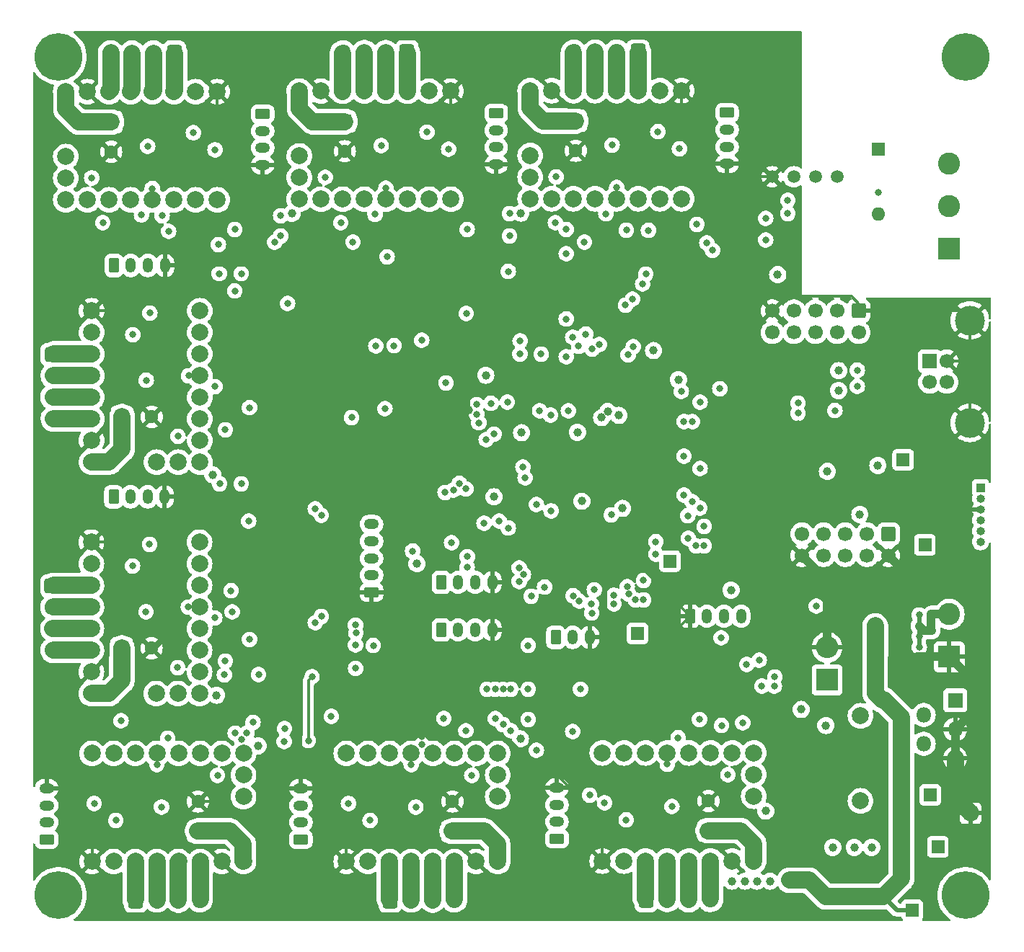
<source format=gbr>
%TF.GenerationSoftware,KiCad,Pcbnew,8.0.6*%
%TF.CreationDate,2025-02-03T11:58:56+03:00*%
%TF.ProjectId,multistepper,6d756c74-6973-4746-9570-7065722e6b69,rev?*%
%TF.SameCoordinates,Original*%
%TF.FileFunction,Copper,L2,Inr*%
%TF.FilePolarity,Positive*%
%FSLAX46Y46*%
G04 Gerber Fmt 4.6, Leading zero omitted, Abs format (unit mm)*
G04 Created by KiCad (PCBNEW 8.0.6) date 2025-02-03 11:58:56*
%MOMM*%
%LPD*%
G01*
G04 APERTURE LIST*
G04 Aperture macros list*
%AMRoundRect*
0 Rectangle with rounded corners*
0 $1 Rounding radius*
0 $2 $3 $4 $5 $6 $7 $8 $9 X,Y pos of 4 corners*
0 Add a 4 corners polygon primitive as box body*
4,1,4,$2,$3,$4,$5,$6,$7,$8,$9,$2,$3,0*
0 Add four circle primitives for the rounded corners*
1,1,$1+$1,$2,$3*
1,1,$1+$1,$4,$5*
1,1,$1+$1,$6,$7*
1,1,$1+$1,$8,$9*
0 Add four rect primitives between the rounded corners*
20,1,$1+$1,$2,$3,$4,$5,0*
20,1,$1+$1,$4,$5,$6,$7,0*
20,1,$1+$1,$6,$7,$8,$9,0*
20,1,$1+$1,$8,$9,$2,$3,0*%
G04 Aperture macros list end*
%TA.AperFunction,ComponentPad*%
%ADD10RoundRect,0.250000X0.600000X0.725000X-0.600000X0.725000X-0.600000X-0.725000X0.600000X-0.725000X0*%
%TD*%
%TA.AperFunction,ComponentPad*%
%ADD11O,1.700000X1.950000*%
%TD*%
%TA.AperFunction,ComponentPad*%
%ADD12RoundRect,0.250000X-0.725000X0.600000X-0.725000X-0.600000X0.725000X-0.600000X0.725000X0.600000X0*%
%TD*%
%TA.AperFunction,ComponentPad*%
%ADD13O,1.950000X1.700000*%
%TD*%
%TA.AperFunction,ComponentPad*%
%ADD14RoundRect,0.250000X0.625000X-0.350000X0.625000X0.350000X-0.625000X0.350000X-0.625000X-0.350000X0*%
%TD*%
%TA.AperFunction,ComponentPad*%
%ADD15O,1.750000X1.200000*%
%TD*%
%TA.AperFunction,ComponentPad*%
%ADD16RoundRect,0.250000X-0.600000X0.600000X-0.600000X-0.600000X0.600000X-0.600000X0.600000X0.600000X0*%
%TD*%
%TA.AperFunction,ComponentPad*%
%ADD17C,1.700000*%
%TD*%
%TA.AperFunction,ComponentPad*%
%ADD18C,5.600000*%
%TD*%
%TA.AperFunction,ComponentPad*%
%ADD19R,1.600000X1.600000*%
%TD*%
%TA.AperFunction,ComponentPad*%
%ADD20O,1.600000X1.600000*%
%TD*%
%TA.AperFunction,ComponentPad*%
%ADD21C,1.600000*%
%TD*%
%TA.AperFunction,ComponentPad*%
%ADD22RoundRect,0.250000X-0.350000X-0.625000X0.350000X-0.625000X0.350000X0.625000X-0.350000X0.625000X0*%
%TD*%
%TA.AperFunction,ComponentPad*%
%ADD23O,1.200000X1.750000*%
%TD*%
%TA.AperFunction,ComponentPad*%
%ADD24C,2.000000*%
%TD*%
%TA.AperFunction,ComponentPad*%
%ADD25R,2.600000X2.600000*%
%TD*%
%TA.AperFunction,ComponentPad*%
%ADD26C,2.600000*%
%TD*%
%TA.AperFunction,ComponentPad*%
%ADD27R,1.500000X1.500000*%
%TD*%
%TA.AperFunction,ComponentPad*%
%ADD28R,1.000000X1.000000*%
%TD*%
%TA.AperFunction,ComponentPad*%
%ADD29O,1.000000X1.000000*%
%TD*%
%TA.AperFunction,ComponentPad*%
%ADD30RoundRect,0.250000X-0.625000X0.350000X-0.625000X-0.350000X0.625000X-0.350000X0.625000X0.350000X0*%
%TD*%
%TA.AperFunction,ComponentPad*%
%ADD31RoundRect,0.250000X-0.600000X-0.725000X0.600000X-0.725000X0.600000X0.725000X-0.600000X0.725000X0*%
%TD*%
%TA.AperFunction,ComponentPad*%
%ADD32C,1.500000*%
%TD*%
%TA.AperFunction,ComponentPad*%
%ADD33O,2.600000X2.600000*%
%TD*%
%TA.AperFunction,ComponentPad*%
%ADD34R,1.800000X1.800000*%
%TD*%
%TA.AperFunction,ComponentPad*%
%ADD35O,1.800000X1.800000*%
%TD*%
%TA.AperFunction,ComponentPad*%
%ADD36R,1.700000X1.700000*%
%TD*%
%TA.AperFunction,ComponentPad*%
%ADD37C,3.500000*%
%TD*%
%TA.AperFunction,ViaPad*%
%ADD38C,1.000000*%
%TD*%
%TA.AperFunction,ViaPad*%
%ADD39C,0.800000*%
%TD*%
%TA.AperFunction,Conductor*%
%ADD40C,0.300000*%
%TD*%
%TA.AperFunction,Conductor*%
%ADD41C,0.500000*%
%TD*%
%TA.AperFunction,Conductor*%
%ADD42C,1.000000*%
%TD*%
%TA.AperFunction,Conductor*%
%ADD43C,2.000000*%
%TD*%
G04 APERTURE END LIST*
D10*
%TO.N,Net-(J17-Pad1)*%
%TO.C,J17*%
X99921075Y-41501827D03*
D11*
%TO.N,Net-(J17-Pad2)*%
X97421075Y-41501827D03*
%TO.N,Net-(J17-Pad3)*%
X94921075Y-41501827D03*
%TO.N,Net-(J17-Pad4)*%
X92421075Y-41501827D03*
%TD*%
D12*
%TO.N,Net-(J12-Pad1)*%
%TO.C,J12*%
X58374000Y-76974000D03*
D13*
%TO.N,Net-(J12-Pad2)*%
X58374000Y-79474000D03*
%TO.N,Net-(J12-Pad3)*%
X58374000Y-81974000D03*
%TO.N,Net-(J12-Pad4)*%
X58374000Y-84474000D03*
%TD*%
D14*
%TO.N,GND*%
%TO.C,J6*%
X95758000Y-104902000D03*
D15*
%TO.N,Net-(J6-Pad2)*%
X95758000Y-102902000D03*
%TO.N,Net-(J6-Pad3)*%
X95758000Y-100902000D03*
%TO.N,Net-(J6-Pad4)*%
X95758000Y-98902000D03*
%TO.N,Net-(J6-Pad5)*%
X95758000Y-96902000D03*
%TD*%
D16*
%TO.N,GND*%
%TO.C,J2*%
X152958800Y-71840700D03*
D17*
%TO.N,Net-(J2-Pad2)*%
X152958800Y-74380700D03*
%TO.N,Net-(J2-Pad3)*%
X150418800Y-71840700D03*
%TO.N,Net-(J2-Pad4)*%
X150418800Y-74380700D03*
%TO.N,Net-(J2-Pad5)*%
X147878800Y-71840700D03*
%TO.N,Net-(J2-Pad6)*%
X147878800Y-74380700D03*
%TO.N,Net-(J2-Pad7)*%
X145338800Y-71840700D03*
%TO.N,Net-(J2-Pad8)*%
X145338800Y-74380700D03*
%TO.N,GND*%
X142798800Y-71840700D03*
%TO.N,Net-(J2-Pad10)*%
X142798800Y-74380700D03*
%TD*%
D14*
%TO.N,Net-(J22-Pad1)*%
%TO.C,J22*%
X87466000Y-133934000D03*
D15*
%TO.N,M5_L0*%
X87466000Y-131934000D03*
%TO.N,M5_L1*%
X87466000Y-129934000D03*
%TO.N,GND*%
X87466000Y-127934000D03*
%TD*%
D18*
%TO.N,N/C*%
%TO.C,H4*%
X165500000Y-140500000D03*
%TD*%
D19*
%TO.N,Net-(R18-Pad1)*%
%TO.C,SW3*%
X155295600Y-52832000D03*
D20*
%TO.N,/CANL*%
X155295600Y-60452000D03*
%TD*%
D19*
%TO.N,/Motors/Vm*%
%TO.C,C24*%
X105246000Y-132978000D03*
D21*
%TO.N,GND*%
X105246000Y-129478000D03*
%TD*%
D22*
%TO.N,Net-(J4-Pad1)*%
%TO.C,J5*%
X103934000Y-103733600D03*
D23*
%TO.N,ADC2*%
X105934000Y-103733600D03*
%TO.N,ADC3*%
X107934000Y-103733600D03*
%TO.N,GND*%
X109934000Y-103733600D03*
%TD*%
D22*
%TO.N,Net-(J11-Pad1)*%
%TO.C,J11*%
X65500000Y-66500000D03*
D23*
%TO.N,M0_L0*%
X67500000Y-66500000D03*
%TO.N,M0_L1*%
X69500000Y-66500000D03*
%TO.N,GND*%
X71500000Y-66500000D03*
%TD*%
D24*
%TO.N,/Motors/stepper_M5/~{ENx}*%
%TO.C,XX5*%
X140640000Y-123774000D03*
%TO.N,/Motors/stepper_M5/MS1*%
X138100000Y-123774000D03*
%TO.N,/Motors/stepper_M5/MS2*%
X135560000Y-123774000D03*
%TO.N,/Motors/stepper_M5/SPR*%
X133020000Y-123774000D03*
%TO.N,/Motors/stepper_M5/U*%
X130480000Y-123774000D03*
%TO.N,/Motors/stepper_M5/CLK*%
X127940000Y-123774000D03*
%TO.N,/Motors/stepper_M5/STEPx*%
X125400000Y-123774000D03*
%TO.N,/Motors/stepper_M5/DIRx*%
X122860000Y-123774000D03*
%TO.N,GND*%
X122860000Y-136474000D03*
%TO.N,Vio*%
X125400000Y-136474000D03*
%TO.N,Net-(J21-Pad1)*%
X127940000Y-136474000D03*
%TO.N,Net-(J21-Pad2)*%
X130480000Y-136474000D03*
%TO.N,Net-(J21-Pad3)*%
X133020000Y-136474000D03*
%TO.N,Net-(J21-Pad4)*%
X135560000Y-136474000D03*
%TO.N,GND*%
X138100000Y-136474000D03*
%TO.N,/Motors/Vm*%
X140640000Y-136474000D03*
%TO.N,/Motors/DIAG4*%
X140640000Y-126314000D03*
%TO.N,unconnected-(XX5-Pad18)*%
X140640000Y-128854000D03*
%TD*%
D22*
%TO.N,Net-(J13-Pad1)*%
%TO.C,J13*%
X117380000Y-110194000D03*
D23*
%TO.N,Net-(J13-Pad2)*%
X119380000Y-110194000D03*
%TO.N,GND*%
X121380000Y-110194000D03*
%TD*%
D24*
%TO.N,/Motors/stepper_M8/~{ENx}*%
%TO.C,XX8*%
X75572000Y-116801600D03*
%TO.N,/Motors/stepper_M8/MS1*%
X75572000Y-114261600D03*
%TO.N,/Motors/stepper_M8/MS2*%
X75572000Y-111721600D03*
%TO.N,/Motors/stepper_M8/SPR*%
X75572000Y-109181600D03*
%TO.N,/Motors/stepper_M8/U*%
X75572000Y-106641600D03*
%TO.N,/Motors/stepper_M8/CLK*%
X75572000Y-104101600D03*
%TO.N,/Motors/stepper_M8/STEPx*%
X75572000Y-101561600D03*
%TO.N,/Motors/stepper_M8/DIRx*%
X75572000Y-99021600D03*
%TO.N,GND*%
X62872000Y-99021600D03*
%TO.N,Vio*%
X62872000Y-101561600D03*
%TO.N,Net-(J27-Pad1)*%
X62872000Y-104101600D03*
%TO.N,Net-(J27-Pad2)*%
X62872000Y-106641600D03*
%TO.N,Net-(J27-Pad3)*%
X62872000Y-109181600D03*
%TO.N,Net-(J27-Pad4)*%
X62872000Y-111721600D03*
%TO.N,GND*%
X62872000Y-114261600D03*
%TO.N,/Motors/Vm*%
X62872000Y-116801600D03*
%TO.N,/Motors/DIAG7*%
X73032000Y-116801600D03*
%TO.N,unconnected-(XX8-Pad18)*%
X70492000Y-116801600D03*
%TD*%
%TO.N,/Motors/stepper_M3/~{ENx}*%
%TO.C,XX3*%
X87281075Y-58727827D03*
%TO.N,/Motors/stepper_M3/MS1*%
X89821075Y-58727827D03*
%TO.N,/Motors/stepper_M3/MS2*%
X92361075Y-58727827D03*
%TO.N,/Motors/stepper_M3/SPR*%
X94901075Y-58727827D03*
%TO.N,/Motors/stepper_M3/U*%
X97441075Y-58727827D03*
%TO.N,/Motors/stepper_M3/CLK*%
X99981075Y-58727827D03*
%TO.N,/Motors/stepper_M3/STEPx*%
X102521075Y-58727827D03*
%TO.N,/Motors/stepper_M3/DIRx*%
X105061075Y-58727827D03*
%TO.N,GND*%
X105061075Y-46027827D03*
%TO.N,Vio*%
X102521075Y-46027827D03*
%TO.N,Net-(J17-Pad1)*%
X99981075Y-46027827D03*
%TO.N,Net-(J17-Pad2)*%
X97441075Y-46027827D03*
%TO.N,Net-(J17-Pad3)*%
X94901075Y-46027827D03*
%TO.N,Net-(J17-Pad4)*%
X92361075Y-46027827D03*
%TO.N,GND*%
X89821075Y-46027827D03*
%TO.N,/Motors/Vm*%
X87281075Y-46027827D03*
%TO.N,/Motors/DIAG2*%
X87281075Y-56187827D03*
%TO.N,unconnected-(XX3-Pad18)*%
X87281075Y-53647827D03*
%TD*%
D25*
%TO.N,GND*%
%TO.C,J10*%
X163576000Y-112482000D03*
D26*
%TO.N,Net-(J10-Pad2)*%
X163576000Y-107482000D03*
%TD*%
D16*
%TO.N,Net-(J3-Pad1)*%
%TO.C,J3*%
X156464000Y-98044000D03*
D17*
%TO.N,GND*%
X156464000Y-100584000D03*
%TO.N,Net-(J3-Pad3)*%
X153924000Y-98044000D03*
%TO.N,Net-(J3-Pad4)*%
X153924000Y-100584000D03*
%TO.N,Net-(J3-Pad5)*%
X151384000Y-98044000D03*
%TO.N,Net-(J3-Pad6)*%
X151384000Y-100584000D03*
%TO.N,Net-(J3-Pad7)*%
X148844000Y-98044000D03*
%TO.N,Net-(J3-Pad8)*%
X148844000Y-100584000D03*
%TO.N,Net-(J3-Pad9)*%
X146304000Y-98044000D03*
%TO.N,GND*%
X146304000Y-100584000D03*
%TD*%
D27*
%TO.N,GND*%
%TO.C,TP3*%
X166090600Y-130860800D03*
%TD*%
D28*
%TO.N,/MCU base/SWCLK*%
%TO.C,J1*%
X167258600Y-92608400D03*
D29*
%TO.N,/MCU base/SWDIO*%
X167258600Y-93878400D03*
%TO.N,GND*%
X167258600Y-95148400D03*
%TO.N,Net-(J1-Pad4)*%
X167258600Y-96418400D03*
%TO.N,/MCU base/BOOT0*%
X167258600Y-97688400D03*
%TO.N,/MCU base/NRST*%
X167258600Y-98958400D03*
%TD*%
D14*
%TO.N,Net-(J24-Pad1)*%
%TO.C,J24*%
X57604925Y-133934000D03*
D15*
%TO.N,M6_L0*%
X57604925Y-131934000D03*
%TO.N,M6_L1*%
X57604925Y-129934000D03*
%TO.N,GND*%
X57604925Y-127934000D03*
%TD*%
D18*
%TO.N,N/C*%
%TO.C,H1*%
X59000000Y-42000000D03*
%TD*%
D19*
%TO.N,/Motors/Vm*%
%TO.C,C23*%
X135306000Y-132918000D03*
D21*
%TO.N,GND*%
X135306000Y-129418000D03*
%TD*%
D10*
%TO.N,Net-(J19-Pad1)*%
%TO.C,J19*%
X127026450Y-41440000D03*
D11*
%TO.N,Net-(J19-Pad2)*%
X124526450Y-41440000D03*
%TO.N,Net-(J19-Pad3)*%
X122026450Y-41440000D03*
%TO.N,Net-(J19-Pad4)*%
X119526450Y-41440000D03*
%TD*%
D27*
%TO.N,Vdrive*%
%TO.C,TP2*%
X159258000Y-142240000D03*
%TD*%
D30*
%TO.N,Net-(J14-Pad1)*%
%TO.C,J14*%
X82974000Y-48689654D03*
D15*
%TO.N,M1_L0*%
X82974000Y-50689654D03*
%TO.N,M1_L1*%
X82974000Y-52689654D03*
%TO.N,GND*%
X82974000Y-54689654D03*
%TD*%
D18*
%TO.N,N/C*%
%TO.C,H3*%
X59000000Y-140500000D03*
%TD*%
D31*
%TO.N,Net-(J23-Pad1)*%
%TO.C,J23*%
X97940000Y-141060000D03*
D11*
%TO.N,Net-(J23-Pad2)*%
X100440000Y-141060000D03*
%TO.N,Net-(J23-Pad3)*%
X102940000Y-141060000D03*
%TO.N,Net-(J23-Pad4)*%
X105440000Y-141060000D03*
%TD*%
D31*
%TO.N,Net-(J25-Pad1)*%
%TO.C,J25*%
X68078925Y-141060000D03*
D11*
%TO.N,Net-(J25-Pad2)*%
X70578925Y-141060000D03*
%TO.N,Net-(J25-Pad3)*%
X73078925Y-141060000D03*
%TO.N,Net-(J25-Pad4)*%
X75578925Y-141060000D03*
%TD*%
D24*
%TO.N,/Motors/stepper_M4/~{ENx}*%
%TO.C,XX4*%
X114386450Y-58666000D03*
%TO.N,/Motors/stepper_M4/MS1*%
X116926450Y-58666000D03*
%TO.N,/Motors/stepper_M4/MS2*%
X119466450Y-58666000D03*
%TO.N,/Motors/stepper_M4/SPR*%
X122006450Y-58666000D03*
%TO.N,/Motors/stepper_M4/U*%
X124546450Y-58666000D03*
%TO.N,/Motors/stepper_M4/CLK*%
X127086450Y-58666000D03*
%TO.N,/Motors/stepper_M4/STEPx*%
X129626450Y-58666000D03*
%TO.N,/Motors/stepper_M4/DIRx*%
X132166450Y-58666000D03*
%TO.N,GND*%
X132166450Y-45966000D03*
%TO.N,Vio*%
X129626450Y-45966000D03*
%TO.N,Net-(J19-Pad1)*%
X127086450Y-45966000D03*
%TO.N,Net-(J19-Pad2)*%
X124546450Y-45966000D03*
%TO.N,Net-(J19-Pad3)*%
X122006450Y-45966000D03*
%TO.N,Net-(J19-Pad4)*%
X119466450Y-45966000D03*
%TO.N,GND*%
X116926450Y-45966000D03*
%TO.N,/Motors/Vm*%
X114386450Y-45966000D03*
%TO.N,/Motors/DIAG3*%
X114386450Y-56126000D03*
%TO.N,unconnected-(XX4-Pad18)*%
X114386450Y-53586000D03*
%TD*%
D18*
%TO.N,N/C*%
%TO.C,H2*%
X165500000Y-42000000D03*
%TD*%
D31*
%TO.N,Net-(J21-Pad1)*%
%TO.C,J21*%
X128000000Y-141000000D03*
D11*
%TO.N,Net-(J21-Pad2)*%
X130500000Y-141000000D03*
%TO.N,Net-(J21-Pad3)*%
X133000000Y-141000000D03*
%TO.N,Net-(J21-Pad4)*%
X135500000Y-141000000D03*
%TD*%
D19*
%TO.N,/Motors/Vm*%
%TO.C,C21*%
X92615075Y-49583827D03*
D21*
%TO.N,GND*%
X92615075Y-53083827D03*
%TD*%
D19*
%TO.N,/Motors/Vm*%
%TO.C,C22*%
X119720450Y-49522000D03*
D21*
%TO.N,GND*%
X119720450Y-53022000D03*
%TD*%
D30*
%TO.N,Net-(J18-Pad1)*%
%TO.C,J18*%
X137500450Y-48566000D03*
D15*
%TO.N,M3_L0*%
X137500450Y-50566000D03*
%TO.N,M3_L1*%
X137500450Y-52566000D03*
%TO.N,GND*%
X137500450Y-54566000D03*
%TD*%
D32*
%TO.N,GND*%
%TO.C,Q1*%
X142798800Y-56083200D03*
%TO.N,Net-(C10-Pad1)*%
X145338800Y-56083200D03*
%TO.N,Earth*%
X147878800Y-56083200D03*
%TO.N,Net-(C11-Pad1)*%
X150418800Y-56083200D03*
%TD*%
D24*
%TO.N,/Motors/stepper_M6/~{ENx}*%
%TO.C,XX6*%
X110580000Y-123834000D03*
%TO.N,/Motors/stepper_M6/MS1*%
X108040000Y-123834000D03*
%TO.N,/Motors/stepper_M6/MS2*%
X105500000Y-123834000D03*
%TO.N,/Motors/stepper_M6/SPR*%
X102960000Y-123834000D03*
%TO.N,/Motors/stepper_M6/U*%
X100420000Y-123834000D03*
%TO.N,/Motors/stepper_M6/CLK*%
X97880000Y-123834000D03*
%TO.N,/Motors/stepper_M6/STEPx*%
X95340000Y-123834000D03*
%TO.N,/Motors/stepper_M6/DIRx*%
X92800000Y-123834000D03*
%TO.N,GND*%
X92800000Y-136534000D03*
%TO.N,Vio*%
X95340000Y-136534000D03*
%TO.N,Net-(J23-Pad1)*%
X97880000Y-136534000D03*
%TO.N,Net-(J23-Pad2)*%
X100420000Y-136534000D03*
%TO.N,Net-(J23-Pad3)*%
X102960000Y-136534000D03*
%TO.N,Net-(J23-Pad4)*%
X105500000Y-136534000D03*
%TO.N,GND*%
X108040000Y-136534000D03*
%TO.N,/Motors/Vm*%
X110580000Y-136534000D03*
%TO.N,/Motors/DIAG5*%
X110580000Y-126374000D03*
%TO.N,unconnected-(XX6-Pad18)*%
X110580000Y-128914000D03*
%TD*%
D25*
%TO.N,Net-(D26-Pad1)*%
%TO.C,D26*%
X149250400Y-115194400D03*
D33*
%TO.N,GND*%
X149250400Y-111384400D03*
%TD*%
D27*
%TO.N,+3.3VADC*%
%TO.C,TP6*%
X127000000Y-109728000D03*
%TD*%
D19*
%TO.N,/Motors/Vm*%
%TO.C,C19*%
X66456000Y-84280000D03*
D21*
%TO.N,GND*%
X69956000Y-84280000D03*
%TD*%
D34*
%TO.N,Vdrive*%
%TO.C,U5*%
X164287200Y-117602000D03*
D35*
%TO.N,Net-(D26-Pad1)*%
X160587200Y-119302000D03*
%TO.N,GND*%
X164287200Y-121002000D03*
%TO.N,Net-(C17-Pad1)*%
X160587200Y-122702000D03*
%TO.N,GND*%
X164287200Y-124402000D03*
%TD*%
D12*
%TO.N,Net-(J27-Pad1)*%
%TO.C,J27*%
X58346000Y-104161600D03*
D13*
%TO.N,Net-(J27-Pad2)*%
X58346000Y-106661600D03*
%TO.N,Net-(J27-Pad3)*%
X58346000Y-109161600D03*
%TO.N,Net-(J27-Pad4)*%
X58346000Y-111661600D03*
%TD*%
D22*
%TO.N,GND*%
%TO.C,J7*%
X133144000Y-107704800D03*
D23*
%TO.N,Net-(J7-Pad2)*%
X135144000Y-107704800D03*
%TO.N,Net-(J7-Pad3)*%
X137144000Y-107704800D03*
%TO.N,Net-(J7-Pad4)*%
X139144000Y-107704800D03*
%TD*%
D27*
%TO.N,Net-(C17-Pad1)*%
%TO.C,TP4*%
X161366200Y-128701800D03*
%TD*%
D10*
%TO.N,Net-(J15-Pad1)*%
%TO.C,J15*%
X72644000Y-41563654D03*
D11*
%TO.N,Net-(J15-Pad2)*%
X70144000Y-41563654D03*
%TO.N,Net-(J15-Pad3)*%
X67644000Y-41563654D03*
%TO.N,Net-(J15-Pad4)*%
X65144000Y-41563654D03*
%TD*%
D24*
%TO.N,Net-(C17-Pad1)*%
%TO.C,L1*%
X153162000Y-129409200D03*
%TO.N,Net-(D26-Pad1)*%
X153162000Y-119409200D03*
%TD*%
D19*
%TO.N,/Motors/Vm*%
%TO.C,C20*%
X65194000Y-49645654D03*
D21*
%TO.N,GND*%
X65194000Y-53145654D03*
%TD*%
D24*
%TO.N,/Motors/stepper_M2/~{ENx}*%
%TO.C,XX2*%
X59860000Y-58789654D03*
%TO.N,/Motors/stepper_M2/MS1*%
X62400000Y-58789654D03*
%TO.N,/Motors/stepper_M2/MS2*%
X64940000Y-58789654D03*
%TO.N,/Motors/stepper_M2/SPR*%
X67480000Y-58789654D03*
%TO.N,/Motors/stepper_M2/U*%
X70020000Y-58789654D03*
%TO.N,/Motors/stepper_M2/CLK*%
X72560000Y-58789654D03*
%TO.N,/Motors/stepper_M2/STEPx*%
X75100000Y-58789654D03*
%TO.N,/Motors/stepper_M2/DIRx*%
X77640000Y-58789654D03*
%TO.N,GND*%
X77640000Y-46089654D03*
%TO.N,Vio*%
X75100000Y-46089654D03*
%TO.N,Net-(J15-Pad1)*%
X72560000Y-46089654D03*
%TO.N,Net-(J15-Pad2)*%
X70020000Y-46089654D03*
%TO.N,Net-(J15-Pad3)*%
X67480000Y-46089654D03*
%TO.N,Net-(J15-Pad4)*%
X64940000Y-46089654D03*
%TO.N,GND*%
X62400000Y-46089654D03*
%TO.N,/Motors/Vm*%
X59860000Y-46089654D03*
%TO.N,/Motors/DIAG1*%
X59860000Y-56249654D03*
%TO.N,unconnected-(XX2-Pad18)*%
X59860000Y-53709654D03*
%TD*%
D25*
%TO.N,/CANL*%
%TO.C,J9*%
X163576000Y-64516000D03*
D26*
%TO.N,Earth*%
X163576000Y-59516000D03*
%TO.N,/CANH*%
X163576000Y-54516000D03*
%TD*%
D19*
%TO.N,/Motors/Vm*%
%TO.C,C25*%
X75384925Y-132978000D03*
D21*
%TO.N,GND*%
X75384925Y-129478000D03*
%TD*%
D24*
%TO.N,/Motors/stepper_M7/~{ENx}*%
%TO.C,XX7*%
X80718925Y-123834000D03*
%TO.N,/Motors/stepper_M7/MS1*%
X78178925Y-123834000D03*
%TO.N,/Motors/stepper_M7/MS2*%
X75638925Y-123834000D03*
%TO.N,/Motors/stepper_M7/SPR*%
X73098925Y-123834000D03*
%TO.N,/Motors/stepper_M7/U*%
X70558925Y-123834000D03*
%TO.N,/Motors/stepper_M7/CLK*%
X68018925Y-123834000D03*
%TO.N,/Motors/stepper_M7/STEPx*%
X65478925Y-123834000D03*
%TO.N,/Motors/stepper_M7/DIRx*%
X62938925Y-123834000D03*
%TO.N,GND*%
X62938925Y-136534000D03*
%TO.N,Vio*%
X65478925Y-136534000D03*
%TO.N,Net-(J25-Pad1)*%
X68018925Y-136534000D03*
%TO.N,Net-(J25-Pad2)*%
X70558925Y-136534000D03*
%TO.N,Net-(J25-Pad3)*%
X73098925Y-136534000D03*
%TO.N,Net-(J25-Pad4)*%
X75638925Y-136534000D03*
%TO.N,GND*%
X78178925Y-136534000D03*
%TO.N,/Motors/Vm*%
X80718925Y-136534000D03*
%TO.N,/Motors/DIAG6*%
X80718925Y-126374000D03*
%TO.N,unconnected-(XX7-Pad18)*%
X80718925Y-128914000D03*
%TD*%
D22*
%TO.N,Net-(J26-Pad1)*%
%TO.C,J26*%
X65472000Y-93687600D03*
D23*
%TO.N,M7_L0*%
X67472000Y-93687600D03*
%TO.N,M7_L1*%
X69472000Y-93687600D03*
%TO.N,GND*%
X71472000Y-93687600D03*
%TD*%
D22*
%TO.N,Net-(J4-Pad1)*%
%TO.C,J4*%
X103934000Y-109321600D03*
D23*
%TO.N,ADC0*%
X105934000Y-109321600D03*
%TO.N,ADC1*%
X107934000Y-109321600D03*
%TO.N,GND*%
X109934000Y-109321600D03*
%TD*%
D14*
%TO.N,Net-(J20-Pad1)*%
%TO.C,J20*%
X117526000Y-133874000D03*
D15*
%TO.N,M4_L0*%
X117526000Y-131874000D03*
%TO.N,M4_L1*%
X117526000Y-129874000D03*
%TO.N,GND*%
X117526000Y-127874000D03*
%TD*%
D30*
%TO.N,Net-(J16-Pad1)*%
%TO.C,J16*%
X110395075Y-48627827D03*
D15*
%TO.N,M2_L0*%
X110395075Y-50627827D03*
%TO.N,M2_L1*%
X110395075Y-52627827D03*
%TO.N,GND*%
X110395075Y-54627827D03*
%TD*%
D27*
%TO.N,Vio*%
%TO.C,TP8*%
X162255200Y-134823200D03*
%TD*%
%TO.N,+3V3*%
%TO.C,TP5*%
X130810000Y-101244400D03*
%TD*%
D19*
%TO.N,/Motors/Vm*%
%TO.C,C26*%
X66428000Y-111467600D03*
D21*
%TO.N,GND*%
X69928000Y-111467600D03*
%TD*%
D24*
%TO.N,/Motors/stepper_M1/~{ENx}*%
%TO.C,XX1*%
X75600000Y-89614000D03*
%TO.N,/Motors/stepper_M1/MS1*%
X75600000Y-87074000D03*
%TO.N,/Motors/stepper_M1/MS2*%
X75600000Y-84534000D03*
%TO.N,/Motors/stepper_M1/SPR*%
X75600000Y-81994000D03*
%TO.N,/Motors/stepper_M1/U*%
X75600000Y-79454000D03*
%TO.N,/Motors/stepper_M1/CLK*%
X75600000Y-76914000D03*
%TO.N,/Motors/stepper_M1/STEPx*%
X75600000Y-74374000D03*
%TO.N,/Motors/stepper_M1/DIRx*%
X75600000Y-71834000D03*
%TO.N,GND*%
X62900000Y-71834000D03*
%TO.N,Vio*%
X62900000Y-74374000D03*
%TO.N,Net-(J12-Pad1)*%
X62900000Y-76914000D03*
%TO.N,Net-(J12-Pad2)*%
X62900000Y-79454000D03*
%TO.N,Net-(J12-Pad3)*%
X62900000Y-81994000D03*
%TO.N,Net-(J12-Pad4)*%
X62900000Y-84534000D03*
%TO.N,GND*%
X62900000Y-87074000D03*
%TO.N,/Motors/Vm*%
X62900000Y-89614000D03*
%TO.N,/Motors/DIAG0*%
X73060000Y-89614000D03*
%TO.N,unconnected-(XX1-Pad18)*%
X70520000Y-89614000D03*
%TD*%
D36*
%TO.N,/VB*%
%TO.C,J8*%
X161290000Y-77730000D03*
D17*
%TO.N,Net-(J8-Pad2)*%
X161290000Y-80230000D03*
%TO.N,Net-(J8-Pad3)*%
X163290000Y-80230000D03*
%TO.N,GND*%
X163290000Y-77730000D03*
D37*
X166000000Y-72960000D03*
X166000000Y-85000000D03*
%TD*%
D27*
%TO.N,Net-(D22-Pad1)*%
%TO.C,TP1*%
X158167500Y-89348000D03*
%TD*%
%TO.N,+5V*%
%TO.C,TP7*%
X160731200Y-99314000D03*
%TD*%
D38*
%TO.N,GND*%
X145821000Y-85217000D03*
D39*
X99669600Y-72034400D03*
X121412000Y-121909100D03*
X88493600Y-74930000D03*
D38*
X94488000Y-93472000D03*
D39*
X114401600Y-84328000D03*
D38*
X127863600Y-75285600D03*
D39*
X142033000Y-66040000D03*
D38*
X117683600Y-89306400D03*
X115112800Y-92863500D03*
D39*
X101650800Y-121818400D03*
D38*
X113538000Y-95504000D03*
X149910800Y-137749000D03*
D39*
X125120400Y-65887600D03*
D38*
X116332000Y-72440800D03*
X152450000Y-137174000D03*
D39*
X77978000Y-56184800D03*
X89458800Y-64871600D03*
D38*
X135585200Y-87426800D03*
D39*
X161086800Y-114503200D03*
X130454400Y-112369600D03*
D38*
X126136400Y-101193600D03*
X135940800Y-98196400D03*
X150063200Y-130860800D03*
D39*
X86715600Y-109321600D03*
D38*
X107137200Y-83515200D03*
D39*
X127457200Y-65328800D03*
D38*
X130810000Y-99364800D03*
X123734800Y-86868000D03*
X159004000Y-114503200D03*
X157276800Y-77012800D03*
D39*
X86664800Y-119278400D03*
D38*
X133578600Y-80975200D03*
X99110800Y-89357200D03*
D39*
X121056400Y-68427600D03*
%TO.N,/MCU base/NRST*%
X113538000Y-90170000D03*
X97332800Y-83312000D03*
%TO.N,/MCU base/BOOT0*%
X116789200Y-84099400D03*
X150164800Y-83548000D03*
D38*
%TO.N,+3V3*%
X150600000Y-78870400D03*
D39*
X129133600Y-98958400D03*
D38*
X153085800Y-95758000D03*
D39*
X129133600Y-100431600D03*
D38*
X150600000Y-81200000D03*
D39*
%TO.N,/MCU base/BTN1*%
X133432503Y-84836000D03*
X136652000Y-80975189D03*
%TO.N,/MCU base/BTN2_SDA*%
X132433000Y-84836000D03*
%TO.N,/MCU base/SWDIO*%
X145821400Y-83870800D03*
X134333000Y-82561000D03*
%TO.N,/MCU base/BTN3_SCL*%
X132130800Y-81280000D03*
D38*
%TO.N,/MCU base/SWCLK*%
X128879600Y-76504800D03*
D39*
X145821000Y-82677000D03*
D38*
X131792223Y-79925423D03*
D39*
%TO.N,M4_L0*%
X132435600Y-88900000D03*
X119380000Y-121259600D03*
X143103600Y-114858800D03*
%TO.N,M4_L1*%
X134333000Y-90361500D03*
X121361200Y-128727200D03*
%TO.N,/MCU base/BTN4*%
X122508007Y-75782947D03*
%TO.N,/MCU base/BTN5*%
X121666000Y-76327000D03*
%TO.N,/MCU base/BTN6*%
X120904000Y-74574400D03*
%TO.N,M3_L1*%
X135788400Y-64719200D03*
X125882400Y-77012800D03*
X127579800Y-68681600D03*
%TO.N,M3_L0*%
X126492000Y-76036700D03*
X135128000Y-63855600D03*
X127965200Y-67513200D03*
%TO.N,M2_L1*%
X120079500Y-75996800D03*
%TO.N,M2_L0*%
X119380000Y-74930000D03*
%TO.N,M1_L0*%
X113205734Y-75363866D03*
X113182400Y-76911200D03*
%TO.N,M1_L1*%
X115671600Y-76911200D03*
%TO.N,/MCU base/SCRN_DCRS*%
X134808000Y-99435500D03*
%TO.N,/MCU base/SCRN_SCK*%
X133858000Y-99435500D03*
%TO.N,/MCU base/SCRN_MISO*%
X132943600Y-98552000D03*
%TO.N,/MCU base/SCRN_MOSI*%
X134808000Y-97160500D03*
%TO.N,/MCU base/SCRN_RST*%
X132892800Y-95910400D03*
%TO.N,/MCU base/SCRN_CS*%
X134315200Y-94996000D03*
%TO.N,M6_L1*%
X121564400Y-106273600D03*
X127696000Y-105785500D03*
X124216900Y-106273600D03*
%TO.N,M6_L0*%
X121909100Y-104597200D03*
X126746000Y-105785500D03*
X124216900Y-105237706D03*
%TO.N,M5_L1*%
X133400800Y-94234000D03*
%TO.N,M5_L0*%
X132435600Y-93472000D03*
%TO.N,/MCU base/A0*%
X105156000Y-99060000D03*
%TO.N,/MCU base/A1*%
X108966000Y-96774000D03*
%TO.N,/MCU base/A2*%
X110744000Y-96520000D03*
%TO.N,/MCU base/A3*%
X111815000Y-97337000D03*
%TO.N,/MCU base/A4*%
X116840000Y-95331600D03*
%TO.N,/MCU base/A5*%
X113792000Y-91440000D03*
%TO.N,ADC4*%
X121617266Y-107342466D03*
X147980400Y-106527600D03*
%TO.N,+5V*%
X144627600Y-60401200D03*
X136804400Y-110236000D03*
D38*
X146202400Y-118668800D03*
X122783600Y-84378800D03*
X149098000Y-120548400D03*
X137972800Y-104648000D03*
X155197900Y-90003120D03*
X120446800Y-94202100D03*
X143446500Y-67576700D03*
X123494800Y-83667600D03*
D39*
%TO.N,ADC0*%
X107004000Y-100722000D03*
D38*
%TO.N,Vdrive*%
X147167600Y-138734800D03*
X145999200Y-138734800D03*
D39*
X154905000Y-111379000D03*
D38*
X144743000Y-138836400D03*
D39*
X154905000Y-110109000D03*
X154905000Y-108839000D03*
D38*
X149088128Y-140655328D03*
D39*
X154889200Y-112268000D03*
%TO.N,ADC1*%
X106982978Y-101953778D03*
%TO.N,MUL0*%
X109778800Y-82702400D03*
%TO.N,MUL1*%
X108102400Y-82854800D03*
%TO.N,MUL2*%
X108102400Y-83972400D03*
%TO.N,MUL_EN*%
X108356400Y-84988400D03*
%TO.N,M1_DIR*%
X71944000Y-62483654D03*
X77774800Y-64047900D03*
D38*
%TO.N,+3.3VADC*%
X101092000Y-101549200D03*
X110134400Y-93675200D03*
D39*
%TO.N,USART3_TX*%
X123901200Y-95808800D03*
%TO.N,M6_STEP*%
X93882532Y-113842800D03*
X93878400Y-111099600D03*
%TO.N,M5_DIR*%
X141274800Y-112877600D03*
X139801600Y-113385600D03*
%TO.N,USB_DM*%
X152786500Y-80712000D03*
%TO.N,USB_DP*%
X152786500Y-78812000D03*
%TO.N,M4_DIR*%
X141579600Y-115925600D03*
X143052800Y-115925600D03*
%TO.N,CAN_RX*%
X125577600Y-71170800D03*
X142033000Y-60960000D03*
%TO.N,CAN_TX*%
X126390400Y-70459600D03*
X142033000Y-63500000D03*
%TO.N,USART2_TX*%
X118872000Y-83566000D03*
%TO.N,M3_STEP*%
X128270000Y-62382400D03*
X125670450Y-62360000D03*
%TO.N,Net-(C10-Pad1)*%
X144627600Y-58864700D03*
%TO.N,/MCU base/MOT_MUL0*%
X104394000Y-93167200D03*
%TO.N,/MCU base/MOT_MUL1*%
X105359802Y-92889531D03*
%TO.N,/MCU base/MOT_MUL2*%
X106070400Y-92100400D03*
%TO.N,/MCU base/MOT_MUL_EN*%
X106832400Y-92760800D03*
%TO.N,/MCU base/OUT1*%
X125780800Y-104241600D03*
%TO.N,/MCU base/OUT0*%
X127696000Y-103510500D03*
%TO.N,/MCU base/OUT2*%
X125964204Y-105122384D03*
%TO.N,/CANH*%
X155295600Y-57938000D03*
D38*
%TO.N,Net-(J10-Pad2)*%
X161544000Y-109423200D03*
X161482400Y-107482000D03*
D39*
X160055000Y-107569000D03*
X160070800Y-110083600D03*
X160070800Y-108864400D03*
X160070800Y-111353600D03*
D38*
%TO.N,/Motors/Vm*%
X142544800Y-138836400D03*
X139598400Y-138836400D03*
X138074400Y-138836400D03*
X141020800Y-138836400D03*
D39*
%TO.N,/Motors/USART0-3*%
X79705200Y-62280800D03*
X118618000Y-62280800D03*
X133959600Y-61671200D03*
X104807075Y-52853827D03*
X118618000Y-77216000D03*
X131912450Y-52792000D03*
X118618000Y-72796400D03*
X79705200Y-69494400D03*
X106984800Y-62280800D03*
X77386000Y-52915654D03*
X69726000Y-72088000D03*
X118618000Y-65125600D03*
%TO.N,/Motors/MOSI*%
X117434450Y-56094000D03*
X78587600Y-85801200D03*
X80467200Y-122174000D03*
X77670925Y-126406000D03*
X113095200Y-103625600D03*
X136855200Y-120548400D03*
X107532000Y-126406000D03*
X78587600Y-112979200D03*
X112115600Y-116281200D03*
X106832400Y-121158000D03*
X73028000Y-86566000D03*
X73000000Y-113753600D03*
X62908000Y-56217654D03*
X117348000Y-61468000D03*
X112115600Y-121158000D03*
X92151200Y-61468000D03*
X64211200Y-61468000D03*
X137592000Y-126346000D03*
X90329075Y-56155827D03*
%TO.N,/Motors/SCK*%
X110286800Y-119735600D03*
X84378800Y-63754000D03*
X81432400Y-83210400D03*
X81432400Y-110439200D03*
X69278500Y-107186499D03*
X93573600Y-63754000D03*
X100964899Y-130127500D03*
X96896176Y-52434327D03*
X69475101Y-52496154D03*
X120751600Y-63754000D03*
X131024899Y-130067500D03*
X81838800Y-120192800D03*
X134264400Y-119837200D03*
X69306500Y-79998899D03*
X110286800Y-116281200D03*
X104241600Y-119735600D03*
X71103824Y-130127500D03*
X113095200Y-102025600D03*
X124001551Y-52372500D03*
%TO.N,/Motors/MISO*%
X111201200Y-116281200D03*
X111963200Y-60401200D03*
X81127600Y-121462800D03*
X80467200Y-92151200D03*
X111963200Y-63042800D03*
X113588800Y-102819200D03*
X85090000Y-60655200D03*
X77876400Y-67462400D03*
X77927200Y-92151200D03*
X111201200Y-120446800D03*
X85496400Y-122428000D03*
X79756000Y-121462800D03*
X80467200Y-67462400D03*
X85547200Y-120904000D03*
X115112800Y-123444000D03*
X85090000Y-63042800D03*
%TO.N,/Motors/USART4-7*%
X63192925Y-129708000D03*
X82499200Y-114554000D03*
X93054000Y-129708000D03*
X78486000Y-114604800D03*
X91033600Y-119481600D03*
X123114000Y-129648000D03*
X66344800Y-119989600D03*
X120294400Y-116281200D03*
X81330800Y-96520000D03*
X69698000Y-99275600D03*
%TO.N,/Motors/DIAG4*%
X95961200Y-111150400D03*
X114147600Y-119848100D03*
X139344400Y-120243600D03*
X114147600Y-116281200D03*
X96266000Y-75946000D03*
X114147600Y-111150400D03*
X98399600Y-75931500D03*
%TO.N,/Motors/DIAG6*%
X93929200Y-109677200D03*
X88341200Y-122326400D03*
X88773000Y-114833400D03*
%TO.N,/Motors/DIAG7*%
X93878400Y-108762800D03*
%TO.N,/Motors/DIAG5*%
X109321600Y-116281200D03*
%TO.N,/Motors/DIAG3*%
X104495600Y-80314800D03*
X106881134Y-72138066D03*
X111810800Y-67208400D03*
%TO.N,/Motors/DIAG0*%
X93421200Y-84378800D03*
%TO.N,/Motors/DIAG1*%
X85902800Y-70967600D03*
%TO.N,/Motors/DIAG2*%
X97586800Y-65481200D03*
%TO.N,/Motors/stepper_M1/U*%
X74279200Y-79454000D03*
X67726000Y-74628000D03*
%TO.N,/Motors/stepper_M1/~{ENx}*%
X77378000Y-80724000D03*
%TO.N,/MCU base/USART1_RX*%
X114503200Y-105359200D03*
%TO.N,/MCU base/USART1_TX*%
X116078000Y-104292400D03*
%TO.N,M0_L1*%
X110134400Y-86309200D03*
%TO.N,M0_L0*%
X109220000Y-86969600D03*
%TO.N,M7_L0*%
X89865200Y-107746800D03*
X89865200Y-95859600D03*
X119430800Y-105308400D03*
%TO.N,M7_L1*%
X89154000Y-95097600D03*
X89154000Y-108458000D03*
X120142000Y-105918000D03*
%TO.N,M7_DIR*%
X79400400Y-107188000D03*
X79266000Y-104717600D03*
D38*
%TO.N,MCU3v3*%
X149275800Y-90703400D03*
X113385600Y-86156800D03*
D39*
X115112800Y-94588500D03*
D38*
X119938800Y-86106000D03*
X124815600Y-84124800D03*
D39*
X115493800Y-83566000D03*
D38*
X109169200Y-79400400D03*
X125222000Y-95046800D03*
D39*
X100584000Y-100056000D03*
%TO.N,/Motors/stepper_M2/U*%
X70020000Y-57468854D03*
X74846000Y-50915654D03*
%TO.N,/Motors/stepper_M2/STEPx*%
X71170800Y-60655200D03*
%TO.N,/Motors/stepper_M2/~{ENx}*%
X68750000Y-60567654D03*
%TO.N,/Motors/stepper_M3/U*%
X97441075Y-57407027D03*
X102267075Y-50853827D03*
%TO.N,/Motors/stepper_M3/~{ENx}*%
X96171075Y-60505827D03*
%TO.N,/Motors/stepper_M4/U*%
X129372450Y-50792000D03*
X124546450Y-57345200D03*
%TO.N,/Motors/stepper_M4/~{ENx}*%
X123276450Y-60444000D03*
%TO.N,/Motors/stepper_M5/U*%
X125654000Y-131648000D03*
X130480000Y-125094800D03*
%TO.N,/Motors/stepper_M5/~{ENx}*%
X131750000Y-121996000D03*
%TO.N,/Motors/stepper_M6/U*%
X95594000Y-131708000D03*
X100420000Y-125154800D03*
%TO.N,/Motors/stepper_M6/~{ENx}*%
X101690000Y-122783600D03*
%TO.N,/Motors/stepper_M7/U*%
X65732925Y-131708000D03*
X70558925Y-125154800D03*
%TO.N,/Motors/stepper_M7/~{ENx}*%
X71828925Y-122056000D03*
%TO.N,/Motors/stepper_M8/U*%
X67698000Y-101815600D03*
X74251200Y-106641600D03*
%TO.N,/Motors/stepper_M8/~{ENx}*%
X77350000Y-107911600D03*
%TO.N,/MCU base/Diagn*%
X111709200Y-82550000D03*
D38*
%TO.N,Vio*%
X77114400Y-91084400D03*
X82448400Y-122936000D03*
X149910800Y-134874000D03*
X86410800Y-60401200D03*
X113284000Y-60350400D03*
X142036800Y-130606800D03*
X77571600Y-116992400D03*
X154482800Y-134874000D03*
D39*
X101650800Y-75285600D03*
D38*
X152450000Y-134874000D03*
X113233200Y-122123200D03*
%TD*%
D40*
%TO.N,GND*%
X62900000Y-71834000D02*
X64830400Y-71834000D01*
D41*
X150063200Y-130860800D02*
X150899911Y-130024089D01*
D40*
X103149400Y-121793000D02*
X101676200Y-121793000D01*
X133197600Y-83667600D02*
X134442200Y-83667600D01*
X130032850Y-54754400D02*
X134249250Y-54754400D01*
X93902000Y-104902000D02*
X95758000Y-104902000D01*
X112297600Y-61802400D02*
X110702400Y-61802400D01*
X123926600Y-98577400D02*
X126136400Y-100787200D01*
X127446311Y-65317911D02*
X127457200Y-65328800D01*
X81034400Y-56189654D02*
X82860346Y-56189654D01*
X149910800Y-104190800D02*
X153974800Y-104190800D01*
X71660400Y-96938800D02*
X71660400Y-101022800D01*
X122286489Y-64403511D02*
X122286489Y-67197511D01*
X152095200Y-70154800D02*
X144484700Y-70154800D01*
X126045689Y-64555911D02*
X127446311Y-64555911D01*
X83858400Y-93687600D02*
X83870800Y-93675200D01*
X103581200Y-122224800D02*
X111916548Y-122224800D01*
D42*
X159824549Y-112482000D02*
X158463749Y-113842800D01*
D40*
X78763511Y-130163511D02*
X79500000Y-130900000D01*
X92035600Y-114685600D02*
X93989400Y-116639400D01*
X122860000Y-136474000D02*
X122860000Y-134543600D01*
X139801600Y-56083200D02*
X137517650Y-56083200D01*
X166000000Y-77715600D02*
X166000000Y-81605200D01*
X157267300Y-71840700D02*
X164880700Y-71840700D01*
X153974800Y-103073200D02*
X156464000Y-100584000D01*
X82860346Y-56189654D02*
X82974000Y-56076000D01*
X64330400Y-48020054D02*
X77640000Y-48020054D01*
X82974000Y-56076000D02*
X82974000Y-54689654D01*
X107645200Y-81432400D02*
X111150400Y-81432400D01*
X107137200Y-83515200D02*
X107137200Y-81940400D01*
X105003600Y-95250000D02*
X113284000Y-95250000D01*
X117526000Y-126374000D02*
X121412000Y-122488000D01*
X145821000Y-85217000D02*
X137998200Y-85217000D01*
X133005911Y-64955911D02*
X135050000Y-67000000D01*
X135306000Y-129418000D02*
X132156400Y-132567600D01*
X117602000Y-89204800D02*
X118821200Y-89204800D01*
X109934000Y-109321600D02*
X109934000Y-103733600D01*
X106109600Y-134603600D02*
X92800000Y-134603600D01*
X73000000Y-66500000D02*
X83010000Y-66500000D01*
X83870800Y-92557600D02*
X83870800Y-93675200D01*
X82860346Y-56189654D02*
X82974000Y-56189654D01*
X138811000Y-75285600D02*
X139082450Y-75557050D01*
X71688400Y-82547600D02*
X69956000Y-84280000D01*
X79722800Y-54878054D02*
X77963946Y-54878054D01*
X114401600Y-82600800D02*
X114401600Y-84328000D01*
X118870578Y-68427600D02*
X114846489Y-64403511D01*
X79500000Y-130900000D02*
X81596400Y-130900000D01*
X118821200Y-89204800D02*
X118922800Y-89306400D01*
X138100000Y-136474000D02*
X136169600Y-134543600D01*
X71660400Y-110279800D02*
X70713600Y-111226600D01*
X79722800Y-48172454D02*
X77640000Y-46089654D01*
X137200000Y-67000000D02*
X139801600Y-64398400D01*
X133144000Y-107704800D02*
X130454400Y-110394400D01*
X90717200Y-127745600D02*
X90717200Y-134451200D01*
X64802400Y-112331200D02*
X64802400Y-99021600D01*
X81596400Y-130900000D02*
X86062400Y-126434000D01*
X98602800Y-89357200D02*
X99110800Y-89357200D01*
X72972000Y-93687600D02*
X71472000Y-93687600D01*
X119329200Y-128177200D02*
X119329200Y-132943200D01*
X109934000Y-103733600D02*
X109934000Y-102054400D01*
X114846489Y-64403511D02*
X115225289Y-64403511D01*
X113665000Y-72313800D02*
X116205000Y-72313800D01*
X135940800Y-98196400D02*
X134196400Y-98196400D01*
X95846489Y-64403511D02*
X114846489Y-64403511D01*
X86727200Y-119340800D02*
X86664800Y-119278400D01*
X132164400Y-97350000D02*
X130810000Y-98704400D01*
X77640000Y-46089654D02*
X77640000Y-48020054D01*
X122286489Y-64403511D02*
X125261911Y-64403511D01*
X113233200Y-81432400D02*
X114401600Y-82600800D01*
X107143875Y-54816227D02*
X107143875Y-48110627D01*
X77455869Y-129478000D02*
X78141380Y-130163511D01*
X62872000Y-114261600D02*
X64802400Y-112331200D01*
D41*
X148132800Y-135971000D02*
X149910800Y-137749000D01*
D40*
X138480800Y-98196400D02*
X138480800Y-90322400D01*
X118922800Y-89306400D02*
X121361200Y-86868000D01*
X108455475Y-56127827D02*
X110395075Y-56127827D01*
X83870800Y-93675200D02*
X83870800Y-104749600D01*
X75384925Y-129478000D02*
X77455869Y-129478000D01*
X166000000Y-81605200D02*
X166000000Y-85000000D01*
X157276800Y-77012800D02*
X157267300Y-77003300D01*
X164880700Y-71840700D02*
X165717497Y-72677497D01*
X134249250Y-54754400D02*
X134249250Y-48048800D01*
X107143875Y-54816227D02*
X108455475Y-56127827D01*
X90717200Y-134451200D02*
X92800000Y-136534000D01*
X133197600Y-83667600D02*
X126917600Y-83667600D01*
X130810000Y-98704400D02*
X130810000Y-99364800D01*
X107143875Y-54816227D02*
X93856027Y-54816227D01*
X133350000Y-97350000D02*
X132164400Y-97350000D01*
D42*
X167081200Y-118208000D02*
X167081200Y-115987200D01*
D40*
X73725363Y-127818438D02*
X65145362Y-127818438D01*
X152958800Y-71840700D02*
X152958800Y-71018400D01*
X113741200Y-98247200D02*
X114071400Y-98577400D01*
X123164600Y-98577400D02*
X123240800Y-98653600D01*
X93856027Y-54816227D02*
X93856027Y-54324779D01*
X115316000Y-85242400D02*
X117602000Y-85242400D01*
X89405600Y-126434000D02*
X87466000Y-126434000D01*
X71660400Y-96938800D02*
X64954800Y-96938800D01*
X87466000Y-119340800D02*
X87466000Y-112940000D01*
X89821075Y-46027827D02*
X91751475Y-47958227D01*
X142062200Y-70739000D02*
X142062200Y-71104100D01*
X87466000Y-112940000D02*
X89763600Y-110642400D01*
X163290000Y-77730000D02*
X165985600Y-77730000D01*
X93856027Y-54324779D02*
X92615075Y-53083827D01*
X136169600Y-134543600D02*
X132156400Y-134543600D01*
X124701400Y-85883800D02*
X126917600Y-83667600D01*
X100527689Y-121406489D02*
X102762889Y-121406489D01*
X77963946Y-54878054D02*
X66485854Y-54878054D01*
X94488000Y-93472000D02*
X92600000Y-95360000D01*
D42*
X158463749Y-113962949D02*
X159004000Y-114503200D01*
D40*
X103149400Y-121793000D02*
X103581200Y-122224800D01*
X133005911Y-64555911D02*
X133005911Y-64955911D01*
X117526000Y-126374000D02*
X119329200Y-128177200D01*
X87466000Y-119340800D02*
X86727200Y-119340800D01*
X137500450Y-56066000D02*
X137500450Y-54566000D01*
X89763600Y-110642400D02*
X92035600Y-112914400D01*
X79722800Y-54878054D02*
X81034400Y-56189654D01*
X92600000Y-103600000D02*
X93902000Y-104902000D01*
X60856125Y-127745600D02*
X60856125Y-134451200D01*
X137517650Y-56083200D02*
X137500450Y-56066000D01*
D42*
X164287200Y-121002000D02*
X167081200Y-118208000D01*
D40*
X66485854Y-54878054D02*
X66485854Y-54437508D01*
X110395075Y-61495075D02*
X110395075Y-56127827D01*
X119329200Y-132943200D02*
X122860000Y-136474000D01*
D42*
X164287200Y-124402000D02*
X164287200Y-121002000D01*
D40*
X142033000Y-66040000D02*
X142033000Y-70709800D01*
X119720450Y-53022000D02*
X121410050Y-54711600D01*
D41*
X151942800Y-117345022D02*
X151942800Y-112217200D01*
D40*
X73000000Y-68439600D02*
X73000000Y-66500000D01*
X121412000Y-122488000D02*
X121412000Y-121909100D01*
X123164600Y-98577400D02*
X123926600Y-98577400D01*
X142062200Y-71104100D02*
X142798800Y-71840700D01*
X86538622Y-66500000D02*
X87819311Y-65219311D01*
X83870800Y-104749600D02*
X87579200Y-108458000D01*
D43*
X164287200Y-129057400D02*
X166090600Y-130860800D01*
D40*
X77963946Y-56170746D02*
X77978000Y-56184800D01*
X124701400Y-85901400D02*
X124701400Y-85883800D01*
X129990050Y-54711600D02*
X130032850Y-54754400D01*
X102762889Y-121406489D02*
X103149400Y-121793000D01*
X71688400Y-69751200D02*
X64982800Y-69751200D01*
X124701400Y-85901400D02*
X123734800Y-86868000D01*
X90717200Y-127745600D02*
X104199800Y-127745600D01*
X90717200Y-127745600D02*
X89405600Y-126434000D01*
X127863600Y-75285600D02*
X138811000Y-75285600D01*
D42*
X167081200Y-115987200D02*
X163576000Y-112482000D01*
D40*
X82974000Y-56189654D02*
X82974000Y-66464000D01*
X105061075Y-46027827D02*
X105061075Y-47958227D01*
X64954800Y-96938800D02*
X62872000Y-99021600D01*
X110702400Y-61802400D02*
X110395075Y-61495075D01*
X92800000Y-136534000D02*
X92800000Y-134603600D01*
X137998200Y-85217000D02*
X135712200Y-85217000D01*
X132166450Y-45966000D02*
X132166450Y-47896400D01*
X135560850Y-56066000D02*
X137500450Y-56066000D01*
X71660400Y-101022800D02*
X71660400Y-110279800D01*
X83868000Y-66500000D02*
X83868000Y-74927200D01*
X135712200Y-85217000D02*
X135585200Y-85344000D01*
X125261911Y-64403511D02*
X125893289Y-64403511D01*
X113690400Y-95351600D02*
X113538000Y-95504000D01*
X121361200Y-86868000D02*
X123734800Y-86868000D01*
X133197600Y-81356200D02*
X133578600Y-80975200D01*
X89458800Y-64871600D02*
X88167022Y-64871600D01*
X142033000Y-70709800D02*
X142062200Y-70739000D01*
X123240800Y-110236000D02*
X123198800Y-110194000D01*
X78178925Y-136534000D02*
X76248525Y-134603600D01*
X152958800Y-71840700D02*
X157267300Y-71840700D01*
X62872000Y-99021600D02*
X64802400Y-99021600D01*
X122286489Y-67197511D02*
X121056400Y-68427600D01*
X64982800Y-69751200D02*
X62900000Y-71834000D01*
X133197600Y-83667600D02*
X133197600Y-81356200D01*
X60667725Y-127934000D02*
X57604925Y-127934000D01*
D42*
X149250400Y-103530400D02*
X146304000Y-100584000D01*
D41*
X150899911Y-130024089D02*
X150899911Y-118387911D01*
D40*
X83868000Y-74927200D02*
X88490800Y-74927200D01*
X82974000Y-66464000D02*
X83010000Y-66500000D01*
X82974000Y-56189654D02*
X82974000Y-58742400D01*
X114380548Y-124688800D02*
X117526000Y-124688800D01*
D42*
X158463749Y-102583749D02*
X156464000Y-100584000D01*
D40*
X143916400Y-98196400D02*
X146304000Y-100584000D01*
X104199800Y-127745600D02*
X104199800Y-128431800D01*
X114401600Y-84328000D02*
X115316000Y-85242400D01*
X117602000Y-85242400D02*
X117602000Y-89204800D01*
X72972000Y-93687600D02*
X83858400Y-93687600D01*
X144484700Y-70154800D02*
X142798800Y-71840700D01*
X87579200Y-108458000D02*
X89763600Y-110642400D01*
X95760600Y-116639400D02*
X100527689Y-121406489D01*
X157267300Y-77003300D02*
X157267300Y-71840700D01*
X75384925Y-129478000D02*
X73725363Y-127818438D01*
X109934000Y-102054400D02*
X113741200Y-98247200D01*
X93342600Y-65707400D02*
X94542600Y-65707400D01*
X123240800Y-98653600D02*
X123240800Y-110236000D01*
X118922800Y-98552000D02*
X118897400Y-98577400D01*
X123198800Y-110194000D02*
X121380000Y-110194000D01*
X166000000Y-72960000D02*
X166000000Y-75401000D01*
X125893289Y-64403511D02*
X126045689Y-64555911D01*
X64830400Y-85143600D02*
X64830400Y-71834000D01*
X137998200Y-85217000D02*
X137998200Y-76641300D01*
X94542600Y-65707400D02*
X95846489Y-64403511D01*
X118922800Y-89306400D02*
X118922800Y-98552000D01*
X65145362Y-127818438D02*
X65072525Y-127745600D01*
X121056400Y-68427600D02*
X118870578Y-68427600D01*
D41*
X151110000Y-111384400D02*
X149250400Y-111384400D01*
D40*
X79722800Y-54878054D02*
X79722800Y-48172454D01*
X72972000Y-95627200D02*
X72972000Y-93687600D01*
X73000000Y-66500000D02*
X71500000Y-66500000D01*
X114071400Y-98577400D02*
X118897400Y-98577400D01*
X127446311Y-64555911D02*
X127446311Y-65317911D01*
X125261911Y-64403511D02*
X125261911Y-65746089D01*
X65072525Y-127745600D02*
X60856125Y-127745600D01*
X62900000Y-87074000D02*
X64830400Y-85143600D01*
X138480800Y-98196400D02*
X143916400Y-98196400D01*
X139801600Y-63808600D02*
X139926700Y-63933700D01*
X101676200Y-121793000D02*
X101650800Y-121818400D01*
X118897400Y-98577400D02*
X123164600Y-98577400D01*
X108040000Y-136534000D02*
X106109600Y-134603600D01*
X107143875Y-48110627D02*
X105061075Y-46027827D01*
X92506800Y-64871600D02*
X93342600Y-65707400D01*
D41*
X151942800Y-112217200D02*
X151110000Y-111384400D01*
D40*
X126632800Y-101193600D02*
X126136400Y-101193600D01*
X104199800Y-128431800D02*
X105246000Y-129478000D01*
X62400000Y-46089654D02*
X64330400Y-48020054D01*
X71660400Y-96938800D02*
X72972000Y-95627200D01*
X138480800Y-90322400D02*
X135585200Y-87426800D01*
X121410050Y-54711600D02*
X129990050Y-54711600D01*
X127446311Y-64555911D02*
X133005911Y-64555911D01*
X135050000Y-67000000D02*
X137200000Y-67000000D01*
X134249250Y-48048800D02*
X132166450Y-45966000D01*
X92035600Y-112914400D02*
X92035600Y-114685600D01*
X116205000Y-72313800D02*
X116332000Y-72440800D01*
X114898711Y-64403511D02*
X112297600Y-61802400D01*
X102285800Y-92532200D02*
X99110800Y-89357200D01*
X135585200Y-84810600D02*
X135585200Y-85344000D01*
X83868000Y-66500000D02*
X86538622Y-66500000D01*
X165985600Y-77730000D02*
X166000000Y-77715600D01*
X116926450Y-45966000D02*
X118856850Y-47896400D01*
X111150400Y-81432400D02*
X111150400Y-74828400D01*
X132156400Y-132567600D02*
X132156400Y-134543600D01*
X146304000Y-100584000D02*
X149910800Y-104190800D01*
X88490800Y-74927200D02*
X88493600Y-74930000D01*
X93989400Y-116639400D02*
X95760600Y-116639400D01*
X134442200Y-83667600D02*
X135585200Y-84810600D01*
X83010000Y-66500000D02*
X83868000Y-66500000D01*
X111150400Y-81432400D02*
X113233200Y-81432400D01*
X125261911Y-65746089D02*
X125120400Y-65887600D01*
X77963946Y-54878054D02*
X77963946Y-56170746D01*
D41*
X148132800Y-132791200D02*
X148132800Y-135971000D01*
D40*
X62938925Y-136534000D02*
X62938925Y-134603600D01*
X88167022Y-64871600D02*
X87819311Y-65219311D01*
D42*
X163576000Y-112482000D02*
X159824549Y-112482000D01*
D40*
X152958800Y-71018400D02*
X152095200Y-70154800D01*
D42*
X149250400Y-111384400D02*
X149250400Y-103530400D01*
D41*
X150063200Y-130860800D02*
X148132800Y-132791200D01*
D40*
X132156400Y-134543600D02*
X122860000Y-134543600D01*
X111150400Y-74828400D02*
X113665000Y-72313800D01*
X78141380Y-130163511D02*
X78763511Y-130163511D01*
D42*
X158463749Y-113842800D02*
X158463749Y-102583749D01*
D40*
X139801600Y-64398400D02*
X139801600Y-63808600D01*
X137998200Y-76641300D02*
X139082450Y-75557050D01*
X71688400Y-69751200D02*
X71688400Y-82547600D01*
X139801600Y-56083200D02*
X139801600Y-63808600D01*
X142798800Y-56083200D02*
X139801600Y-56083200D01*
X92600000Y-95360000D02*
X92600000Y-103600000D01*
D43*
X164287200Y-124402000D02*
X164287200Y-129057400D01*
D40*
X105003600Y-95250000D02*
X102285800Y-92532200D01*
X87466000Y-126434000D02*
X87466000Y-119340800D01*
X94488000Y-93472000D02*
X98602800Y-89357200D01*
X89458800Y-64871600D02*
X92506800Y-64871600D01*
X134196400Y-98196400D02*
X133350000Y-97350000D01*
D41*
X150899911Y-118387911D02*
X151942800Y-117345022D01*
D40*
X66485854Y-54437508D02*
X65194000Y-53145654D01*
X113538000Y-98044000D02*
X113741200Y-98247200D01*
X107137200Y-81940400D02*
X107645200Y-81432400D01*
X126136400Y-100787200D02*
X126136400Y-101193600D01*
X117526000Y-124688800D02*
X117526000Y-126374000D01*
X83868000Y-92554800D02*
X83870800Y-92557600D01*
X135940800Y-98196400D02*
X138480800Y-98196400D01*
X118856850Y-47896400D02*
X132166450Y-47896400D01*
X110395075Y-56127827D02*
X110395075Y-54627827D01*
X91751475Y-47958227D02*
X105061075Y-47958227D01*
X166000000Y-75401000D02*
X166000000Y-77715600D01*
X60856125Y-134451200D02*
X62938925Y-136534000D01*
X71688400Y-69751200D02*
X73000000Y-68439600D01*
X113538000Y-95504000D02*
X113538000Y-98044000D01*
X134249250Y-54754400D02*
X135560850Y-56066000D01*
X113284000Y-95250000D02*
X113538000Y-95504000D01*
X60856125Y-127745600D02*
X60667725Y-127934000D01*
X135585200Y-85344000D02*
X135585200Y-87426800D01*
X111916548Y-122224800D02*
X114380548Y-124688800D01*
X130454400Y-110394400D02*
X130454400Y-112369600D01*
X93342600Y-65707400D02*
X99669600Y-72034400D01*
X139082450Y-75557050D02*
X142798800Y-71840700D01*
X87579200Y-108458000D02*
X86715600Y-109321600D01*
X87466000Y-126434000D02*
X87466000Y-127934000D01*
X115225289Y-64403511D02*
X114898711Y-64403511D01*
X117526000Y-126374000D02*
X117526000Y-127874000D01*
D42*
X158463749Y-113842800D02*
X158463749Y-113962949D01*
D40*
X139926700Y-63933700D02*
X142033000Y-66040000D01*
X83868000Y-74927200D02*
X83868000Y-92554800D01*
X76248525Y-134603600D02*
X62938925Y-134603600D01*
X133144000Y-107704800D02*
X126632800Y-101193600D01*
X153974800Y-104190800D02*
X153974800Y-103073200D01*
X86062400Y-126434000D02*
X87466000Y-126434000D01*
D43*
%TO.N,Vdrive*%
X154905000Y-110109000D02*
X154905000Y-111379000D01*
X154905000Y-108839000D02*
X154905000Y-110109000D01*
X145999200Y-138734800D02*
X144844600Y-138734800D01*
X147167600Y-138734800D02*
X145999200Y-138734800D01*
X154905000Y-111379000D02*
X154905000Y-112252200D01*
X155702000Y-117551200D02*
X155956000Y-117551200D01*
X157988000Y-119583200D02*
X157988000Y-138531600D01*
D41*
X159258000Y-142240000D02*
X157429200Y-142240000D01*
X157429200Y-142240000D02*
X155854400Y-140665200D01*
D43*
X155956000Y-117551200D02*
X157988000Y-119583200D01*
X155854400Y-140665200D02*
X149098000Y-140665200D01*
X154889200Y-112268000D02*
X154889200Y-116738400D01*
X149098000Y-140665200D02*
X147167600Y-138734800D01*
X157988000Y-138531600D02*
X155854400Y-140665200D01*
X154889200Y-116738400D02*
X155702000Y-117551200D01*
D42*
%TO.N,Net-(J10-Pad2)*%
X161544000Y-109423200D02*
X160629600Y-109423200D01*
X161482400Y-107482000D02*
X161482400Y-109361600D01*
D41*
X160055000Y-107569000D02*
X160055000Y-111337800D01*
D42*
X160629600Y-109423200D02*
X160070800Y-108864400D01*
X161482400Y-107482000D02*
X163576000Y-107482000D01*
D43*
%TO.N,/Motors/Vm*%
X88827818Y-49600426D02*
X92637818Y-49600426D01*
X62916599Y-89591257D02*
X64948599Y-89591257D01*
X79172182Y-132961401D02*
X75362182Y-132961401D01*
X61406743Y-49662253D02*
X65216743Y-49662253D01*
X59882743Y-48138253D02*
X61406743Y-49662253D01*
X114409193Y-45982599D02*
X114409193Y-48014599D01*
X80696182Y-134485401D02*
X79172182Y-132961401D01*
X87303818Y-46044426D02*
X87303818Y-48076426D01*
X110557257Y-136517401D02*
X110557257Y-134485401D01*
X140617257Y-134425401D02*
X139093257Y-132901401D01*
X110557257Y-134485401D02*
X109033257Y-132961401D01*
X80696182Y-136517401D02*
X80696182Y-134485401D01*
X109033257Y-132961401D02*
X105223257Y-132961401D01*
X139093257Y-132901401D02*
X135283257Y-132901401D01*
X64948599Y-89591257D02*
X66472599Y-88067257D01*
X66444599Y-115254857D02*
X66444599Y-111444857D01*
X140617257Y-136457401D02*
X140617257Y-134425401D01*
X62888599Y-116778857D02*
X64920599Y-116778857D01*
X59882743Y-46106253D02*
X59882743Y-48138253D01*
X114409193Y-48014599D02*
X115933193Y-49538599D01*
X87303818Y-48076426D02*
X88827818Y-49600426D01*
X64920599Y-116778857D02*
X66444599Y-115254857D01*
X115933193Y-49538599D02*
X119743193Y-49538599D01*
X66472599Y-88067257D02*
X66472599Y-84257257D01*
D40*
%TO.N,/Motors/DIAG6*%
X88341200Y-122326400D02*
X88341200Y-115265200D01*
X88341200Y-115265200D02*
X88773000Y-114833400D01*
D43*
%TO.N,Net-(J12-Pad4)*%
X62901827Y-84534000D02*
X58435827Y-84534000D01*
%TO.N,Net-(J12-Pad3)*%
X58375827Y-81974000D02*
X62881827Y-81974000D01*
%TO.N,Net-(J12-Pad2)*%
X62901827Y-79454000D02*
X58395827Y-79454000D01*
%TO.N,Net-(J12-Pad1)*%
X62901827Y-76914000D02*
X58435827Y-76914000D01*
%TO.N,Net-(J15-Pad1)*%
X72644000Y-46003207D02*
X72560000Y-46087207D01*
X72644000Y-41561207D02*
X72644000Y-46003207D01*
%TO.N,Net-(J15-Pad2)*%
X70144000Y-45965654D02*
X70020000Y-46089654D01*
X70144000Y-41563654D02*
X70144000Y-45965654D01*
%TO.N,Net-(J15-Pad3)*%
X67641379Y-41562517D02*
X67641379Y-45924517D01*
X67641379Y-45924517D02*
X67477379Y-46088517D01*
%TO.N,Net-(J15-Pad4)*%
X65137133Y-45849000D02*
X64933133Y-46053000D01*
X65137133Y-41527000D02*
X65137133Y-45849000D01*
%TO.N,Net-(J17-Pad1)*%
X99981075Y-46029654D02*
X99981075Y-41563654D01*
%TO.N,Net-(J17-Pad2)*%
X97441075Y-46029654D02*
X97441075Y-41523654D01*
%TO.N,Net-(J17-Pad3)*%
X94921075Y-41503654D02*
X94921075Y-46009654D01*
%TO.N,Net-(J17-Pad4)*%
X92361075Y-46029654D02*
X92361075Y-41563654D01*
%TO.N,Net-(J19-Pad1)*%
X127086450Y-45967827D02*
X127086450Y-41501827D01*
%TO.N,Net-(J19-Pad2)*%
X124546450Y-45967827D02*
X124546450Y-41461827D01*
%TO.N,Net-(J19-Pad3)*%
X122026450Y-41441827D02*
X122026450Y-45947827D01*
%TO.N,Net-(J19-Pad4)*%
X119466450Y-45967827D02*
X119466450Y-41501827D01*
%TO.N,Net-(J21-Pad1)*%
X127940000Y-136472173D02*
X127940000Y-140938173D01*
%TO.N,Net-(J21-Pad2)*%
X130480000Y-136472173D02*
X130480000Y-140978173D01*
%TO.N,Net-(J21-Pad3)*%
X133000000Y-140998173D02*
X133000000Y-136492173D01*
%TO.N,Net-(J21-Pad4)*%
X135560000Y-136472173D02*
X135560000Y-140938173D01*
%TO.N,Net-(J23-Pad1)*%
X97880000Y-136532173D02*
X97880000Y-140998173D01*
%TO.N,Net-(J23-Pad2)*%
X100420000Y-136532173D02*
X100420000Y-141038173D01*
%TO.N,Net-(J23-Pad3)*%
X102940000Y-141058173D02*
X102940000Y-136552173D01*
%TO.N,Net-(J23-Pad4)*%
X105500000Y-136532173D02*
X105500000Y-140998173D01*
%TO.N,Net-(J25-Pad1)*%
X68018925Y-136532173D02*
X68018925Y-140998173D01*
%TO.N,Net-(J25-Pad2)*%
X70558925Y-136532173D02*
X70558925Y-141038173D01*
%TO.N,Net-(J25-Pad3)*%
X73078925Y-141058173D02*
X73078925Y-136552173D01*
%TO.N,Net-(J25-Pad4)*%
X75638925Y-136532173D02*
X75638925Y-140998173D01*
%TO.N,Net-(J27-Pad1)*%
X62873827Y-104101600D02*
X58407827Y-104101600D01*
%TO.N,Net-(J27-Pad2)*%
X62873827Y-106641600D02*
X58367827Y-106641600D01*
%TO.N,Net-(J27-Pad3)*%
X58347827Y-109161600D02*
X62853827Y-109161600D01*
%TO.N,Net-(J27-Pad4)*%
X62873827Y-111721600D02*
X58407827Y-111721600D01*
%TD*%
%TA.AperFunction,Conductor*%
%TO.N,GND*%
G36*
X155092333Y-98889421D02*
G01*
X155150878Y-98929583D01*
X155167857Y-98960517D01*
X155168783Y-98960086D01*
X155171883Y-98966733D01*
X155171885Y-98966738D01*
X155247139Y-99088743D01*
X155264970Y-99117652D01*
X155264975Y-99117658D01*
X155390341Y-99243024D01*
X155390347Y-99243029D01*
X155390348Y-99243030D01*
X155541262Y-99336115D01*
X155610487Y-99359053D01*
X155668857Y-99399466D01*
X155690335Y-99451125D01*
X156339052Y-100099842D01*
X156271007Y-100118075D01*
X156156993Y-100183901D01*
X156063901Y-100276993D01*
X155998075Y-100391007D01*
X155979842Y-100459052D01*
X155340921Y-99820131D01*
X155340919Y-99820132D01*
X155299781Y-99883100D01*
X155245777Y-99929189D01*
X155175430Y-99938764D01*
X155111072Y-99908787D01*
X155088816Y-99883101D01*
X155035173Y-99800994D01*
X154999724Y-99746734D01*
X154999720Y-99746729D01*
X154874485Y-99610690D01*
X154847240Y-99581094D01*
X154847239Y-99581093D01*
X154847237Y-99581091D01*
X154738998Y-99496845D01*
X154669576Y-99442811D01*
X154656066Y-99435500D01*
X154648788Y-99431561D01*
X154636319Y-99424813D01*
X154585929Y-99374802D01*
X154570576Y-99305485D01*
X154595136Y-99238872D01*
X154636320Y-99203186D01*
X154669576Y-99185189D01*
X154847240Y-99046906D01*
X154960516Y-98923856D01*
X155021368Y-98887286D01*
X155092333Y-98889421D01*
G37*
%TD.AperFunction*%
%TA.AperFunction,Conductor*%
G36*
X147657225Y-98719669D02*
G01*
X147679480Y-98745353D01*
X147691483Y-98763724D01*
X147768275Y-98881265D01*
X147768279Y-98881270D01*
X147920762Y-99046908D01*
X147957507Y-99075508D01*
X148098424Y-99185189D01*
X148131680Y-99203186D01*
X148182071Y-99253200D01*
X148197423Y-99322516D01*
X148172862Y-99389129D01*
X148131680Y-99424813D01*
X148098426Y-99442810D01*
X148098424Y-99442811D01*
X147920762Y-99581091D01*
X147768279Y-99746729D01*
X147679183Y-99883101D01*
X147625179Y-99929189D01*
X147554831Y-99938764D01*
X147490474Y-99908786D01*
X147468217Y-99883100D01*
X147427078Y-99820132D01*
X146788157Y-100459051D01*
X146769925Y-100391007D01*
X146704099Y-100276993D01*
X146611007Y-100183901D01*
X146496993Y-100118075D01*
X146428947Y-100099841D01*
X147069688Y-99459100D01*
X147069687Y-99459099D01*
X147049308Y-99443237D01*
X147049298Y-99443231D01*
X147015791Y-99425097D01*
X146965401Y-99375083D01*
X146950050Y-99305766D01*
X146974612Y-99239153D01*
X147015790Y-99203472D01*
X147049576Y-99185189D01*
X147227240Y-99046906D01*
X147379722Y-98881268D01*
X147468518Y-98745354D01*
X147522520Y-98699268D01*
X147592868Y-98689692D01*
X147657225Y-98719669D01*
G37*
%TD.AperFunction*%
%TA.AperFunction,Conductor*%
G36*
X146242121Y-39020002D02*
G01*
X146288614Y-39073658D01*
X146300000Y-39126000D01*
X146300000Y-49469500D01*
X146299404Y-49481740D01*
X146296155Y-49515031D01*
X146290986Y-49567983D01*
X146292781Y-49576851D01*
X146296997Y-49597685D01*
X146299500Y-49622676D01*
X146299500Y-54977501D01*
X146279498Y-55045622D01*
X146225842Y-55092115D01*
X146155568Y-55102219D01*
X146101230Y-55080714D01*
X145970454Y-54989144D01*
X145970452Y-54989143D01*
X145770879Y-54896081D01*
X145770873Y-54896079D01*
X145680978Y-54871991D01*
X145558171Y-54839085D01*
X145338800Y-54819893D01*
X145119429Y-54839085D01*
X144906726Y-54896079D01*
X144906720Y-54896081D01*
X144707146Y-54989144D01*
X144526765Y-55115448D01*
X144526759Y-55115453D01*
X144371053Y-55271159D01*
X144371048Y-55271165D01*
X144244744Y-55451546D01*
X144182719Y-55584559D01*
X144135801Y-55637844D01*
X144067524Y-55657305D01*
X143999564Y-55636763D01*
X143954329Y-55584559D01*
X143892419Y-55451794D01*
X143849999Y-55391211D01*
X143849997Y-55391211D01*
X143198800Y-56042408D01*
X143198800Y-56030539D01*
X143171541Y-55928806D01*
X143118880Y-55837594D01*
X143044406Y-55763120D01*
X142953194Y-55710459D01*
X142851461Y-55683200D01*
X142839590Y-55683200D01*
X143490787Y-55032000D01*
X143430203Y-54989579D01*
X143230707Y-54896552D01*
X143230703Y-54896550D01*
X143018087Y-54839580D01*
X142798800Y-54820395D01*
X142579512Y-54839580D01*
X142366896Y-54896550D01*
X142366892Y-54896552D01*
X142167398Y-54989578D01*
X142106810Y-55032001D01*
X142758009Y-55683200D01*
X142746139Y-55683200D01*
X142644406Y-55710459D01*
X142553194Y-55763120D01*
X142478720Y-55837594D01*
X142426059Y-55928806D01*
X142398800Y-56030539D01*
X142398800Y-56042409D01*
X141747601Y-55391210D01*
X141705178Y-55451798D01*
X141612152Y-55651292D01*
X141612150Y-55651296D01*
X141555180Y-55863912D01*
X141535995Y-56083200D01*
X141555180Y-56302487D01*
X141612150Y-56515103D01*
X141612152Y-56515107D01*
X141705179Y-56714603D01*
X141747600Y-56775187D01*
X142398800Y-56123988D01*
X142398800Y-56135861D01*
X142426059Y-56237594D01*
X142478720Y-56328806D01*
X142553194Y-56403280D01*
X142644406Y-56455941D01*
X142746139Y-56483200D01*
X142758010Y-56483200D01*
X142106811Y-57134397D01*
X142106811Y-57134398D01*
X142167397Y-57176821D01*
X142366892Y-57269847D01*
X142366896Y-57269849D01*
X142579512Y-57326819D01*
X142798800Y-57346004D01*
X143018087Y-57326819D01*
X143230703Y-57269849D01*
X143230707Y-57269847D01*
X143430199Y-57176822D01*
X143490787Y-57134397D01*
X143490787Y-57134396D01*
X142839591Y-56483200D01*
X142851461Y-56483200D01*
X142953194Y-56455941D01*
X143044406Y-56403280D01*
X143118880Y-56328806D01*
X143171541Y-56237594D01*
X143198800Y-56135861D01*
X143198800Y-56123991D01*
X143849996Y-56775187D01*
X143849997Y-56775187D01*
X143892422Y-56714599D01*
X143954329Y-56581840D01*
X144001246Y-56528555D01*
X144069523Y-56509094D01*
X144137483Y-56529636D01*
X144182719Y-56581840D01*
X144234446Y-56692771D01*
X144244744Y-56714854D01*
X144328657Y-56834693D01*
X144371051Y-56895238D01*
X144371054Y-56895242D01*
X144526757Y-57050945D01*
X144526761Y-57050948D01*
X144526762Y-57050949D01*
X144707146Y-57177256D01*
X144906724Y-57270320D01*
X145119429Y-57327315D01*
X145338800Y-57346507D01*
X145558171Y-57327315D01*
X145770876Y-57270320D01*
X145970454Y-57177256D01*
X146101231Y-57085684D01*
X146168503Y-57062997D01*
X146237363Y-57080282D01*
X146285948Y-57132051D01*
X146299500Y-57188898D01*
X146299500Y-66762242D01*
X146300000Y-66768590D01*
X146300000Y-70300000D01*
X147427759Y-70300000D01*
X147495880Y-70320002D01*
X147542373Y-70373658D01*
X147552477Y-70443932D01*
X147522983Y-70508512D01*
X147468671Y-70545173D01*
X147331228Y-70592356D01*
X147331226Y-70592358D01*
X147254541Y-70633858D01*
X147133226Y-70699510D01*
X147133224Y-70699511D01*
X146955562Y-70837791D01*
X146803079Y-71003429D01*
X146714283Y-71139343D01*
X146660279Y-71185431D01*
X146589931Y-71195006D01*
X146525574Y-71165029D01*
X146503317Y-71139343D01*
X146414520Y-71003429D01*
X146262037Y-70837791D01*
X146106222Y-70716515D01*
X146084376Y-70699511D01*
X145886374Y-70592358D01*
X145886372Y-70592357D01*
X145886371Y-70592356D01*
X145673439Y-70519257D01*
X145673430Y-70519255D01*
X145589141Y-70505190D01*
X145451369Y-70482200D01*
X145226231Y-70482200D01*
X145094775Y-70504136D01*
X145004169Y-70519255D01*
X145004160Y-70519257D01*
X144791228Y-70592356D01*
X144791226Y-70592358D01*
X144714541Y-70633858D01*
X144593226Y-70699510D01*
X144593224Y-70699511D01*
X144415562Y-70837791D01*
X144263079Y-71003429D01*
X144173983Y-71139801D01*
X144119979Y-71185889D01*
X144049631Y-71195464D01*
X143985274Y-71165486D01*
X143963017Y-71139800D01*
X143921878Y-71076832D01*
X143282957Y-71715751D01*
X143264725Y-71647707D01*
X143198899Y-71533693D01*
X143105807Y-71440601D01*
X142991793Y-71374775D01*
X142923747Y-71356541D01*
X143564488Y-70715800D01*
X143564487Y-70715799D01*
X143544108Y-70699937D01*
X143544098Y-70699931D01*
X143346171Y-70592817D01*
X143346169Y-70592816D01*
X143133316Y-70519744D01*
X143133309Y-70519742D01*
X142911323Y-70482700D01*
X142686277Y-70482700D01*
X142464290Y-70519742D01*
X142464283Y-70519744D01*
X142251430Y-70592816D01*
X142251428Y-70592818D01*
X142053500Y-70699930D01*
X142053493Y-70699935D01*
X142033111Y-70715799D01*
X142033110Y-70715800D01*
X142673852Y-71356542D01*
X142605807Y-71374775D01*
X142491793Y-71440601D01*
X142398701Y-71533693D01*
X142332875Y-71647707D01*
X142314642Y-71715752D01*
X141675721Y-71076831D01*
X141675720Y-71076832D01*
X141600386Y-71192139D01*
X141600379Y-71192153D01*
X141509979Y-71398243D01*
X141509976Y-71398250D01*
X141454732Y-71616407D01*
X141436146Y-71840700D01*
X141454732Y-72064992D01*
X141509976Y-72283149D01*
X141509979Y-72283156D01*
X141600380Y-72489248D01*
X141675721Y-72604566D01*
X142314641Y-71965646D01*
X142332875Y-72033693D01*
X142398701Y-72147707D01*
X142491793Y-72240799D01*
X142605807Y-72306625D01*
X142673851Y-72324857D01*
X142033110Y-72965598D01*
X142053497Y-72981466D01*
X142053505Y-72981471D01*
X142087007Y-72999602D01*
X142137397Y-73049615D01*
X142152749Y-73118932D01*
X142128188Y-73185545D01*
X142087007Y-73221228D01*
X142053230Y-73239507D01*
X142053224Y-73239511D01*
X141875562Y-73377791D01*
X141723079Y-73543429D01*
X141723075Y-73543434D01*
X141599941Y-73731906D01*
X141509503Y-73938086D01*
X141509502Y-73938087D01*
X141454237Y-74156324D01*
X141454236Y-74156330D01*
X141454236Y-74156332D01*
X141435644Y-74380700D01*
X141445121Y-74495072D01*
X141454237Y-74605075D01*
X141509502Y-74823312D01*
X141509503Y-74823313D01*
X141509504Y-74823316D01*
X141586812Y-74999561D01*
X141599941Y-75029493D01*
X141723075Y-75217965D01*
X141723079Y-75217970D01*
X141875562Y-75383608D01*
X141908258Y-75409056D01*
X142053224Y-75521889D01*
X142251226Y-75629042D01*
X142251227Y-75629042D01*
X142251228Y-75629043D01*
X142358628Y-75665913D01*
X142464165Y-75702144D01*
X142686231Y-75739200D01*
X142686235Y-75739200D01*
X142911365Y-75739200D01*
X142911369Y-75739200D01*
X143133435Y-75702144D01*
X143346374Y-75629042D01*
X143544376Y-75521889D01*
X143722040Y-75383606D01*
X143874522Y-75217968D01*
X143963318Y-75082054D01*
X144017320Y-75035968D01*
X144087668Y-75026392D01*
X144152025Y-75056369D01*
X144174280Y-75082053D01*
X144204430Y-75128200D01*
X144263075Y-75217965D01*
X144263079Y-75217970D01*
X144415562Y-75383608D01*
X144448258Y-75409056D01*
X144593224Y-75521889D01*
X144791226Y-75629042D01*
X144791227Y-75629042D01*
X144791228Y-75629043D01*
X144898628Y-75665913D01*
X145004165Y-75702144D01*
X145226231Y-75739200D01*
X145226235Y-75739200D01*
X145451365Y-75739200D01*
X145451369Y-75739200D01*
X145673435Y-75702144D01*
X145886374Y-75629042D01*
X146084376Y-75521889D01*
X146262040Y-75383606D01*
X146414522Y-75217968D01*
X146503318Y-75082054D01*
X146557320Y-75035968D01*
X146627668Y-75026392D01*
X146692025Y-75056369D01*
X146714280Y-75082053D01*
X146744430Y-75128200D01*
X146803075Y-75217965D01*
X146803079Y-75217970D01*
X146955562Y-75383608D01*
X146988258Y-75409056D01*
X147133224Y-75521889D01*
X147331226Y-75629042D01*
X147331227Y-75629042D01*
X147331228Y-75629043D01*
X147438628Y-75665913D01*
X147544165Y-75702144D01*
X147766231Y-75739200D01*
X147766235Y-75739200D01*
X147991365Y-75739200D01*
X147991369Y-75739200D01*
X148213435Y-75702144D01*
X148426374Y-75629042D01*
X148624376Y-75521889D01*
X148802040Y-75383606D01*
X148954522Y-75217968D01*
X149043318Y-75082054D01*
X149097320Y-75035968D01*
X149167668Y-75026392D01*
X149232025Y-75056369D01*
X149254280Y-75082053D01*
X149284430Y-75128200D01*
X149343075Y-75217965D01*
X149343079Y-75217970D01*
X149495562Y-75383608D01*
X149528258Y-75409056D01*
X149673224Y-75521889D01*
X149871226Y-75629042D01*
X149871227Y-75629042D01*
X149871228Y-75629043D01*
X149978628Y-75665913D01*
X150084165Y-75702144D01*
X150306231Y-75739200D01*
X150306235Y-75739200D01*
X150531365Y-75739200D01*
X150531369Y-75739200D01*
X150753435Y-75702144D01*
X150966374Y-75629042D01*
X151164376Y-75521889D01*
X151342040Y-75383606D01*
X151494522Y-75217968D01*
X151583318Y-75082054D01*
X151637320Y-75035968D01*
X151707668Y-75026392D01*
X151772025Y-75056369D01*
X151794280Y-75082053D01*
X151824430Y-75128200D01*
X151883075Y-75217965D01*
X151883079Y-75217970D01*
X152035562Y-75383608D01*
X152068258Y-75409056D01*
X152213224Y-75521889D01*
X152411226Y-75629042D01*
X152411227Y-75629042D01*
X152411228Y-75629043D01*
X152518628Y-75665913D01*
X152624165Y-75702144D01*
X152846231Y-75739200D01*
X152846235Y-75739200D01*
X153071365Y-75739200D01*
X153071369Y-75739200D01*
X153293435Y-75702144D01*
X153506374Y-75629042D01*
X153704376Y-75521889D01*
X153882040Y-75383606D01*
X154034522Y-75217968D01*
X154157660Y-75029491D01*
X154248096Y-74823316D01*
X154303364Y-74605068D01*
X154321956Y-74380700D01*
X154303364Y-74156332D01*
X154273261Y-74037458D01*
X154248097Y-73938087D01*
X154248096Y-73938086D01*
X154248096Y-73938084D01*
X154157660Y-73731909D01*
X154140475Y-73705606D01*
X154034524Y-73543434D01*
X154034520Y-73543429D01*
X153882037Y-73377791D01*
X153846761Y-73350335D01*
X153805290Y-73292710D01*
X153801556Y-73221811D01*
X153836746Y-73160149D01*
X153875324Y-73136856D01*
X153874673Y-73135460D01*
X153881321Y-73132359D01*
X154032139Y-73039334D01*
X154032145Y-73039329D01*
X154157429Y-72914045D01*
X154157434Y-72914039D01*
X154250457Y-72763225D01*
X154306193Y-72595021D01*
X154306194Y-72595018D01*
X154316799Y-72491216D01*
X154316800Y-72491216D01*
X154316800Y-72094700D01*
X153389503Y-72094700D01*
X153424725Y-72033693D01*
X153458800Y-71906526D01*
X153458800Y-71774874D01*
X153424725Y-71647707D01*
X153389503Y-71586700D01*
X154316800Y-71586700D01*
X154316800Y-71190183D01*
X154306194Y-71086381D01*
X154306193Y-71086378D01*
X154250457Y-70918174D01*
X154157434Y-70767360D01*
X154157429Y-70767354D01*
X154032145Y-70642070D01*
X154032139Y-70642065D01*
X153881322Y-70549041D01*
X153870950Y-70545604D01*
X153812579Y-70505190D01*
X153785324Y-70439633D01*
X153797838Y-70369748D01*
X153846148Y-70317723D01*
X153910584Y-70300000D01*
X168374000Y-70300000D01*
X168442121Y-70320002D01*
X168488614Y-70373658D01*
X168500000Y-70426000D01*
X168500000Y-72729389D01*
X168479998Y-72797510D01*
X168426342Y-72844003D01*
X168356068Y-72854107D01*
X168291488Y-72824613D01*
X168253104Y-72764887D01*
X168248270Y-72737630D01*
X168243486Y-72664643D01*
X168243484Y-72664629D01*
X168185739Y-72374334D01*
X168185737Y-72374324D01*
X168090598Y-72094054D01*
X168090592Y-72094040D01*
X167959682Y-71828580D01*
X167795236Y-71582467D01*
X167795233Y-71582463D01*
X167767906Y-71551303D01*
X167767904Y-71551303D01*
X166985204Y-72334002D01*
X166888612Y-72201054D01*
X166758946Y-72071388D01*
X166625996Y-71974794D01*
X167408695Y-71192094D01*
X167408695Y-71192092D01*
X167377536Y-71164766D01*
X167377532Y-71164763D01*
X167131420Y-71000317D01*
X166865959Y-70869407D01*
X166865945Y-70869401D01*
X166585675Y-70774262D01*
X166585665Y-70774260D01*
X166295370Y-70716515D01*
X166295356Y-70716513D01*
X166000003Y-70697155D01*
X165999997Y-70697155D01*
X165704643Y-70716513D01*
X165704629Y-70716515D01*
X165414334Y-70774260D01*
X165414324Y-70774262D01*
X165134054Y-70869401D01*
X165134040Y-70869407D01*
X164868580Y-71000317D01*
X164622465Y-71164765D01*
X164591303Y-71192092D01*
X164591303Y-71192094D01*
X165374003Y-71974794D01*
X165241054Y-72071388D01*
X165111388Y-72201054D01*
X165014794Y-72334003D01*
X164232094Y-71551303D01*
X164232092Y-71551303D01*
X164204765Y-71582465D01*
X164040317Y-71828580D01*
X163909407Y-72094040D01*
X163909401Y-72094054D01*
X163814262Y-72374324D01*
X163814260Y-72374334D01*
X163756515Y-72664629D01*
X163756513Y-72664643D01*
X163737155Y-72959996D01*
X163737155Y-72960003D01*
X163756513Y-73255356D01*
X163756515Y-73255370D01*
X163814260Y-73545665D01*
X163814262Y-73545675D01*
X163909401Y-73825945D01*
X163909407Y-73825959D01*
X164040317Y-74091420D01*
X164204763Y-74337532D01*
X164204766Y-74337536D01*
X164232092Y-74368695D01*
X164232094Y-74368695D01*
X165014793Y-73585995D01*
X165111388Y-73718946D01*
X165241054Y-73848612D01*
X165374002Y-73945205D01*
X164591303Y-74727904D01*
X164591303Y-74727906D01*
X164622463Y-74755233D01*
X164622467Y-74755236D01*
X164868579Y-74919682D01*
X165134040Y-75050592D01*
X165134054Y-75050598D01*
X165414324Y-75145737D01*
X165414334Y-75145739D01*
X165704629Y-75203484D01*
X165704643Y-75203486D01*
X165999997Y-75222845D01*
X166000003Y-75222845D01*
X166295356Y-75203486D01*
X166295370Y-75203484D01*
X166585665Y-75145739D01*
X166585675Y-75145737D01*
X166865945Y-75050598D01*
X166865959Y-75050592D01*
X167131420Y-74919682D01*
X167377531Y-74755236D01*
X167408695Y-74727906D01*
X167408695Y-74727904D01*
X166625996Y-73945205D01*
X166758946Y-73848612D01*
X166888612Y-73718946D01*
X166985205Y-73585996D01*
X167767904Y-74368695D01*
X167767906Y-74368695D01*
X167795236Y-74337531D01*
X167959682Y-74091420D01*
X168090592Y-73825959D01*
X168090598Y-73825945D01*
X168185737Y-73545675D01*
X168185739Y-73545665D01*
X168243484Y-73255370D01*
X168243486Y-73255356D01*
X168248270Y-73182369D01*
X168272684Y-73115702D01*
X168329266Y-73072818D01*
X168400050Y-73067332D01*
X168462564Y-73100986D01*
X168496959Y-73163095D01*
X168500000Y-73190610D01*
X168500000Y-84769389D01*
X168479998Y-84837510D01*
X168426342Y-84884003D01*
X168356068Y-84894107D01*
X168291488Y-84864613D01*
X168253104Y-84804887D01*
X168248270Y-84777630D01*
X168243486Y-84704643D01*
X168243484Y-84704629D01*
X168185739Y-84414334D01*
X168185737Y-84414324D01*
X168090598Y-84134054D01*
X168090592Y-84134040D01*
X167959682Y-83868580D01*
X167795236Y-83622467D01*
X167795233Y-83622463D01*
X167767906Y-83591303D01*
X167767904Y-83591303D01*
X166985204Y-84374002D01*
X166888612Y-84241054D01*
X166758946Y-84111388D01*
X166625996Y-84014794D01*
X167408695Y-83232094D01*
X167408695Y-83232092D01*
X167377536Y-83204766D01*
X167377532Y-83204763D01*
X167131420Y-83040317D01*
X166865959Y-82909407D01*
X166865945Y-82909401D01*
X166585675Y-82814262D01*
X166585665Y-82814260D01*
X166295370Y-82756515D01*
X166295356Y-82756513D01*
X166000003Y-82737155D01*
X165999997Y-82737155D01*
X165704643Y-82756513D01*
X165704629Y-82756515D01*
X165414334Y-82814260D01*
X165414324Y-82814262D01*
X165134054Y-82909401D01*
X165134040Y-82909407D01*
X164868580Y-83040317D01*
X164622465Y-83204765D01*
X164591303Y-83232092D01*
X164591303Y-83232094D01*
X165374003Y-84014794D01*
X165241054Y-84111388D01*
X165111388Y-84241054D01*
X165014794Y-84374003D01*
X164232094Y-83591303D01*
X164232092Y-83591303D01*
X164204765Y-83622465D01*
X164040317Y-83868580D01*
X163909407Y-84134040D01*
X163909401Y-84134054D01*
X163814262Y-84414324D01*
X163814260Y-84414334D01*
X163756515Y-84704629D01*
X163756513Y-84704643D01*
X163737155Y-84999996D01*
X163737155Y-85000003D01*
X163756513Y-85295356D01*
X163756515Y-85295370D01*
X163814260Y-85585665D01*
X163814262Y-85585675D01*
X163909401Y-85865945D01*
X163909407Y-85865959D01*
X164040317Y-86131420D01*
X164204763Y-86377532D01*
X164204766Y-86377536D01*
X164232092Y-86408695D01*
X164232094Y-86408695D01*
X165014793Y-85625995D01*
X165111388Y-85758946D01*
X165241054Y-85888612D01*
X165374002Y-85985205D01*
X164591303Y-86767904D01*
X164591303Y-86767906D01*
X164622463Y-86795233D01*
X164622467Y-86795236D01*
X164868579Y-86959682D01*
X165134040Y-87090592D01*
X165134054Y-87090598D01*
X165414324Y-87185737D01*
X165414334Y-87185739D01*
X165704629Y-87243484D01*
X165704643Y-87243486D01*
X165999997Y-87262845D01*
X166000003Y-87262845D01*
X166295356Y-87243486D01*
X166295370Y-87243484D01*
X166585665Y-87185739D01*
X166585675Y-87185737D01*
X166865945Y-87090598D01*
X166865959Y-87090592D01*
X167131420Y-86959682D01*
X167377531Y-86795236D01*
X167408695Y-86767906D01*
X167408695Y-86767904D01*
X166625996Y-85985205D01*
X166758946Y-85888612D01*
X166888612Y-85758946D01*
X166985205Y-85625996D01*
X167767904Y-86408695D01*
X167767906Y-86408695D01*
X167795236Y-86377531D01*
X167959682Y-86131420D01*
X168090592Y-85865959D01*
X168090598Y-85865945D01*
X168185737Y-85585675D01*
X168185739Y-85585665D01*
X168243484Y-85295370D01*
X168243486Y-85295356D01*
X168248270Y-85222369D01*
X168272684Y-85155702D01*
X168329266Y-85112818D01*
X168400050Y-85107332D01*
X168462564Y-85140986D01*
X168496959Y-85203095D01*
X168500000Y-85230610D01*
X168500000Y-91942713D01*
X168479998Y-92010834D01*
X168426342Y-92057327D01*
X168356068Y-92067431D01*
X168291488Y-92037937D01*
X168255945Y-91986746D01*
X168220607Y-91892004D01*
X168209489Y-91862196D01*
X168209488Y-91862194D01*
X168209487Y-91862192D01*
X168121861Y-91745138D01*
X168004807Y-91657512D01*
X168004802Y-91657510D01*
X167867804Y-91606411D01*
X167867796Y-91606409D01*
X167807249Y-91599900D01*
X167807238Y-91599900D01*
X166709962Y-91599900D01*
X166709950Y-91599900D01*
X166649403Y-91606409D01*
X166649395Y-91606411D01*
X166512397Y-91657510D01*
X166512392Y-91657512D01*
X166395338Y-91745138D01*
X166307712Y-91862192D01*
X166307710Y-91862197D01*
X166256611Y-91999195D01*
X166256609Y-91999203D01*
X166250100Y-92059750D01*
X166250100Y-93157049D01*
X166256609Y-93217596D01*
X166256611Y-93217604D01*
X166307710Y-93354602D01*
X166307712Y-93354606D01*
X166310615Y-93358484D01*
X166335424Y-93425005D01*
X166322848Y-93484106D01*
X166324726Y-93484884D01*
X166322357Y-93490602D01*
X166264690Y-93680705D01*
X166245220Y-93878396D01*
X166245220Y-93878403D01*
X166264690Y-94076094D01*
X166264691Y-94076100D01*
X166264692Y-94076101D01*
X166308969Y-94222062D01*
X166322359Y-94266204D01*
X166416006Y-94441407D01*
X166417641Y-94443853D01*
X166418103Y-94445329D01*
X166418923Y-94446863D01*
X166418632Y-94447018D01*
X166438855Y-94511606D01*
X166420071Y-94580072D01*
X166417646Y-94583846D01*
X166416426Y-94585671D01*
X166322824Y-94760787D01*
X166322823Y-94760789D01*
X166282292Y-94894399D01*
X166282293Y-94894400D01*
X167017625Y-94894400D01*
X166978530Y-94933495D01*
X166932452Y-95013305D01*
X166908600Y-95102322D01*
X166908600Y-95194478D01*
X166932452Y-95283495D01*
X166978530Y-95363305D01*
X167017625Y-95402400D01*
X166282293Y-95402400D01*
X166322823Y-95536010D01*
X166322824Y-95536012D01*
X166416421Y-95711118D01*
X166417637Y-95712938D01*
X166417981Y-95714037D01*
X166419342Y-95716583D01*
X166418859Y-95716841D01*
X166438855Y-95780690D01*
X166420075Y-95849158D01*
X166417650Y-95852933D01*
X166416006Y-95855393D01*
X166322359Y-96030595D01*
X166264690Y-96220705D01*
X166245220Y-96418396D01*
X166245220Y-96418403D01*
X166264690Y-96616094D01*
X166264691Y-96616100D01*
X166264692Y-96616101D01*
X166288963Y-96696112D01*
X166322359Y-96806204D01*
X166416007Y-96981408D01*
X166417340Y-96983403D01*
X166417716Y-96984606D01*
X166418923Y-96986863D01*
X166418494Y-96987091D01*
X166438552Y-97051157D01*
X166419766Y-97119623D01*
X166417340Y-97123397D01*
X166416007Y-97125391D01*
X166322359Y-97300595D01*
X166264690Y-97490705D01*
X166245220Y-97688396D01*
X166245220Y-97688403D01*
X166264690Y-97886094D01*
X166264691Y-97886100D01*
X166264692Y-97886101D01*
X166296153Y-97989815D01*
X166322359Y-98076204D01*
X166416007Y-98251408D01*
X166417340Y-98253403D01*
X166417716Y-98254606D01*
X166418923Y-98256863D01*
X166418494Y-98257091D01*
X166438552Y-98321157D01*
X166419766Y-98389623D01*
X166417340Y-98393397D01*
X166416007Y-98395391D01*
X166322359Y-98570595D01*
X166264690Y-98760705D01*
X166245220Y-98958396D01*
X166245220Y-98958403D01*
X166264690Y-99156094D01*
X166264691Y-99156100D01*
X166264692Y-99156101D01*
X166322359Y-99346204D01*
X166416005Y-99521404D01*
X166542032Y-99674968D01*
X166695596Y-99800995D01*
X166870796Y-99894641D01*
X167060899Y-99952308D01*
X167060903Y-99952308D01*
X167060905Y-99952309D01*
X167258597Y-99971780D01*
X167258600Y-99971780D01*
X167258603Y-99971780D01*
X167456294Y-99952309D01*
X167456295Y-99952308D01*
X167456301Y-99952308D01*
X167646404Y-99894641D01*
X167821604Y-99800995D01*
X167975168Y-99674968D01*
X168101195Y-99521404D01*
X168194841Y-99346204D01*
X168252508Y-99156101D01*
X168252509Y-99156094D01*
X168253425Y-99153075D01*
X168292340Y-99093693D01*
X168357182Y-99064778D01*
X168427363Y-99075508D01*
X168480601Y-99122477D01*
X168500000Y-99189650D01*
X168500000Y-138618772D01*
X168479998Y-138686893D01*
X168426342Y-138733386D01*
X168356068Y-138743490D01*
X168291488Y-138713996D01*
X168269711Y-138689481D01*
X168137743Y-138494843D01*
X168137742Y-138494841D01*
X167905484Y-138221405D01*
X167905483Y-138221404D01*
X167645037Y-137974695D01*
X167645022Y-137974682D01*
X167359418Y-137757572D01*
X167359412Y-137757568D01*
X167316221Y-137731581D01*
X167052005Y-137572607D01*
X166726401Y-137421967D01*
X166386417Y-137307413D01*
X166338915Y-137296956D01*
X166036054Y-137230291D01*
X166036030Y-137230287D01*
X165679389Y-137191500D01*
X165679382Y-137191500D01*
X165320618Y-137191500D01*
X165320610Y-137191500D01*
X164963969Y-137230287D01*
X164963945Y-137230291D01*
X164613587Y-137307412D01*
X164613573Y-137307416D01*
X164273601Y-137421966D01*
X164234355Y-137440123D01*
X164009896Y-137543969D01*
X163947989Y-137572610D01*
X163640587Y-137757568D01*
X163640581Y-137757572D01*
X163354977Y-137974682D01*
X163354962Y-137974695D01*
X163094516Y-138221404D01*
X162862256Y-138494843D01*
X162660924Y-138791785D01*
X162660922Y-138791789D01*
X162492876Y-139108759D01*
X162492872Y-139108768D01*
X162360084Y-139442040D01*
X162264103Y-139787730D01*
X162206064Y-140141762D01*
X162186641Y-140499996D01*
X162186641Y-140500003D01*
X162206064Y-140858237D01*
X162264103Y-141212269D01*
X162360084Y-141557959D01*
X162488168Y-141879426D01*
X162492877Y-141891243D01*
X162581884Y-142059127D01*
X162660922Y-142208210D01*
X162660924Y-142208214D01*
X162788350Y-142396153D01*
X162862258Y-142505159D01*
X163047732Y-142723516D01*
X163094516Y-142778595D01*
X163354962Y-143025304D01*
X163354977Y-143025317D01*
X163640586Y-143242431D01*
X163679820Y-143266037D01*
X163727876Y-143318295D01*
X163740052Y-143388240D01*
X163712479Y-143453663D01*
X163653913Y-143493795D01*
X163614859Y-143500000D01*
X160513130Y-143500000D01*
X160445009Y-143479998D01*
X160398516Y-143426342D01*
X160388412Y-143356068D01*
X160412262Y-143298491D01*
X160458887Y-143236207D01*
X160458887Y-143236206D01*
X160458889Y-143236204D01*
X160509989Y-143099201D01*
X160512897Y-143072158D01*
X160516499Y-143038649D01*
X160516500Y-143038632D01*
X160516500Y-141441367D01*
X160516499Y-141441350D01*
X160509990Y-141380803D01*
X160509988Y-141380795D01*
X160458889Y-141243797D01*
X160458887Y-141243792D01*
X160371261Y-141126738D01*
X160254207Y-141039112D01*
X160254202Y-141039110D01*
X160117204Y-140988011D01*
X160117196Y-140988009D01*
X160056649Y-140981500D01*
X160056638Y-140981500D01*
X158459362Y-140981500D01*
X158459350Y-140981500D01*
X158398803Y-140988009D01*
X158398795Y-140988011D01*
X158261797Y-141039110D01*
X158261792Y-141039112D01*
X158144738Y-141126738D01*
X158057112Y-141243792D01*
X158057110Y-141243797D01*
X158006010Y-141380799D01*
X158005141Y-141384478D01*
X158003683Y-141387036D01*
X158003256Y-141388184D01*
X158003070Y-141388114D01*
X157970009Y-141446173D01*
X157907099Y-141479079D01*
X157882519Y-141481500D01*
X157795571Y-141481500D01*
X157727450Y-141461498D01*
X157706476Y-141444595D01*
X157546505Y-141284624D01*
X157512479Y-141222312D01*
X157517544Y-141151497D01*
X157546501Y-141106439D01*
X158963535Y-139689404D01*
X158963549Y-139689393D01*
X159138615Y-139514327D01*
X159138620Y-139514322D01*
X159278185Y-139322227D01*
X159385982Y-139110663D01*
X159459356Y-138884841D01*
X159496501Y-138650322D01*
X159496501Y-138412878D01*
X159496501Y-138408421D01*
X159496500Y-138408391D01*
X159496500Y-134024550D01*
X160996700Y-134024550D01*
X160996700Y-135621849D01*
X161003209Y-135682396D01*
X161003211Y-135682404D01*
X161054310Y-135819402D01*
X161054312Y-135819407D01*
X161141938Y-135936461D01*
X161258992Y-136024087D01*
X161258994Y-136024088D01*
X161258996Y-136024089D01*
X161318075Y-136046124D01*
X161395995Y-136075188D01*
X161396003Y-136075190D01*
X161456550Y-136081699D01*
X161456555Y-136081699D01*
X161456562Y-136081700D01*
X161456568Y-136081700D01*
X163053832Y-136081700D01*
X163053838Y-136081700D01*
X163053845Y-136081699D01*
X163053849Y-136081699D01*
X163114396Y-136075190D01*
X163114399Y-136075189D01*
X163114401Y-136075189D01*
X163251404Y-136024089D01*
X163274818Y-136006562D01*
X163368461Y-135936461D01*
X163456087Y-135819407D01*
X163456087Y-135819406D01*
X163456089Y-135819404D01*
X163507189Y-135682401D01*
X163509993Y-135656324D01*
X163513699Y-135621849D01*
X163513700Y-135621832D01*
X163513700Y-134024567D01*
X163513699Y-134024550D01*
X163507190Y-133964003D01*
X163507188Y-133963995D01*
X163463302Y-133846335D01*
X163456089Y-133826996D01*
X163456088Y-133826994D01*
X163456087Y-133826992D01*
X163368461Y-133709938D01*
X163251407Y-133622312D01*
X163251402Y-133622310D01*
X163114404Y-133571211D01*
X163114396Y-133571209D01*
X163053849Y-133564700D01*
X163053838Y-133564700D01*
X161456562Y-133564700D01*
X161456550Y-133564700D01*
X161396003Y-133571209D01*
X161395995Y-133571211D01*
X161258997Y-133622310D01*
X161258992Y-133622312D01*
X161141938Y-133709938D01*
X161054312Y-133826992D01*
X161054310Y-133826997D01*
X161003211Y-133963995D01*
X161003209Y-133964003D01*
X160996700Y-134024550D01*
X159496500Y-134024550D01*
X159496500Y-131659397D01*
X164832600Y-131659397D01*
X164839105Y-131719893D01*
X164890155Y-131856764D01*
X164890155Y-131856765D01*
X164977695Y-131973704D01*
X165094634Y-132061244D01*
X165231506Y-132112294D01*
X165292002Y-132118799D01*
X165292015Y-132118800D01*
X165836600Y-132118800D01*
X166344600Y-132118800D01*
X166889185Y-132118800D01*
X166889197Y-132118799D01*
X166949693Y-132112294D01*
X167086564Y-132061244D01*
X167086565Y-132061244D01*
X167203504Y-131973704D01*
X167291044Y-131856765D01*
X167291044Y-131856764D01*
X167342094Y-131719893D01*
X167348599Y-131659397D01*
X167348600Y-131659385D01*
X167348600Y-131114800D01*
X166344600Y-131114800D01*
X166344600Y-132118800D01*
X165836600Y-132118800D01*
X165836600Y-131114800D01*
X164832600Y-131114800D01*
X164832600Y-131659397D01*
X159496500Y-131659397D01*
X159496500Y-130814722D01*
X165740600Y-130814722D01*
X165740600Y-130906878D01*
X165764452Y-130995895D01*
X165810530Y-131075705D01*
X165875695Y-131140870D01*
X165955505Y-131186948D01*
X166044522Y-131210800D01*
X166136678Y-131210800D01*
X166225695Y-131186948D01*
X166305505Y-131140870D01*
X166370670Y-131075705D01*
X166416748Y-130995895D01*
X166440600Y-130906878D01*
X166440600Y-130814722D01*
X166416748Y-130725705D01*
X166370670Y-130645895D01*
X166331575Y-130606800D01*
X166344600Y-130606800D01*
X167348600Y-130606800D01*
X167348600Y-130062214D01*
X167348599Y-130062202D01*
X167342094Y-130001706D01*
X167291044Y-129864835D01*
X167291044Y-129864834D01*
X167203504Y-129747895D01*
X167086565Y-129660355D01*
X166949693Y-129609305D01*
X166889197Y-129602800D01*
X166344600Y-129602800D01*
X166344600Y-130606800D01*
X166331575Y-130606800D01*
X166305505Y-130580730D01*
X166225695Y-130534652D01*
X166136678Y-130510800D01*
X166044522Y-130510800D01*
X165955505Y-130534652D01*
X165875695Y-130580730D01*
X165810530Y-130645895D01*
X165764452Y-130725705D01*
X165740600Y-130814722D01*
X159496500Y-130814722D01*
X159496500Y-130062202D01*
X164832600Y-130062202D01*
X164832600Y-130606800D01*
X165836600Y-130606800D01*
X165836600Y-129602800D01*
X165292002Y-129602800D01*
X165231506Y-129609305D01*
X165094635Y-129660355D01*
X165094634Y-129660355D01*
X164977695Y-129747895D01*
X164890155Y-129864834D01*
X164890155Y-129864835D01*
X164839105Y-130001706D01*
X164832600Y-130062202D01*
X159496500Y-130062202D01*
X159496500Y-127903150D01*
X160107700Y-127903150D01*
X160107700Y-129500449D01*
X160114209Y-129560996D01*
X160114211Y-129561004D01*
X160165310Y-129698002D01*
X160165312Y-129698007D01*
X160252938Y-129815061D01*
X160369992Y-129902687D01*
X160369994Y-129902688D01*
X160369996Y-129902689D01*
X160427049Y-129923969D01*
X160506995Y-129953788D01*
X160507003Y-129953790D01*
X160567550Y-129960299D01*
X160567555Y-129960299D01*
X160567562Y-129960300D01*
X160567568Y-129960300D01*
X162164832Y-129960300D01*
X162164838Y-129960300D01*
X162164845Y-129960299D01*
X162164849Y-129960299D01*
X162225396Y-129953790D01*
X162225399Y-129953789D01*
X162225401Y-129953789D01*
X162362404Y-129902689D01*
X162368766Y-129897927D01*
X162479461Y-129815061D01*
X162567087Y-129698007D01*
X162567087Y-129698006D01*
X162567089Y-129698004D01*
X162618189Y-129561001D01*
X162620344Y-129540963D01*
X162624699Y-129500449D01*
X162624700Y-129500432D01*
X162624700Y-127903167D01*
X162624699Y-127903150D01*
X162618190Y-127842603D01*
X162618188Y-127842595D01*
X162567089Y-127705597D01*
X162567087Y-127705592D01*
X162479461Y-127588538D01*
X162362407Y-127500912D01*
X162362402Y-127500910D01*
X162225404Y-127449811D01*
X162225396Y-127449809D01*
X162164849Y-127443300D01*
X162164838Y-127443300D01*
X160567562Y-127443300D01*
X160567550Y-127443300D01*
X160507003Y-127449809D01*
X160506995Y-127449811D01*
X160369997Y-127500910D01*
X160369992Y-127500912D01*
X160252938Y-127588538D01*
X160165312Y-127705592D01*
X160165310Y-127705597D01*
X160114211Y-127842595D01*
X160114209Y-127842603D01*
X160107700Y-127903150D01*
X159496500Y-127903150D01*
X159496500Y-124148000D01*
X162899075Y-124148000D01*
X163798762Y-124148000D01*
X163774682Y-124189708D01*
X163737200Y-124329591D01*
X163737200Y-124474409D01*
X163774682Y-124614292D01*
X163798762Y-124656000D01*
X162899076Y-124656000D01*
X162950924Y-124860743D01*
X162950926Y-124860747D01*
X163044656Y-125074430D01*
X163172281Y-125269776D01*
X163330313Y-125441445D01*
X163330318Y-125441450D01*
X163514450Y-125584766D01*
X163719674Y-125695827D01*
X163719677Y-125695829D01*
X163940367Y-125771592D01*
X163940376Y-125771594D01*
X164033199Y-125787083D01*
X164033200Y-125787083D01*
X164033200Y-124890438D01*
X164074908Y-124914518D01*
X164214791Y-124952000D01*
X164359609Y-124952000D01*
X164499492Y-124914518D01*
X164541200Y-124890438D01*
X164541200Y-125787083D01*
X164634023Y-125771594D01*
X164634032Y-125771592D01*
X164854722Y-125695829D01*
X164854725Y-125695827D01*
X165059949Y-125584766D01*
X165244081Y-125441450D01*
X165244086Y-125441445D01*
X165402118Y-125269776D01*
X165529743Y-125074430D01*
X165623473Y-124860747D01*
X165623475Y-124860743D01*
X165675324Y-124656000D01*
X164775638Y-124656000D01*
X164799718Y-124614292D01*
X164837200Y-124474409D01*
X164837200Y-124329591D01*
X164799718Y-124189708D01*
X164775638Y-124148000D01*
X165675324Y-124148000D01*
X165623475Y-123943256D01*
X165623473Y-123943252D01*
X165529743Y-123729569D01*
X165402118Y-123534223D01*
X165244086Y-123362554D01*
X165244081Y-123362549D01*
X165059949Y-123219233D01*
X164854725Y-123108172D01*
X164854722Y-123108170D01*
X164634028Y-123032406D01*
X164634017Y-123032403D01*
X164541200Y-123016914D01*
X164541200Y-123913561D01*
X164499492Y-123889482D01*
X164359609Y-123852000D01*
X164214791Y-123852000D01*
X164074908Y-123889482D01*
X164033200Y-123913561D01*
X164033200Y-123016914D01*
X164033199Y-123016914D01*
X163940382Y-123032403D01*
X163940371Y-123032406D01*
X163719677Y-123108170D01*
X163719674Y-123108172D01*
X163514450Y-123219233D01*
X163330318Y-123362549D01*
X163330313Y-123362554D01*
X163172281Y-123534223D01*
X163044656Y-123729569D01*
X162950926Y-123943252D01*
X162950924Y-123943256D01*
X162899075Y-124148000D01*
X159496500Y-124148000D01*
X159496500Y-123895664D01*
X159516502Y-123827543D01*
X159570158Y-123781050D01*
X159640432Y-123770946D01*
X159699890Y-123796231D01*
X159814183Y-123885190D01*
X160019473Y-123996287D01*
X160240249Y-124072080D01*
X160470488Y-124110500D01*
X160470492Y-124110500D01*
X160703908Y-124110500D01*
X160703912Y-124110500D01*
X160934151Y-124072080D01*
X161154927Y-123996287D01*
X161360217Y-123885190D01*
X161544420Y-123741818D01*
X161702514Y-123570083D01*
X161830184Y-123374669D01*
X161923949Y-123160907D01*
X161981251Y-122934626D01*
X162000527Y-122702000D01*
X161981251Y-122469374D01*
X161970774Y-122428000D01*
X161923950Y-122243096D01*
X161923947Y-122243089D01*
X161921746Y-122238072D01*
X161830184Y-122029331D01*
X161702514Y-121833916D01*
X161544425Y-121662186D01*
X161544421Y-121662182D01*
X161449979Y-121588675D01*
X161360217Y-121518810D01*
X161154927Y-121407713D01*
X161154924Y-121407712D01*
X161154923Y-121407711D01*
X160934155Y-121331921D01*
X160934148Y-121331919D01*
X160835611Y-121315476D01*
X160703912Y-121293500D01*
X160470488Y-121293500D01*
X160355266Y-121312727D01*
X160240251Y-121331919D01*
X160240244Y-121331921D01*
X160019476Y-121407711D01*
X160019473Y-121407713D01*
X159814185Y-121518809D01*
X159814182Y-121518810D01*
X159699891Y-121607767D01*
X159633848Y-121633823D01*
X159564203Y-121620037D01*
X159513066Y-121570787D01*
X159496500Y-121508335D01*
X159496500Y-120748000D01*
X162899075Y-120748000D01*
X163798762Y-120748000D01*
X163774682Y-120789708D01*
X163737200Y-120929591D01*
X163737200Y-121074409D01*
X163774682Y-121214292D01*
X163798762Y-121256000D01*
X162899076Y-121256000D01*
X162950924Y-121460743D01*
X162950926Y-121460747D01*
X163044656Y-121674430D01*
X163172281Y-121869776D01*
X163330313Y-122041445D01*
X163330318Y-122041450D01*
X163514450Y-122184766D01*
X163719674Y-122295827D01*
X163719677Y-122295829D01*
X163940367Y-122371592D01*
X163940376Y-122371594D01*
X164033199Y-122387083D01*
X164033200Y-122387083D01*
X164033200Y-121490438D01*
X164074908Y-121514518D01*
X164214791Y-121552000D01*
X164359609Y-121552000D01*
X164499492Y-121514518D01*
X164541200Y-121490438D01*
X164541200Y-122387083D01*
X164634023Y-122371594D01*
X164634032Y-122371592D01*
X164854722Y-122295829D01*
X164854725Y-122295827D01*
X165059949Y-122184766D01*
X165244081Y-122041450D01*
X165244086Y-122041445D01*
X165402118Y-121869776D01*
X165529743Y-121674430D01*
X165623473Y-121460747D01*
X165623475Y-121460743D01*
X165675324Y-121256000D01*
X164775638Y-121256000D01*
X164799718Y-121214292D01*
X164837200Y-121074409D01*
X164837200Y-120929591D01*
X164799718Y-120789708D01*
X164775638Y-120748000D01*
X165675324Y-120748000D01*
X165623475Y-120543256D01*
X165623473Y-120543252D01*
X165529743Y-120329569D01*
X165402118Y-120134223D01*
X165244086Y-119962554D01*
X165244081Y-119962549D01*
X165059949Y-119819233D01*
X164854725Y-119708172D01*
X164854722Y-119708170D01*
X164634028Y-119632406D01*
X164634017Y-119632403D01*
X164541200Y-119616914D01*
X164541200Y-120513561D01*
X164499492Y-120489482D01*
X164359609Y-120452000D01*
X164214791Y-120452000D01*
X164074908Y-120489482D01*
X164033200Y-120513561D01*
X164033200Y-119616914D01*
X164033199Y-119616914D01*
X163940382Y-119632403D01*
X163940371Y-119632406D01*
X163719677Y-119708170D01*
X163719674Y-119708172D01*
X163514450Y-119819233D01*
X163330318Y-119962549D01*
X163330313Y-119962554D01*
X163172281Y-120134223D01*
X163044656Y-120329569D01*
X162950926Y-120543252D01*
X162950924Y-120543256D01*
X162899075Y-120748000D01*
X159496500Y-120748000D01*
X159496500Y-120495664D01*
X159516502Y-120427543D01*
X159570158Y-120381050D01*
X159640432Y-120370946D01*
X159699890Y-120396231D01*
X159814183Y-120485190D01*
X160019473Y-120596287D01*
X160240249Y-120672080D01*
X160470488Y-120710500D01*
X160470492Y-120710500D01*
X160703908Y-120710500D01*
X160703912Y-120710500D01*
X160934151Y-120672080D01*
X161154927Y-120596287D01*
X161360217Y-120485190D01*
X161544420Y-120341818D01*
X161584191Y-120298616D01*
X161702514Y-120170083D01*
X161750808Y-120096163D01*
X161830184Y-119974669D01*
X161923949Y-119760907D01*
X161981251Y-119534626D01*
X162000527Y-119302000D01*
X161981251Y-119069374D01*
X161962723Y-118996207D01*
X161923950Y-118843096D01*
X161923947Y-118843089D01*
X161830184Y-118629331D01*
X161702514Y-118433916D01*
X161544425Y-118262186D01*
X161544421Y-118262182D01*
X161434772Y-118176839D01*
X161360217Y-118118810D01*
X161154927Y-118007713D01*
X161154924Y-118007712D01*
X161154923Y-118007711D01*
X160934155Y-117931921D01*
X160934148Y-117931919D01*
X160830747Y-117914665D01*
X160703912Y-117893500D01*
X160470488Y-117893500D01*
X160355266Y-117912727D01*
X160240251Y-117931919D01*
X160240244Y-117931921D01*
X160019476Y-118007711D01*
X160019473Y-118007713D01*
X159814185Y-118118809D01*
X159814183Y-118118810D01*
X159629978Y-118262182D01*
X159629974Y-118262186D01*
X159471887Y-118433914D01*
X159356774Y-118610109D01*
X159302770Y-118656197D01*
X159232422Y-118665772D01*
X159168065Y-118635795D01*
X159149357Y-118615256D01*
X159138620Y-118600478D01*
X159138617Y-118600475D01*
X159138615Y-118600472D01*
X158967576Y-118429433D01*
X158967545Y-118429404D01*
X157191491Y-116653350D01*
X162878700Y-116653350D01*
X162878700Y-118550649D01*
X162885209Y-118611196D01*
X162885211Y-118611204D01*
X162936310Y-118748202D01*
X162936312Y-118748207D01*
X163023938Y-118865261D01*
X163140992Y-118952887D01*
X163140994Y-118952888D01*
X163140996Y-118952889D01*
X163200075Y-118974924D01*
X163277995Y-119003988D01*
X163278003Y-119003990D01*
X163338550Y-119010499D01*
X163338555Y-119010499D01*
X163338562Y-119010500D01*
X163338568Y-119010500D01*
X165235832Y-119010500D01*
X165235838Y-119010500D01*
X165235845Y-119010499D01*
X165235849Y-119010499D01*
X165296396Y-119003990D01*
X165296399Y-119003989D01*
X165296401Y-119003989D01*
X165433404Y-118952889D01*
X165444400Y-118944658D01*
X165550461Y-118865261D01*
X165638087Y-118748207D01*
X165638087Y-118748206D01*
X165638089Y-118748204D01*
X165689189Y-118611201D01*
X165689307Y-118610109D01*
X165695699Y-118550649D01*
X165695700Y-118550632D01*
X165695700Y-116653367D01*
X165695699Y-116653350D01*
X165689190Y-116592803D01*
X165689188Y-116592795D01*
X165660124Y-116514875D01*
X165638089Y-116455796D01*
X165638088Y-116455794D01*
X165638087Y-116455792D01*
X165550461Y-116338738D01*
X165433407Y-116251112D01*
X165433402Y-116251110D01*
X165296404Y-116200011D01*
X165296396Y-116200009D01*
X165235849Y-116193500D01*
X165235838Y-116193500D01*
X163338562Y-116193500D01*
X163338550Y-116193500D01*
X163278003Y-116200009D01*
X163277995Y-116200011D01*
X163140997Y-116251110D01*
X163140992Y-116251112D01*
X163023938Y-116338738D01*
X162936312Y-116455792D01*
X162936310Y-116455797D01*
X162885211Y-116592795D01*
X162885209Y-116592803D01*
X162878700Y-116653350D01*
X157191491Y-116653350D01*
X157111030Y-116572889D01*
X157111010Y-116572867D01*
X156938727Y-116400584D01*
X156938724Y-116400582D01*
X156938722Y-116400580D01*
X156746627Y-116261015D01*
X156535063Y-116153218D01*
X156535060Y-116153217D01*
X156535058Y-116153216D01*
X156484764Y-116136875D01*
X156426158Y-116096801D01*
X156398521Y-116031405D01*
X156397700Y-116017042D01*
X156397700Y-112480597D01*
X156399251Y-112460887D01*
X156402981Y-112437338D01*
X156413500Y-112370922D01*
X156413500Y-111260278D01*
X156413500Y-109990278D01*
X156413500Y-108765068D01*
X159062300Y-108765068D01*
X159062300Y-108963731D01*
X159101056Y-109158568D01*
X159101058Y-109158573D01*
X159105875Y-109170202D01*
X159177079Y-109342104D01*
X159275265Y-109489049D01*
X159296480Y-109556802D01*
X159296500Y-109559051D01*
X159296500Y-109573965D01*
X159279620Y-109636964D01*
X159236272Y-109712044D01*
X159236270Y-109712049D01*
X159177257Y-109893671D01*
X159157296Y-110083600D01*
X159177257Y-110273527D01*
X159199854Y-110343072D01*
X159236273Y-110455156D01*
X159260676Y-110497424D01*
X159279619Y-110530233D01*
X159296500Y-110593233D01*
X159296500Y-110843965D01*
X159279620Y-110906964D01*
X159236272Y-110982044D01*
X159236270Y-110982049D01*
X159177257Y-111163671D01*
X159157296Y-111353600D01*
X159177257Y-111543527D01*
X159187158Y-111573998D01*
X159236273Y-111725156D01*
X159236276Y-111725161D01*
X159331758Y-111890541D01*
X159331765Y-111890551D01*
X159459544Y-112032464D01*
X159459547Y-112032466D01*
X159614048Y-112144718D01*
X159788512Y-112222394D01*
X159975313Y-112262100D01*
X160166287Y-112262100D01*
X160353088Y-112222394D01*
X160527552Y-112144718D01*
X160682053Y-112032466D01*
X160712503Y-111998648D01*
X160809834Y-111890551D01*
X160809835Y-111890549D01*
X160809840Y-111890544D01*
X160905327Y-111725156D01*
X160964342Y-111543528D01*
X160984304Y-111353600D01*
X160964342Y-111163672D01*
X160954507Y-111133402D01*
X161768000Y-111133402D01*
X161768000Y-112228000D01*
X162977656Y-112228000D01*
X162950979Y-112292402D01*
X162926000Y-112417981D01*
X162926000Y-112546019D01*
X162950979Y-112671598D01*
X162977656Y-112736000D01*
X161768000Y-112736000D01*
X161768000Y-113830597D01*
X161774505Y-113891093D01*
X161825555Y-114027964D01*
X161825555Y-114027965D01*
X161913095Y-114144904D01*
X162030034Y-114232444D01*
X162166906Y-114283494D01*
X162227402Y-114289999D01*
X162227415Y-114290000D01*
X163322000Y-114290000D01*
X163322000Y-113080344D01*
X163386402Y-113107021D01*
X163511981Y-113132000D01*
X163640019Y-113132000D01*
X163765598Y-113107021D01*
X163830000Y-113080344D01*
X163830000Y-114290000D01*
X164924585Y-114290000D01*
X164924597Y-114289999D01*
X164985093Y-114283494D01*
X165121964Y-114232444D01*
X165121965Y-114232444D01*
X165238904Y-114144904D01*
X165326444Y-114027965D01*
X165326444Y-114027964D01*
X165377494Y-113891093D01*
X165383999Y-113830597D01*
X165384000Y-113830585D01*
X165384000Y-112736000D01*
X164174344Y-112736000D01*
X164201021Y-112671598D01*
X164226000Y-112546019D01*
X164226000Y-112417981D01*
X164201021Y-112292402D01*
X164174344Y-112228000D01*
X165384000Y-112228000D01*
X165384000Y-111133414D01*
X165383999Y-111133402D01*
X165377494Y-111072906D01*
X165326444Y-110936035D01*
X165326444Y-110936034D01*
X165238904Y-110819095D01*
X165121965Y-110731555D01*
X164985093Y-110680505D01*
X164924597Y-110674000D01*
X163830000Y-110674000D01*
X163830000Y-111883655D01*
X163765598Y-111856979D01*
X163640019Y-111832000D01*
X163511981Y-111832000D01*
X163386402Y-111856979D01*
X163322000Y-111883655D01*
X163322000Y-110674000D01*
X162227402Y-110674000D01*
X162166906Y-110680505D01*
X162030035Y-110731555D01*
X162030034Y-110731555D01*
X161913095Y-110819095D01*
X161825555Y-110936034D01*
X161825555Y-110936035D01*
X161774505Y-111072906D01*
X161768000Y-111133402D01*
X160954507Y-111133402D01*
X160905327Y-110982044D01*
X160854793Y-110894516D01*
X160830381Y-110852233D01*
X160813500Y-110789233D01*
X160813500Y-110647965D01*
X160830381Y-110584965D01*
X160838456Y-110570980D01*
X160882496Y-110494699D01*
X160933879Y-110445707D01*
X160991615Y-110431700D01*
X161488266Y-110431700D01*
X161500614Y-110432306D01*
X161515867Y-110433809D01*
X161543998Y-110436580D01*
X161544000Y-110436580D01*
X161544002Y-110436580D01*
X161572132Y-110433809D01*
X161587385Y-110432306D01*
X161599734Y-110431700D01*
X161643325Y-110431700D01*
X161643329Y-110431700D01*
X161686097Y-110423192D01*
X161698308Y-110421381D01*
X161741701Y-110417108D01*
X161783423Y-110404451D01*
X161795404Y-110401450D01*
X161838169Y-110392944D01*
X161878462Y-110376253D01*
X161890076Y-110372098D01*
X161931804Y-110359441D01*
X161970267Y-110338880D01*
X161981418Y-110333606D01*
X162021704Y-110316921D01*
X162057947Y-110292702D01*
X162068549Y-110286348D01*
X162107004Y-110265795D01*
X162140728Y-110238116D01*
X162150633Y-110230771D01*
X162186881Y-110206553D01*
X162217712Y-110175720D01*
X162226854Y-110167435D01*
X162260568Y-110139768D01*
X162288235Y-110106054D01*
X162296520Y-110096912D01*
X162327353Y-110066081D01*
X162351571Y-110029833D01*
X162358916Y-110019928D01*
X162386595Y-109986204D01*
X162407148Y-109947749D01*
X162413505Y-109937144D01*
X162437721Y-109900904D01*
X162454406Y-109860618D01*
X162459680Y-109849467D01*
X162480241Y-109811004D01*
X162492898Y-109769276D01*
X162497053Y-109757662D01*
X162513744Y-109717369D01*
X162522250Y-109674604D01*
X162525251Y-109662623D01*
X162537908Y-109620901D01*
X162542181Y-109577508D01*
X162543993Y-109565291D01*
X162552500Y-109522529D01*
X162552500Y-109478934D01*
X162553107Y-109466583D01*
X162557380Y-109423200D01*
X162556898Y-109418311D01*
X162553107Y-109379815D01*
X162552500Y-109367464D01*
X162552500Y-109323874D01*
X162552500Y-109323871D01*
X162543991Y-109281099D01*
X162542181Y-109268893D01*
X162537908Y-109225499D01*
X162537323Y-109223573D01*
X162537314Y-109222517D01*
X162536701Y-109219434D01*
X162537285Y-109219317D01*
X162536690Y-109152581D01*
X162574539Y-109092514D01*
X162638853Y-109062446D01*
X162709215Y-109071922D01*
X162712526Y-109073456D01*
X162913428Y-109170206D01*
X162913431Y-109170206D01*
X162913436Y-109170209D01*
X163172431Y-109250098D01*
X163172433Y-109250098D01*
X163172442Y-109250101D01*
X163440472Y-109290500D01*
X163440476Y-109290500D01*
X163711524Y-109290500D01*
X163711528Y-109290500D01*
X163979558Y-109250101D01*
X163992004Y-109246262D01*
X164238563Y-109170209D01*
X164238565Y-109170207D01*
X164238572Y-109170206D01*
X164238577Y-109170203D01*
X164238581Y-109170202D01*
X164482780Y-109052602D01*
X164482780Y-109052601D01*
X164482786Y-109052599D01*
X164706743Y-108899907D01*
X164905442Y-108715542D01*
X165074443Y-108503621D01*
X165151027Y-108370973D01*
X165209969Y-108268883D01*
X165209971Y-108268879D01*
X165308999Y-108016559D01*
X165369315Y-107752299D01*
X165389571Y-107482000D01*
X165369315Y-107211701D01*
X165308999Y-106947441D01*
X165209971Y-106695121D01*
X165209970Y-106695120D01*
X165209969Y-106695116D01*
X165074445Y-106460382D01*
X165070108Y-106454944D01*
X164905442Y-106248458D01*
X164905441Y-106248457D01*
X164905438Y-106248453D01*
X164706748Y-106064098D01*
X164706742Y-106064092D01*
X164558077Y-105962734D01*
X164482786Y-105911401D01*
X164482783Y-105911400D01*
X164482781Y-105911398D01*
X164482780Y-105911397D01*
X164238581Y-105793797D01*
X164238563Y-105793790D01*
X163979568Y-105713901D01*
X163979560Y-105713899D01*
X163979558Y-105713899D01*
X163711528Y-105673500D01*
X163440472Y-105673500D01*
X163172442Y-105713899D01*
X163172440Y-105713899D01*
X163172431Y-105713901D01*
X162913436Y-105793790D01*
X162913423Y-105793795D01*
X162669212Y-105911402D01*
X162669205Y-105911406D01*
X162445263Y-106064088D01*
X162445251Y-106064098D01*
X162246561Y-106248453D01*
X162166701Y-106348596D01*
X162104924Y-106426060D01*
X162046815Y-106466848D01*
X162006415Y-106473500D01*
X161538134Y-106473500D01*
X161525785Y-106472893D01*
X161510532Y-106471390D01*
X161482402Y-106468620D01*
X161482398Y-106468620D01*
X161454267Y-106471390D01*
X161439014Y-106472893D01*
X161426666Y-106473500D01*
X161383063Y-106473500D01*
X161340312Y-106482004D01*
X161328083Y-106483818D01*
X161284701Y-106488091D01*
X161284695Y-106488092D01*
X161242985Y-106500744D01*
X161230999Y-106503747D01*
X161188231Y-106512255D01*
X161147950Y-106528939D01*
X161136317Y-106533101D01*
X161094603Y-106545756D01*
X161094589Y-106545762D01*
X161056151Y-106566307D01*
X161044979Y-106571591D01*
X161004703Y-106588275D01*
X161004696Y-106588279D01*
X160968454Y-106612494D01*
X160957853Y-106618848D01*
X160919400Y-106639401D01*
X160919388Y-106639410D01*
X160885689Y-106667066D01*
X160875761Y-106674430D01*
X160839519Y-106698647D01*
X160839517Y-106698648D01*
X160808694Y-106729470D01*
X160799537Y-106737769D01*
X160765830Y-106765432D01*
X160739877Y-106797055D01*
X160681199Y-106837022D01*
X160610228Y-106838920D01*
X160568420Y-106819054D01*
X160564819Y-106816438D01*
X160511752Y-106777882D01*
X160337288Y-106700206D01*
X160150487Y-106660500D01*
X159959513Y-106660500D01*
X159772711Y-106700206D01*
X159598247Y-106777882D01*
X159443744Y-106890135D01*
X159315965Y-107032048D01*
X159315958Y-107032058D01*
X159220476Y-107197438D01*
X159220473Y-107197444D01*
X159209006Y-107232735D01*
X159161457Y-107379072D01*
X159141496Y-107569000D01*
X159161457Y-107758927D01*
X159172364Y-107792493D01*
X159220473Y-107940556D01*
X159279619Y-108043000D01*
X159296500Y-108105999D01*
X159296500Y-108169748D01*
X159276498Y-108237869D01*
X159275265Y-108239750D01*
X159177079Y-108386695D01*
X159101058Y-108570226D01*
X159101056Y-108570231D01*
X159062300Y-108765068D01*
X156413500Y-108765068D01*
X156413500Y-108720278D01*
X156376356Y-108485759D01*
X156302982Y-108259937D01*
X156195185Y-108048373D01*
X156055620Y-107856278D01*
X156055617Y-107856275D01*
X156055615Y-107856272D01*
X155887727Y-107688384D01*
X155887724Y-107688382D01*
X155887722Y-107688380D01*
X155695627Y-107548815D01*
X155484063Y-107441018D01*
X155484060Y-107441017D01*
X155484058Y-107441016D01*
X155258246Y-107367645D01*
X155258242Y-107367644D01*
X155258241Y-107367644D01*
X155023722Y-107330500D01*
X154786278Y-107330500D01*
X154562297Y-107365975D01*
X154551753Y-107367645D01*
X154325941Y-107441016D01*
X154325935Y-107441019D01*
X154114369Y-107548817D01*
X153922275Y-107688382D01*
X153922272Y-107688384D01*
X153754384Y-107856272D01*
X153754382Y-107856275D01*
X153614817Y-108048369D01*
X153507019Y-108259935D01*
X153507016Y-108259941D01*
X153433645Y-108485753D01*
X153433644Y-108485758D01*
X153433644Y-108485759D01*
X153397250Y-108715546D01*
X153396500Y-108720281D01*
X153396500Y-112039601D01*
X153394949Y-112059311D01*
X153390646Y-112086482D01*
X153381423Y-112144717D01*
X153380700Y-112149279D01*
X153380700Y-116615191D01*
X153380699Y-116615221D01*
X153380699Y-116619678D01*
X153380699Y-116857122D01*
X153417844Y-117091641D01*
X153417845Y-117091645D01*
X153475533Y-117269192D01*
X153491218Y-117317463D01*
X153599015Y-117529027D01*
X153738580Y-117721122D01*
X153738582Y-117721124D01*
X153738584Y-117721127D01*
X153792755Y-117775298D01*
X153826781Y-117837610D01*
X153821716Y-117908425D01*
X153779169Y-117965261D01*
X153712649Y-117990072D01*
X153655443Y-117980802D01*
X153629594Y-117970095D01*
X153555189Y-117952232D01*
X153398711Y-117914665D01*
X153162000Y-117896035D01*
X152925289Y-117914665D01*
X152694407Y-117970094D01*
X152475038Y-118060959D01*
X152272582Y-118185025D01*
X152272580Y-118185026D01*
X152092030Y-118339230D01*
X151937826Y-118519780D01*
X151937825Y-118519782D01*
X151813759Y-118722238D01*
X151722894Y-118941607D01*
X151682456Y-119110045D01*
X151667465Y-119172489D01*
X151648835Y-119409200D01*
X151667465Y-119645911D01*
X151681844Y-119705805D01*
X151722894Y-119876792D01*
X151805096Y-120075245D01*
X151813760Y-120096163D01*
X151921851Y-120272551D01*
X151937825Y-120298617D01*
X151937826Y-120298619D01*
X152092030Y-120479169D01*
X152272580Y-120633373D01*
X152272584Y-120633376D01*
X152475037Y-120757440D01*
X152694406Y-120848305D01*
X152925289Y-120903735D01*
X153162000Y-120922365D01*
X153398711Y-120903735D01*
X153629594Y-120848305D01*
X153848963Y-120757440D01*
X154051416Y-120633376D01*
X154231969Y-120479169D01*
X154386176Y-120298616D01*
X154510240Y-120096163D01*
X154601105Y-119876794D01*
X154656535Y-119645911D01*
X154675165Y-119409200D01*
X154656535Y-119172489D01*
X154601105Y-118941606D01*
X154579117Y-118888523D01*
X154571529Y-118817936D01*
X154603308Y-118754449D01*
X154664367Y-118718222D01*
X154735318Y-118720756D01*
X154769586Y-118738371D01*
X154874059Y-118814275D01*
X154911373Y-118841385D01*
X155122937Y-118949182D01*
X155238898Y-118986859D01*
X155289056Y-119017597D01*
X156442595Y-120171136D01*
X156476621Y-120233448D01*
X156479500Y-120260231D01*
X156479500Y-137854569D01*
X156459498Y-137922690D01*
X156442595Y-137943664D01*
X155266464Y-139119795D01*
X155204152Y-139153821D01*
X155177369Y-139156700D01*
X149775031Y-139156700D01*
X149706910Y-139136698D01*
X149685936Y-139119795D01*
X148322630Y-137756489D01*
X148322610Y-137756467D01*
X148150327Y-137584184D01*
X148150324Y-137584182D01*
X148150322Y-137584180D01*
X147958227Y-137444615D01*
X147746663Y-137336818D01*
X147746660Y-137336817D01*
X147746658Y-137336816D01*
X147520845Y-137263445D01*
X147520843Y-137263444D01*
X147520841Y-137263444D01*
X147286322Y-137226299D01*
X147048878Y-137226299D01*
X147043685Y-137226299D01*
X147043661Y-137226300D01*
X146117922Y-137226300D01*
X144725878Y-137226300D01*
X144491359Y-137263444D01*
X144491353Y-137263445D01*
X144265541Y-137336816D01*
X144265535Y-137336819D01*
X144053969Y-137444617D01*
X143861875Y-137584182D01*
X143861872Y-137584184D01*
X143693984Y-137752072D01*
X143693982Y-137752075D01*
X143554417Y-137944169D01*
X143474403Y-138101206D01*
X143425655Y-138152821D01*
X143356740Y-138169887D01*
X143289538Y-138146986D01*
X143264738Y-138123938D01*
X143261368Y-138119832D01*
X143107804Y-137993805D01*
X142932604Y-137900159D01*
X142873533Y-137882240D01*
X142742501Y-137842492D01*
X142742500Y-137842491D01*
X142742494Y-137842490D01*
X142544803Y-137823020D01*
X142544797Y-137823020D01*
X142347105Y-137842490D01*
X142156995Y-137900159D01*
X141981795Y-137993805D01*
X141862733Y-138091517D01*
X141797386Y-138119270D01*
X141727408Y-138107288D01*
X141702867Y-138091517D01*
X141639926Y-138039863D01*
X141583804Y-137993805D01*
X141532494Y-137966379D01*
X141491015Y-137944208D01*
X141440367Y-137894456D01*
X141424657Y-137825219D01*
X141448873Y-137758480D01*
X141484575Y-137725654D01*
X141529416Y-137698176D01*
X141709969Y-137543969D01*
X141864176Y-137363416D01*
X141988240Y-137160963D01*
X142079105Y-136941594D01*
X142134535Y-136710711D01*
X142153165Y-136474000D01*
X142134535Y-136237289D01*
X142129238Y-136215224D01*
X142125757Y-136185812D01*
X142125757Y-134873996D01*
X148897420Y-134873996D01*
X148897420Y-134874003D01*
X148916890Y-135071694D01*
X148916891Y-135071700D01*
X148916892Y-135071701D01*
X148974559Y-135261804D01*
X149068205Y-135437004D01*
X149194232Y-135590568D01*
X149347796Y-135716595D01*
X149522996Y-135810241D01*
X149713099Y-135867908D01*
X149713103Y-135867908D01*
X149713105Y-135867909D01*
X149910797Y-135887380D01*
X149910800Y-135887380D01*
X149910803Y-135887380D01*
X150108494Y-135867909D01*
X150108495Y-135867908D01*
X150108501Y-135867908D01*
X150298604Y-135810241D01*
X150473804Y-135716595D01*
X150627368Y-135590568D01*
X150753395Y-135437004D01*
X150847041Y-135261804D01*
X150904708Y-135071701D01*
X150905534Y-135063320D01*
X150924180Y-134874003D01*
X150924180Y-134873996D01*
X151436620Y-134873996D01*
X151436620Y-134874003D01*
X151456090Y-135071694D01*
X151456091Y-135071700D01*
X151456092Y-135071701D01*
X151513759Y-135261804D01*
X151607405Y-135437004D01*
X151733432Y-135590568D01*
X151886996Y-135716595D01*
X152062196Y-135810241D01*
X152252299Y-135867908D01*
X152252303Y-135867908D01*
X152252305Y-135867909D01*
X152449997Y-135887380D01*
X152450000Y-135887380D01*
X152450003Y-135887380D01*
X152647694Y-135867909D01*
X152647695Y-135867908D01*
X152647701Y-135867908D01*
X152837804Y-135810241D01*
X153013004Y-135716595D01*
X153166568Y-135590568D01*
X153292595Y-135437004D01*
X153355279Y-135319729D01*
X153405030Y-135269083D01*
X153474266Y-135253373D01*
X153541005Y-135277589D01*
X153577520Y-135319729D01*
X153640205Y-135437004D01*
X153766232Y-135590568D01*
X153919796Y-135716595D01*
X154094996Y-135810241D01*
X154285099Y-135867908D01*
X154285103Y-135867908D01*
X154285105Y-135867909D01*
X154482797Y-135887380D01*
X154482800Y-135887380D01*
X154482803Y-135887380D01*
X154680494Y-135867909D01*
X154680495Y-135867908D01*
X154680501Y-135867908D01*
X154870604Y-135810241D01*
X155045804Y-135716595D01*
X155199368Y-135590568D01*
X155325395Y-135437004D01*
X155419041Y-135261804D01*
X155476708Y-135071701D01*
X155477534Y-135063320D01*
X155496180Y-134874003D01*
X155496180Y-134873996D01*
X155476709Y-134676305D01*
X155476708Y-134676303D01*
X155476708Y-134676299D01*
X155419041Y-134486196D01*
X155325395Y-134310996D01*
X155199368Y-134157432D01*
X155045804Y-134031405D01*
X154870604Y-133937759D01*
X154680501Y-133880092D01*
X154680500Y-133880091D01*
X154680494Y-133880090D01*
X154482803Y-133860620D01*
X154482797Y-133860620D01*
X154285105Y-133880090D01*
X154094995Y-133937759D01*
X153919795Y-134031405D01*
X153766232Y-134157432D01*
X153640205Y-134310995D01*
X153577522Y-134428268D01*
X153527770Y-134478916D01*
X153458533Y-134494626D01*
X153391794Y-134470410D01*
X153355278Y-134428268D01*
X153325606Y-134372755D01*
X153292595Y-134310996D01*
X153166568Y-134157432D01*
X153013004Y-134031405D01*
X152837804Y-133937759D01*
X152647701Y-133880092D01*
X152647700Y-133880091D01*
X152647694Y-133880090D01*
X152450003Y-133860620D01*
X152449997Y-133860620D01*
X152252305Y-133880090D01*
X152062195Y-133937759D01*
X151886995Y-134031405D01*
X151733432Y-134157432D01*
X151607405Y-134310995D01*
X151513759Y-134486195D01*
X151456090Y-134676305D01*
X151436620Y-134873996D01*
X150924180Y-134873996D01*
X150904709Y-134676305D01*
X150904708Y-134676303D01*
X150904708Y-134676299D01*
X150847041Y-134486196D01*
X150753395Y-134310996D01*
X150627368Y-134157432D01*
X150473804Y-134031405D01*
X150298604Y-133937759D01*
X150108501Y-133880092D01*
X150108500Y-133880091D01*
X150108494Y-133880090D01*
X149910803Y-133860620D01*
X149910797Y-133860620D01*
X149713105Y-133880090D01*
X149522995Y-133937759D01*
X149347795Y-134031405D01*
X149194232Y-134157432D01*
X149068205Y-134310995D01*
X148974559Y-134486195D01*
X148916890Y-134676305D01*
X148897420Y-134873996D01*
X142125757Y-134873996D01*
X142125757Y-134306682D01*
X142124736Y-134300233D01*
X142088613Y-134072160D01*
X142075371Y-134031405D01*
X142015239Y-133846337D01*
X141907442Y-133634774D01*
X141851034Y-133557135D01*
X141767877Y-133442679D01*
X141767874Y-133442676D01*
X141767872Y-133442673D01*
X141596833Y-133271634D01*
X141596802Y-133271605D01*
X140248287Y-131923090D01*
X140248267Y-131923068D01*
X140075984Y-131750785D01*
X140075981Y-131750783D01*
X140075979Y-131750781D01*
X139883884Y-131611216D01*
X139672320Y-131503419D01*
X139672317Y-131503418D01*
X139672315Y-131503417D01*
X139446502Y-131430046D01*
X139446500Y-131430045D01*
X139446498Y-131430045D01*
X139211979Y-131392900D01*
X138974535Y-131392900D01*
X138969342Y-131392900D01*
X138969318Y-131392901D01*
X135164535Y-131392901D01*
X134930016Y-131430045D01*
X134930010Y-131430046D01*
X134704198Y-131503417D01*
X134704192Y-131503420D01*
X134522951Y-131595767D01*
X134465748Y-131609500D01*
X134457350Y-131609500D01*
X134396803Y-131616009D01*
X134396795Y-131616011D01*
X134259797Y-131667110D01*
X134259792Y-131667112D01*
X134142738Y-131754738D01*
X134055112Y-131871792D01*
X134055110Y-131871797D01*
X134004011Y-132008795D01*
X134004009Y-132008803D01*
X133997500Y-132069350D01*
X133997500Y-132071833D01*
X133997330Y-132072541D01*
X133997320Y-132072728D01*
X133997285Y-132072726D01*
X133983767Y-132129035D01*
X133885278Y-132322330D01*
X133885273Y-132322342D01*
X133811902Y-132548154D01*
X133811901Y-132548159D01*
X133811901Y-132548160D01*
X133774757Y-132782679D01*
X133774757Y-133020123D01*
X133811901Y-133254642D01*
X133811902Y-133254647D01*
X133882998Y-133473456D01*
X133885275Y-133480464D01*
X133957550Y-133622312D01*
X133983767Y-133673765D01*
X133997500Y-133730968D01*
X133997500Y-133766649D01*
X134004009Y-133827196D01*
X134004011Y-133827204D01*
X134055110Y-133964202D01*
X134055112Y-133964207D01*
X134142738Y-134081261D01*
X134259792Y-134168887D01*
X134259794Y-134168888D01*
X134259796Y-134168889D01*
X134318875Y-134190924D01*
X134396795Y-134219988D01*
X134396803Y-134219990D01*
X134457350Y-134226499D01*
X134457355Y-134226499D01*
X134457362Y-134226500D01*
X134530903Y-134226500D01*
X134588105Y-134240232D01*
X134704194Y-134299383D01*
X134930016Y-134372757D01*
X135164535Y-134409901D01*
X138416226Y-134409901D01*
X138484347Y-134429903D01*
X138505321Y-134446806D01*
X139061835Y-135003320D01*
X139095861Y-135065632D01*
X139090796Y-135136447D01*
X139048249Y-135193283D01*
X138981729Y-135218094D01*
X138912355Y-135203003D01*
X138906905Y-135199848D01*
X138786733Y-135126206D01*
X138567437Y-135035371D01*
X138336632Y-134979960D01*
X138100000Y-134961337D01*
X137863367Y-134979960D01*
X137632562Y-135035371D01*
X137413266Y-135126206D01*
X137226108Y-135240897D01*
X137226108Y-135240898D01*
X137966886Y-135981676D01*
X137903147Y-135998755D01*
X137786853Y-136065898D01*
X137691898Y-136160853D01*
X137624755Y-136277147D01*
X137607676Y-136340886D01*
X136865583Y-135598793D01*
X136800694Y-135587802D01*
X136760069Y-135556358D01*
X136757665Y-135553543D01*
X136751544Y-135545778D01*
X136741798Y-135532364D01*
X136710620Y-135489451D01*
X136661371Y-135440202D01*
X136654667Y-135432949D01*
X136654384Y-135432618D01*
X136650276Y-135427807D01*
X136629971Y-135404032D01*
X136601042Y-135379325D01*
X136593787Y-135372618D01*
X136542722Y-135321553D01*
X136484294Y-135279102D01*
X136476541Y-135272991D01*
X136449416Y-135249824D01*
X136419004Y-135231187D01*
X136410789Y-135225698D01*
X136350627Y-135181988D01*
X136350621Y-135181985D01*
X136350620Y-135181984D01*
X136284369Y-135148227D01*
X136275745Y-135143398D01*
X136246963Y-135125760D01*
X136246961Y-135125759D01*
X136246956Y-135125756D01*
X136215774Y-135112840D01*
X136206791Y-135108699D01*
X136139068Y-135074193D01*
X136139065Y-135074192D01*
X136139063Y-135074191D01*
X136066759Y-135050697D01*
X136057485Y-135047276D01*
X136027595Y-135034895D01*
X136027589Y-135034893D01*
X135996121Y-135027338D01*
X135986602Y-135024653D01*
X135913245Y-135000818D01*
X135913237Y-135000816D01*
X135837042Y-134988747D01*
X135827343Y-134986818D01*
X135796717Y-134979466D01*
X135796701Y-134979463D01*
X135765307Y-134976992D01*
X135755488Y-134975830D01*
X135693496Y-134966012D01*
X135678722Y-134963673D01*
X135678721Y-134963673D01*
X135601015Y-134963673D01*
X135591130Y-134963285D01*
X135560000Y-134960835D01*
X135528870Y-134963285D01*
X135518985Y-134963673D01*
X135441278Y-134963673D01*
X135364510Y-134975830D01*
X135354692Y-134976992D01*
X135323292Y-134979464D01*
X135292655Y-134986818D01*
X135282961Y-134988746D01*
X135206759Y-135000816D01*
X135206754Y-135000818D01*
X135133385Y-135024657D01*
X135123874Y-135027339D01*
X135111535Y-135030302D01*
X135092407Y-135034894D01*
X135092398Y-135034897D01*
X135062506Y-135047278D01*
X135053232Y-135050699D01*
X134980942Y-135074188D01*
X134980932Y-135074193D01*
X134913208Y-135108699D01*
X134904229Y-135112838D01*
X134873049Y-135125754D01*
X134873040Y-135125758D01*
X134844253Y-135143398D01*
X134835628Y-135148228D01*
X134769366Y-135181991D01*
X134709208Y-135225698D01*
X134700987Y-135231191D01*
X134670591Y-135249818D01*
X134670581Y-135249825D01*
X134643456Y-135272991D01*
X134635694Y-135279110D01*
X134577279Y-135321552D01*
X134526211Y-135372618D01*
X134518952Y-135379328D01*
X134490030Y-135404030D01*
X134465328Y-135432952D01*
X134458617Y-135440212D01*
X134409377Y-135489453D01*
X134409374Y-135489457D01*
X134390038Y-135516070D01*
X134333815Y-135559423D01*
X134263079Y-135565497D01*
X134200288Y-135532364D01*
X134192293Y-135523837D01*
X134089969Y-135404030D01*
X133909419Y-135249826D01*
X133909417Y-135249825D01*
X133909416Y-135249824D01*
X133706963Y-135125760D01*
X133706959Y-135125758D01*
X133487592Y-135034894D01*
X133295369Y-134988746D01*
X133256711Y-134979465D01*
X133020000Y-134960835D01*
X132783289Y-134979465D01*
X132552407Y-135034894D01*
X132333038Y-135125759D01*
X132130579Y-135249827D01*
X132130575Y-135249829D01*
X132060579Y-135309611D01*
X132052813Y-135315734D01*
X132017277Y-135341552D01*
X131986211Y-135372618D01*
X131978952Y-135379328D01*
X131950030Y-135404030D01*
X131925328Y-135432952D01*
X131918617Y-135440212D01*
X131849377Y-135509454D01*
X131849376Y-135509455D01*
X131849188Y-135509715D01*
X131849091Y-135509789D01*
X131846162Y-135513219D01*
X131845441Y-135512603D01*
X131792957Y-135553058D01*
X131722220Y-135559121D01*
X131659434Y-135525977D01*
X131645330Y-135509697D01*
X131630620Y-135489451D01*
X131630618Y-135489449D01*
X131581371Y-135440202D01*
X131574667Y-135432949D01*
X131574384Y-135432618D01*
X131570276Y-135427807D01*
X131549971Y-135404032D01*
X131521042Y-135379325D01*
X131513787Y-135372618D01*
X131462722Y-135321553D01*
X131404294Y-135279102D01*
X131396541Y-135272991D01*
X131369416Y-135249824D01*
X131339004Y-135231187D01*
X131330789Y-135225698D01*
X131270627Y-135181988D01*
X131270621Y-135181985D01*
X131270620Y-135181984D01*
X131204369Y-135148227D01*
X131195745Y-135143398D01*
X131166963Y-135125760D01*
X131166961Y-135125759D01*
X131166956Y-135125756D01*
X131135774Y-135112840D01*
X131126791Y-135108699D01*
X131059068Y-135074193D01*
X131059065Y-135074192D01*
X131059063Y-135074191D01*
X130986759Y-135050697D01*
X130977485Y-135047276D01*
X130947595Y-135034895D01*
X130947589Y-135034893D01*
X130916121Y-135027338D01*
X130906602Y-135024653D01*
X130833245Y-135000818D01*
X130833237Y-135000816D01*
X130757042Y-134988747D01*
X130747343Y-134986818D01*
X130716717Y-134979466D01*
X130716701Y-134979463D01*
X130685307Y-134976992D01*
X130675488Y-134975830D01*
X130613496Y-134966012D01*
X130598722Y-134963673D01*
X130598721Y-134963673D01*
X130521015Y-134963673D01*
X130511130Y-134963285D01*
X130480000Y-134960835D01*
X130448870Y-134963285D01*
X130438985Y-134963673D01*
X130361278Y-134963673D01*
X130284510Y-134975830D01*
X130274692Y-134976992D01*
X130243292Y-134979464D01*
X130212655Y-134986818D01*
X130202961Y-134988746D01*
X130126759Y-135000816D01*
X130126754Y-135000818D01*
X130053385Y-135024657D01*
X130043874Y-135027339D01*
X130031535Y-135030302D01*
X130012407Y-135034894D01*
X130012398Y-135034897D01*
X129982506Y-135047278D01*
X129973232Y-135050699D01*
X129900942Y-135074188D01*
X129900932Y-135074193D01*
X129833208Y-135108699D01*
X129824229Y-135112838D01*
X129793049Y-135125754D01*
X129793040Y-135125758D01*
X129764253Y-135143398D01*
X129755628Y-135148228D01*
X129689366Y-135181991D01*
X129629208Y-135225698D01*
X129620987Y-135231191D01*
X129590591Y-135249818D01*
X129590581Y-135249825D01*
X129563456Y-135272991D01*
X129555694Y-135279110D01*
X129497279Y-135321552D01*
X129446211Y-135372618D01*
X129438952Y-135379328D01*
X129410030Y-135404030D01*
X129385328Y-135432952D01*
X129378617Y-135440212D01*
X129329379Y-135489451D01*
X129311934Y-135513462D01*
X129255710Y-135556815D01*
X129184974Y-135562889D01*
X129122183Y-135529756D01*
X129108065Y-135513462D01*
X129090620Y-135489451D01*
X129041371Y-135440202D01*
X129034667Y-135432949D01*
X129034384Y-135432618D01*
X129030276Y-135427807D01*
X129009971Y-135404032D01*
X128981042Y-135379325D01*
X128973787Y-135372618D01*
X128922722Y-135321553D01*
X128864294Y-135279102D01*
X128856541Y-135272991D01*
X128829416Y-135249824D01*
X128799004Y-135231187D01*
X128790789Y-135225698D01*
X128730627Y-135181988D01*
X128730621Y-135181985D01*
X128730620Y-135181984D01*
X128664369Y-135148227D01*
X128655745Y-135143398D01*
X128626963Y-135125760D01*
X128626961Y-135125759D01*
X128626956Y-135125756D01*
X128595774Y-135112840D01*
X128586791Y-135108699D01*
X128519068Y-135074193D01*
X128519065Y-135074192D01*
X128519063Y-135074191D01*
X128446759Y-135050697D01*
X128437485Y-135047276D01*
X128407595Y-135034895D01*
X128407589Y-135034893D01*
X128376121Y-135027338D01*
X128366602Y-135024653D01*
X128293245Y-135000818D01*
X128293237Y-135000816D01*
X128217042Y-134988747D01*
X128207343Y-134986818D01*
X128176717Y-134979466D01*
X128176701Y-134979463D01*
X128145307Y-134976992D01*
X128135488Y-134975830D01*
X128073496Y-134966012D01*
X128058722Y-134963673D01*
X128058721Y-134963673D01*
X127981015Y-134963673D01*
X127971130Y-134963285D01*
X127940000Y-134960835D01*
X127908870Y-134963285D01*
X127898985Y-134963673D01*
X127821278Y-134963673D01*
X127744510Y-134975830D01*
X127734692Y-134976992D01*
X127703292Y-134979464D01*
X127672655Y-134986818D01*
X127662961Y-134988746D01*
X127586759Y-135000816D01*
X127586754Y-135000818D01*
X127513385Y-135024657D01*
X127503874Y-135027339D01*
X127491535Y-135030302D01*
X127472407Y-135034894D01*
X127472398Y-135034897D01*
X127442506Y-135047278D01*
X127433232Y-135050699D01*
X127360942Y-135074188D01*
X127360932Y-135074193D01*
X127293208Y-135108699D01*
X127284229Y-135112838D01*
X127253049Y-135125754D01*
X127253040Y-135125758D01*
X127224253Y-135143398D01*
X127215628Y-135148228D01*
X127149366Y-135181991D01*
X127089208Y-135225698D01*
X127080987Y-135231191D01*
X127050591Y-135249818D01*
X127050581Y-135249825D01*
X127023456Y-135272991D01*
X127015694Y-135279110D01*
X126957279Y-135321552D01*
X126906211Y-135372618D01*
X126898952Y-135379328D01*
X126870030Y-135404030D01*
X126845328Y-135432952D01*
X126838617Y-135440212D01*
X126789377Y-135489453D01*
X126789374Y-135489457D01*
X126770038Y-135516070D01*
X126713815Y-135559423D01*
X126643079Y-135565497D01*
X126580288Y-135532364D01*
X126572293Y-135523837D01*
X126469969Y-135404030D01*
X126289419Y-135249826D01*
X126289417Y-135249825D01*
X126289416Y-135249824D01*
X126086963Y-135125760D01*
X126086959Y-135125758D01*
X125867592Y-135034894D01*
X125675369Y-134988746D01*
X125636711Y-134979465D01*
X125400000Y-134960835D01*
X125163289Y-134979465D01*
X124932407Y-135034894D01*
X124713038Y-135125759D01*
X124510582Y-135249825D01*
X124510580Y-135249826D01*
X124330033Y-135404028D01*
X124199927Y-135556363D01*
X124140476Y-135595172D01*
X124093957Y-135599251D01*
X123352323Y-136340885D01*
X123335245Y-136277147D01*
X123268102Y-136160853D01*
X123173147Y-136065898D01*
X123056853Y-135998755D01*
X122993112Y-135981676D01*
X123733890Y-135240897D01*
X123733890Y-135240896D01*
X123546738Y-135126208D01*
X123327437Y-135035371D01*
X123096632Y-134979960D01*
X122860000Y-134961337D01*
X122623367Y-134979960D01*
X122392562Y-135035371D01*
X122173266Y-135126206D01*
X121986108Y-135240897D01*
X121986108Y-135240898D01*
X122726886Y-135981676D01*
X122663147Y-135998755D01*
X122546853Y-136065898D01*
X122451898Y-136160853D01*
X122384755Y-136277147D01*
X122367676Y-136340886D01*
X121626898Y-135600108D01*
X121626897Y-135600108D01*
X121512206Y-135787266D01*
X121421371Y-136006562D01*
X121365960Y-136237367D01*
X121347337Y-136474000D01*
X121365960Y-136710632D01*
X121421371Y-136941437D01*
X121512208Y-137160738D01*
X121626896Y-137347890D01*
X121626897Y-137347890D01*
X122367675Y-136607111D01*
X122384755Y-136670853D01*
X122451898Y-136787147D01*
X122546853Y-136882102D01*
X122663147Y-136949245D01*
X122726885Y-136966323D01*
X121986107Y-137707101D01*
X121986108Y-137707102D01*
X122173261Y-137821791D01*
X122392562Y-137912628D01*
X122623367Y-137968039D01*
X122860000Y-137986662D01*
X123096632Y-137968039D01*
X123327437Y-137912628D01*
X123546738Y-137821791D01*
X123733890Y-137707102D01*
X123733891Y-137707102D01*
X122993113Y-136966323D01*
X123056853Y-136949245D01*
X123173147Y-136882102D01*
X123268102Y-136787147D01*
X123335245Y-136670853D01*
X123352323Y-136607112D01*
X124094417Y-137349206D01*
X124159303Y-137360195D01*
X124199926Y-137391636D01*
X124330030Y-137543969D01*
X124510580Y-137698173D01*
X124510584Y-137698176D01*
X124713037Y-137822240D01*
X124932406Y-137913105D01*
X125163289Y-137968535D01*
X125400000Y-137987165D01*
X125636711Y-137968535D01*
X125867594Y-137913105D01*
X126086963Y-137822240D01*
X126239666Y-137728662D01*
X126308198Y-137710125D01*
X126375875Y-137731581D01*
X126421208Y-137786220D01*
X126431500Y-137836096D01*
X126431500Y-141056895D01*
X126467569Y-141284624D01*
X126468645Y-141291419D01*
X126542016Y-141517231D01*
X126542021Y-141517243D01*
X126627767Y-141685530D01*
X126641500Y-141742729D01*
X126641500Y-141775543D01*
X126652112Y-141879425D01*
X126707885Y-142047738D01*
X126800970Y-142198652D01*
X126800975Y-142198658D01*
X126926341Y-142324024D01*
X126926347Y-142324029D01*
X126926348Y-142324030D01*
X127077262Y-142417115D01*
X127245574Y-142472887D01*
X127349455Y-142483500D01*
X128650544Y-142483499D01*
X128754426Y-142472887D01*
X128922738Y-142417115D01*
X129073652Y-142324030D01*
X129199030Y-142198652D01*
X129255808Y-142106600D01*
X129308589Y-142059127D01*
X129378664Y-142047723D01*
X129443780Y-142076015D01*
X129452140Y-142083656D01*
X129497272Y-142128788D01*
X129497275Y-142128790D01*
X129497278Y-142128793D01*
X129689373Y-142268358D01*
X129900937Y-142376155D01*
X130126759Y-142449529D01*
X130361278Y-142486673D01*
X130361281Y-142486673D01*
X130598719Y-142486673D01*
X130598722Y-142486673D01*
X130833241Y-142449529D01*
X131059063Y-142376155D01*
X131270627Y-142268358D01*
X131462722Y-142128793D01*
X131630620Y-141960895D01*
X131630793Y-141960657D01*
X131630883Y-141960587D01*
X131633840Y-141957126D01*
X131634566Y-141957746D01*
X131687012Y-141917299D01*
X131757747Y-141911218D01*
X131820542Y-141944344D01*
X131834666Y-141960643D01*
X131849380Y-141980895D01*
X131849384Y-141980900D01*
X132017272Y-142148788D01*
X132017275Y-142148790D01*
X132017278Y-142148793D01*
X132209373Y-142288358D01*
X132420937Y-142396155D01*
X132646759Y-142469529D01*
X132881278Y-142506673D01*
X132881281Y-142506673D01*
X133118719Y-142506673D01*
X133118722Y-142506673D01*
X133353241Y-142469529D01*
X133579063Y-142396155D01*
X133790627Y-142288358D01*
X133982722Y-142148793D01*
X134150620Y-141980895D01*
X134194698Y-141920226D01*
X134250917Y-141876875D01*
X134321653Y-141870798D01*
X134384445Y-141903930D01*
X134398568Y-141920228D01*
X134463794Y-142010004D01*
X134463796Y-142010006D01*
X134463798Y-142010009D01*
X134614990Y-142161201D01*
X134614993Y-142161203D01*
X134614996Y-142161206D01*
X134787991Y-142286894D01*
X134978517Y-142383972D01*
X135181878Y-142450047D01*
X135181879Y-142450047D01*
X135181884Y-142450049D01*
X135393084Y-142483500D01*
X135393087Y-142483500D01*
X135606913Y-142483500D01*
X135606916Y-142483500D01*
X135818116Y-142450049D01*
X136021483Y-142383972D01*
X136064717Y-142361942D01*
X136082978Y-142354377D01*
X136139063Y-142336155D01*
X136350627Y-142228358D01*
X136542722Y-142088793D01*
X136710620Y-141920895D01*
X136850185Y-141728800D01*
X136957982Y-141517236D01*
X137031356Y-141291414D01*
X137068500Y-141056895D01*
X137068500Y-139552562D01*
X137088502Y-139484441D01*
X137142158Y-139437948D01*
X137212432Y-139427844D01*
X137277012Y-139457338D01*
X137291899Y-139472629D01*
X137357829Y-139552965D01*
X137357830Y-139552966D01*
X137357832Y-139552968D01*
X137511396Y-139678995D01*
X137686596Y-139772641D01*
X137876699Y-139830308D01*
X137876703Y-139830308D01*
X137876705Y-139830309D01*
X138074397Y-139849780D01*
X138074400Y-139849780D01*
X138074403Y-139849780D01*
X138272094Y-139830309D01*
X138272095Y-139830308D01*
X138272101Y-139830308D01*
X138462204Y-139772641D01*
X138637404Y-139678995D01*
X138756466Y-139581282D01*
X138821813Y-139553529D01*
X138891792Y-139565511D01*
X138916333Y-139581282D01*
X139035396Y-139678995D01*
X139210596Y-139772641D01*
X139400699Y-139830308D01*
X139400703Y-139830308D01*
X139400705Y-139830309D01*
X139598397Y-139849780D01*
X139598400Y-139849780D01*
X139598403Y-139849780D01*
X139796094Y-139830309D01*
X139796095Y-139830308D01*
X139796101Y-139830308D01*
X139986204Y-139772641D01*
X140161404Y-139678995D01*
X140229667Y-139622972D01*
X140295013Y-139595219D01*
X140364991Y-139607200D01*
X140389531Y-139622971D01*
X140457796Y-139678995D01*
X140632996Y-139772641D01*
X140823099Y-139830308D01*
X140823103Y-139830308D01*
X140823105Y-139830309D01*
X141020797Y-139849780D01*
X141020800Y-139849780D01*
X141020803Y-139849780D01*
X141218494Y-139830309D01*
X141218495Y-139830308D01*
X141218501Y-139830308D01*
X141408604Y-139772641D01*
X141583804Y-139678995D01*
X141702866Y-139581282D01*
X141768213Y-139553529D01*
X141838192Y-139565511D01*
X141862733Y-139581282D01*
X141981796Y-139678995D01*
X142156996Y-139772641D01*
X142347099Y-139830308D01*
X142347103Y-139830308D01*
X142347105Y-139830309D01*
X142544797Y-139849780D01*
X142544800Y-139849780D01*
X142544803Y-139849780D01*
X142742494Y-139830309D01*
X142742495Y-139830308D01*
X142742501Y-139830308D01*
X142932604Y-139772641D01*
X143107804Y-139678995D01*
X143261368Y-139552968D01*
X143328615Y-139471026D01*
X143387289Y-139431060D01*
X143458260Y-139429159D01*
X143518993Y-139465929D01*
X143538278Y-139493757D01*
X143554416Y-139525429D01*
X143594997Y-139581283D01*
X143693980Y-139717522D01*
X143693982Y-139717524D01*
X143693984Y-139717527D01*
X143861872Y-139885415D01*
X143861875Y-139885417D01*
X143861878Y-139885420D01*
X144053973Y-140024985D01*
X144265537Y-140132782D01*
X144491359Y-140206156D01*
X144725878Y-140243300D01*
X145880478Y-140243300D01*
X146490569Y-140243300D01*
X146558690Y-140263302D01*
X146579664Y-140280205D01*
X147944204Y-141644745D01*
X147944233Y-141644776D01*
X148115272Y-141815815D01*
X148115275Y-141815817D01*
X148115278Y-141815820D01*
X148259902Y-141920895D01*
X148307373Y-141955385D01*
X148518937Y-142063182D01*
X148744759Y-142136556D01*
X148979278Y-142173701D01*
X148979281Y-142173701D01*
X149221915Y-142173701D01*
X149221939Y-142173700D01*
X155730461Y-142173700D01*
X155730485Y-142173701D01*
X155735678Y-142173701D01*
X155973119Y-142173701D01*
X155973122Y-142173701D01*
X156183456Y-142140386D01*
X156253864Y-142149485D01*
X156292259Y-142175740D01*
X156840035Y-142723516D01*
X156945684Y-142829165D01*
X157069916Y-142912174D01*
X157207954Y-142969351D01*
X157354494Y-142998500D01*
X157354495Y-142998500D01*
X157503905Y-142998500D01*
X157882519Y-142998500D01*
X157950640Y-143018502D01*
X157997133Y-143072158D01*
X158005141Y-143095522D01*
X158006010Y-143099200D01*
X158057110Y-143236202D01*
X158057112Y-143236207D01*
X158103738Y-143298491D01*
X158128549Y-143365011D01*
X158113458Y-143434385D01*
X158063256Y-143484587D01*
X158002870Y-143500000D01*
X60885141Y-143500000D01*
X60817020Y-143479998D01*
X60770527Y-143426342D01*
X60760423Y-143356068D01*
X60789917Y-143291488D01*
X60820177Y-143266038D01*
X60859414Y-143242431D01*
X61145023Y-143025317D01*
X61173335Y-142998499D01*
X61264466Y-142912174D01*
X61405484Y-142778595D01*
X61637742Y-142505159D01*
X61839075Y-142208215D01*
X62007123Y-141891243D01*
X62139915Y-141557961D01*
X62235895Y-141212274D01*
X62293936Y-140858237D01*
X62313359Y-140500000D01*
X62293936Y-140141763D01*
X62235895Y-139787726D01*
X62139915Y-139442039D01*
X62007123Y-139108757D01*
X61839075Y-138791785D01*
X61637742Y-138494841D01*
X61405484Y-138221405D01*
X61405483Y-138221404D01*
X61145037Y-137974695D01*
X61145022Y-137974682D01*
X60859418Y-137757572D01*
X60859412Y-137757568D01*
X60816221Y-137731581D01*
X60552005Y-137572607D01*
X60226401Y-137421967D01*
X59886417Y-137307413D01*
X59838915Y-137296956D01*
X59536054Y-137230291D01*
X59536030Y-137230287D01*
X59179389Y-137191500D01*
X59179382Y-137191500D01*
X58820618Y-137191500D01*
X58820610Y-137191500D01*
X58463969Y-137230287D01*
X58463945Y-137230291D01*
X58113587Y-137307412D01*
X58113573Y-137307416D01*
X57773601Y-137421966D01*
X57734355Y-137440123D01*
X57509896Y-137543969D01*
X57447989Y-137572610D01*
X57140587Y-137757568D01*
X57140581Y-137757572D01*
X56854977Y-137974682D01*
X56854962Y-137974695D01*
X56594516Y-138221404D01*
X56362256Y-138494843D01*
X56230289Y-138689481D01*
X56175505Y-138734639D01*
X56105004Y-138743010D01*
X56041168Y-138711936D01*
X56004267Y-138651283D01*
X56000000Y-138618772D01*
X56000000Y-136534000D01*
X61426262Y-136534000D01*
X61444885Y-136770632D01*
X61500296Y-137001437D01*
X61591133Y-137220738D01*
X61705821Y-137407890D01*
X61705822Y-137407890D01*
X62446600Y-136667111D01*
X62463680Y-136730853D01*
X62530823Y-136847147D01*
X62625778Y-136942102D01*
X62742072Y-137009245D01*
X62805810Y-137026323D01*
X62065032Y-137767101D01*
X62065033Y-137767102D01*
X62252186Y-137881791D01*
X62471487Y-137972628D01*
X62702292Y-138028039D01*
X62938925Y-138046662D01*
X63175557Y-138028039D01*
X63406362Y-137972628D01*
X63625663Y-137881791D01*
X63812815Y-137767102D01*
X63812816Y-137767102D01*
X63072038Y-137026323D01*
X63135778Y-137009245D01*
X63252072Y-136942102D01*
X63347027Y-136847147D01*
X63414170Y-136730853D01*
X63431248Y-136667113D01*
X64173342Y-137409206D01*
X64238228Y-137420195D01*
X64278851Y-137451636D01*
X64408955Y-137603969D01*
X64589505Y-137758173D01*
X64589509Y-137758176D01*
X64791962Y-137882240D01*
X65011331Y-137973105D01*
X65242214Y-138028535D01*
X65478925Y-138047165D01*
X65715636Y-138028535D01*
X65946519Y-137973105D01*
X66165888Y-137882240D01*
X66318591Y-137788662D01*
X66387123Y-137770125D01*
X66454800Y-137791581D01*
X66500133Y-137846220D01*
X66510425Y-137896096D01*
X66510425Y-141116895D01*
X66536991Y-141284624D01*
X66547570Y-141351419D01*
X66620941Y-141577231D01*
X66620946Y-141577243D01*
X66706692Y-141745530D01*
X66720425Y-141802729D01*
X66720425Y-141835543D01*
X66731037Y-141939425D01*
X66786810Y-142107738D01*
X66879895Y-142258652D01*
X66879900Y-142258658D01*
X67005266Y-142384024D01*
X67005272Y-142384029D01*
X67005273Y-142384030D01*
X67156187Y-142477115D01*
X67324499Y-142532887D01*
X67428380Y-142543500D01*
X68729469Y-142543499D01*
X68833351Y-142532887D01*
X69001663Y-142477115D01*
X69152577Y-142384030D01*
X69277955Y-142258652D01*
X69334733Y-142166600D01*
X69387514Y-142119127D01*
X69457589Y-142107723D01*
X69522705Y-142136015D01*
X69531065Y-142143656D01*
X69576197Y-142188788D01*
X69576200Y-142188790D01*
X69576203Y-142188793D01*
X69768298Y-142328358D01*
X69979862Y-142436155D01*
X70205684Y-142509529D01*
X70440203Y-142546673D01*
X70440206Y-142546673D01*
X70677644Y-142546673D01*
X70677647Y-142546673D01*
X70912166Y-142509529D01*
X71137988Y-142436155D01*
X71349552Y-142328358D01*
X71541647Y-142188793D01*
X71709545Y-142020895D01*
X71709718Y-142020657D01*
X71709808Y-142020587D01*
X71712765Y-142017126D01*
X71713491Y-142017746D01*
X71765937Y-141977299D01*
X71836672Y-141971218D01*
X71899467Y-142004344D01*
X71913591Y-142020643D01*
X71928305Y-142040895D01*
X71928309Y-142040900D01*
X72096197Y-142208788D01*
X72096200Y-142208790D01*
X72096203Y-142208793D01*
X72288298Y-142348358D01*
X72499862Y-142456155D01*
X72725684Y-142529529D01*
X72960203Y-142566673D01*
X72960206Y-142566673D01*
X73197644Y-142566673D01*
X73197647Y-142566673D01*
X73432166Y-142529529D01*
X73657988Y-142456155D01*
X73869552Y-142348358D01*
X74061647Y-142208793D01*
X74229545Y-142040895D01*
X74273623Y-141980226D01*
X74329842Y-141936875D01*
X74400578Y-141930798D01*
X74463370Y-141963930D01*
X74477493Y-141980228D01*
X74542719Y-142070004D01*
X74542721Y-142070006D01*
X74542723Y-142070009D01*
X74693915Y-142221201D01*
X74693918Y-142221203D01*
X74693921Y-142221206D01*
X74866916Y-142346894D01*
X75057442Y-142443972D01*
X75260803Y-142510047D01*
X75260804Y-142510047D01*
X75260809Y-142510049D01*
X75472009Y-142543500D01*
X75472012Y-142543500D01*
X75685838Y-142543500D01*
X75685841Y-142543500D01*
X75897041Y-142510049D01*
X76100408Y-142443972D01*
X76143642Y-142421942D01*
X76161903Y-142414377D01*
X76217988Y-142396155D01*
X76429552Y-142288358D01*
X76621647Y-142148793D01*
X76789545Y-141980895D01*
X76929110Y-141788800D01*
X77036907Y-141577236D01*
X77110281Y-141351414D01*
X77147425Y-141116895D01*
X77147425Y-137895509D01*
X77167427Y-137827388D01*
X77221083Y-137780895D01*
X77291357Y-137770791D01*
X77339260Y-137788077D01*
X77492186Y-137881791D01*
X77711487Y-137972628D01*
X77942292Y-138028039D01*
X78178925Y-138046662D01*
X78415557Y-138028039D01*
X78646362Y-137972628D01*
X78865663Y-137881791D01*
X79052815Y-137767102D01*
X79052816Y-137767101D01*
X78312038Y-137026323D01*
X78375778Y-137009245D01*
X78492072Y-136942102D01*
X78587027Y-136847147D01*
X78654170Y-136730853D01*
X78671248Y-136667113D01*
X79416210Y-137412075D01*
X79469944Y-137421176D01*
X79516690Y-137460385D01*
X79545562Y-137500123D01*
X79642818Y-137597379D01*
X79648334Y-137603347D01*
X79648953Y-137603965D01*
X79648956Y-137603969D01*
X79648959Y-137603971D01*
X79649578Y-137604590D01*
X79655542Y-137610103D01*
X79713460Y-137668021D01*
X79779705Y-137716151D01*
X79787473Y-137722275D01*
X79829507Y-137758175D01*
X79876644Y-137787061D01*
X79884869Y-137792557D01*
X79905553Y-137807585D01*
X79905555Y-137807586D01*
X79928355Y-137819202D01*
X79936957Y-137824020D01*
X80031962Y-137882240D01*
X80251331Y-137973105D01*
X80482214Y-138028535D01*
X80718925Y-138047165D01*
X80955636Y-138028535D01*
X81186519Y-137973105D01*
X81405888Y-137882240D01*
X81608341Y-137758176D01*
X81788894Y-137603969D01*
X81943101Y-137423416D01*
X82067165Y-137220963D01*
X82158030Y-137001594D01*
X82213460Y-136770711D01*
X82232090Y-136534000D01*
X91287337Y-136534000D01*
X91305960Y-136770632D01*
X91361371Y-137001437D01*
X91452208Y-137220738D01*
X91566896Y-137407890D01*
X91566897Y-137407890D01*
X92307675Y-136667111D01*
X92324755Y-136730853D01*
X92391898Y-136847147D01*
X92486853Y-136942102D01*
X92603147Y-137009245D01*
X92666885Y-137026323D01*
X91926107Y-137767101D01*
X91926108Y-137767102D01*
X92113261Y-137881791D01*
X92332562Y-137972628D01*
X92563367Y-138028039D01*
X92800000Y-138046662D01*
X93036632Y-138028039D01*
X93267437Y-137972628D01*
X93486738Y-137881791D01*
X93673890Y-137767102D01*
X93673891Y-137767102D01*
X92933113Y-137026323D01*
X92996853Y-137009245D01*
X93113147Y-136942102D01*
X93208102Y-136847147D01*
X93275245Y-136730853D01*
X93292323Y-136667113D01*
X94034417Y-137409206D01*
X94099303Y-137420195D01*
X94139926Y-137451636D01*
X94270030Y-137603969D01*
X94450580Y-137758173D01*
X94450584Y-137758176D01*
X94653037Y-137882240D01*
X94872406Y-137973105D01*
X95103289Y-138028535D01*
X95340000Y-138047165D01*
X95576711Y-138028535D01*
X95807594Y-137973105D01*
X96026963Y-137882240D01*
X96179666Y-137788662D01*
X96248198Y-137770125D01*
X96315875Y-137791581D01*
X96361208Y-137846220D01*
X96371500Y-137896096D01*
X96371500Y-141116895D01*
X96398066Y-141284624D01*
X96408645Y-141351419D01*
X96482016Y-141577231D01*
X96482021Y-141577243D01*
X96567767Y-141745530D01*
X96581500Y-141802729D01*
X96581500Y-141835543D01*
X96592112Y-141939425D01*
X96647885Y-142107738D01*
X96740970Y-142258652D01*
X96740975Y-142258658D01*
X96866341Y-142384024D01*
X96866347Y-142384029D01*
X96866348Y-142384030D01*
X97017262Y-142477115D01*
X97185574Y-142532887D01*
X97289455Y-142543500D01*
X98590544Y-142543499D01*
X98694426Y-142532887D01*
X98862738Y-142477115D01*
X99013652Y-142384030D01*
X99139030Y-142258652D01*
X99195808Y-142166600D01*
X99248589Y-142119127D01*
X99318664Y-142107723D01*
X99383780Y-142136015D01*
X99392140Y-142143656D01*
X99437272Y-142188788D01*
X99437275Y-142188790D01*
X99437278Y-142188793D01*
X99629373Y-142328358D01*
X99840937Y-142436155D01*
X100066759Y-142509529D01*
X100301278Y-142546673D01*
X100301281Y-142546673D01*
X100538719Y-142546673D01*
X100538722Y-142546673D01*
X100773241Y-142509529D01*
X100999063Y-142436155D01*
X101210627Y-142328358D01*
X101402722Y-142188793D01*
X101570620Y-142020895D01*
X101570793Y-142020657D01*
X101570883Y-142020587D01*
X101573840Y-142017126D01*
X101574566Y-142017746D01*
X101627012Y-141977299D01*
X101697747Y-141971218D01*
X101760542Y-142004344D01*
X101774666Y-142020643D01*
X101789380Y-142040895D01*
X101789384Y-142040900D01*
X101957272Y-142208788D01*
X101957275Y-142208790D01*
X101957278Y-142208793D01*
X102149373Y-142348358D01*
X102360937Y-142456155D01*
X102586759Y-142529529D01*
X102821278Y-142566673D01*
X102821281Y-142566673D01*
X103058719Y-142566673D01*
X103058722Y-142566673D01*
X103293241Y-142529529D01*
X103519063Y-142456155D01*
X103730627Y-142348358D01*
X103922722Y-142208793D01*
X104090620Y-142040895D01*
X104134698Y-141980226D01*
X104190917Y-141936875D01*
X104261653Y-141930798D01*
X104324445Y-141963930D01*
X104338568Y-141980228D01*
X104403794Y-142070004D01*
X104403796Y-142070006D01*
X104403798Y-142070009D01*
X104554990Y-142221201D01*
X104554993Y-142221203D01*
X104554996Y-142221206D01*
X104727991Y-142346894D01*
X104918517Y-142443972D01*
X105121878Y-142510047D01*
X105121879Y-142510047D01*
X105121884Y-142510049D01*
X105333084Y-142543500D01*
X105333087Y-142543500D01*
X105546913Y-142543500D01*
X105546916Y-142543500D01*
X105758116Y-142510049D01*
X105961483Y-142443972D01*
X106004717Y-142421942D01*
X106022978Y-142414377D01*
X106079063Y-142396155D01*
X106290627Y-142288358D01*
X106482722Y-142148793D01*
X106650620Y-141980895D01*
X106790185Y-141788800D01*
X106897982Y-141577236D01*
X106971356Y-141351414D01*
X107008500Y-141116895D01*
X107008500Y-137895509D01*
X107028502Y-137827388D01*
X107082158Y-137780895D01*
X107152432Y-137770791D01*
X107200335Y-137788077D01*
X107353261Y-137881791D01*
X107572562Y-137972628D01*
X107803367Y-138028039D01*
X108040000Y-138046662D01*
X108276632Y-138028039D01*
X108507437Y-137972628D01*
X108726738Y-137881791D01*
X108913890Y-137767102D01*
X108913891Y-137767101D01*
X108173113Y-137026323D01*
X108236853Y-137009245D01*
X108353147Y-136942102D01*
X108448102Y-136847147D01*
X108515245Y-136730853D01*
X108532323Y-136667113D01*
X109277285Y-137412075D01*
X109331019Y-137421176D01*
X109377765Y-137460385D01*
X109406637Y-137500123D01*
X109503893Y-137597379D01*
X109509409Y-137603347D01*
X109510028Y-137603965D01*
X109510031Y-137603969D01*
X109510034Y-137603971D01*
X109510653Y-137604590D01*
X109516617Y-137610103D01*
X109574535Y-137668021D01*
X109640780Y-137716151D01*
X109648548Y-137722275D01*
X109690582Y-137758175D01*
X109737719Y-137787061D01*
X109745944Y-137792557D01*
X109766628Y-137807585D01*
X109766630Y-137807586D01*
X109789430Y-137819202D01*
X109798032Y-137824020D01*
X109893037Y-137882240D01*
X110112406Y-137973105D01*
X110343289Y-138028535D01*
X110580000Y-138047165D01*
X110816711Y-138028535D01*
X111047594Y-137973105D01*
X111266963Y-137882240D01*
X111469416Y-137758176D01*
X111649969Y-137603969D01*
X111804176Y-137423416D01*
X111928240Y-137220963D01*
X112019105Y-137001594D01*
X112074535Y-136770711D01*
X112093165Y-136534000D01*
X112074535Y-136297289D01*
X112071400Y-136284234D01*
X112069238Y-136275224D01*
X112065757Y-136245812D01*
X112065757Y-134366682D01*
X112065757Y-134366679D01*
X112028613Y-134132160D01*
X111993536Y-134024204D01*
X111955239Y-133906337D01*
X111847442Y-133694774D01*
X111834015Y-133676293D01*
X111707877Y-133502679D01*
X111707874Y-133502676D01*
X111707872Y-133502673D01*
X111536833Y-133331634D01*
X111536802Y-133331605D01*
X110188287Y-131983090D01*
X110188267Y-131983068D01*
X110015984Y-131810785D01*
X110015981Y-131810783D01*
X110015979Y-131810781D01*
X109834784Y-131679135D01*
X109823887Y-131671218D01*
X109823886Y-131671217D01*
X109823884Y-131671216D01*
X109612320Y-131563419D01*
X109612317Y-131563418D01*
X109612315Y-131563417D01*
X109386502Y-131490046D01*
X109386500Y-131490045D01*
X109386498Y-131490045D01*
X109151979Y-131452900D01*
X108914535Y-131452900D01*
X108909342Y-131452900D01*
X108909318Y-131452901D01*
X105104535Y-131452901D01*
X104870016Y-131490045D01*
X104870010Y-131490046D01*
X104644198Y-131563417D01*
X104644194Y-131563419D01*
X104470062Y-131652144D01*
X104462951Y-131655767D01*
X104405748Y-131669500D01*
X104397350Y-131669500D01*
X104336803Y-131676009D01*
X104336795Y-131676011D01*
X104199797Y-131727110D01*
X104199792Y-131727112D01*
X104082738Y-131814738D01*
X103995112Y-131931792D01*
X103995110Y-131931797D01*
X103944011Y-132068795D01*
X103944009Y-132068803D01*
X103937500Y-132129350D01*
X103937500Y-132131833D01*
X103937330Y-132132541D01*
X103937320Y-132132728D01*
X103937285Y-132132726D01*
X103923767Y-132189035D01*
X103825278Y-132382330D01*
X103825273Y-132382342D01*
X103751902Y-132608154D01*
X103751901Y-132608159D01*
X103751901Y-132608160D01*
X103714757Y-132842679D01*
X103714757Y-133080123D01*
X103745587Y-133274778D01*
X103751902Y-133314647D01*
X103822998Y-133533456D01*
X103825275Y-133540464D01*
X103923767Y-133733765D01*
X103937500Y-133790968D01*
X103937500Y-133826649D01*
X103944009Y-133887196D01*
X103944011Y-133887204D01*
X103995110Y-134024202D01*
X103995112Y-134024207D01*
X104082738Y-134141261D01*
X104199792Y-134228887D01*
X104199794Y-134228888D01*
X104199796Y-134228889D01*
X104258875Y-134250924D01*
X104336795Y-134279988D01*
X104336803Y-134279990D01*
X104397350Y-134286499D01*
X104397355Y-134286499D01*
X104397362Y-134286500D01*
X104470903Y-134286500D01*
X104528105Y-134300232D01*
X104644194Y-134359383D01*
X104870016Y-134432757D01*
X105104535Y-134469901D01*
X108356226Y-134469901D01*
X108424347Y-134489903D01*
X108445321Y-134506806D01*
X109001835Y-135063320D01*
X109035861Y-135125632D01*
X109030796Y-135196447D01*
X108988249Y-135253283D01*
X108921729Y-135278094D01*
X108852355Y-135263003D01*
X108846905Y-135259848D01*
X108726733Y-135186206D01*
X108507437Y-135095371D01*
X108276632Y-135039960D01*
X108040000Y-135021337D01*
X107803367Y-135039960D01*
X107572562Y-135095371D01*
X107353266Y-135186206D01*
X107166108Y-135300897D01*
X107166108Y-135300898D01*
X107906886Y-136041676D01*
X107843147Y-136058755D01*
X107726853Y-136125898D01*
X107631898Y-136220853D01*
X107564755Y-136337147D01*
X107547676Y-136400886D01*
X106805583Y-135658793D01*
X106740694Y-135647802D01*
X106700069Y-135616358D01*
X106697665Y-135613543D01*
X106691544Y-135605778D01*
X106650620Y-135549451D01*
X106601371Y-135500202D01*
X106594667Y-135492949D01*
X106569971Y-135464032D01*
X106541042Y-135439325D01*
X106533787Y-135432618D01*
X106482722Y-135381553D01*
X106424294Y-135339102D01*
X106416541Y-135332991D01*
X106389416Y-135309824D01*
X106359004Y-135291187D01*
X106350789Y-135285698D01*
X106290627Y-135241988D01*
X106290621Y-135241985D01*
X106290620Y-135241984D01*
X106224369Y-135208227D01*
X106215745Y-135203398D01*
X106186963Y-135185760D01*
X106186961Y-135185759D01*
X106186956Y-135185756D01*
X106155774Y-135172840D01*
X106146791Y-135168699D01*
X106079068Y-135134193D01*
X106079065Y-135134192D01*
X106079063Y-135134191D01*
X106006759Y-135110697D01*
X105997485Y-135107276D01*
X105967595Y-135094895D01*
X105967589Y-135094893D01*
X105936121Y-135087338D01*
X105926602Y-135084653D01*
X105853245Y-135060818D01*
X105853237Y-135060816D01*
X105777042Y-135048747D01*
X105767343Y-135046818D01*
X105736717Y-135039466D01*
X105736701Y-135039463D01*
X105705307Y-135036992D01*
X105695488Y-135035830D01*
X105624935Y-135024657D01*
X105618722Y-135023673D01*
X105618721Y-135023673D01*
X105541015Y-135023673D01*
X105531130Y-135023285D01*
X105500000Y-135020835D01*
X105468870Y-135023285D01*
X105458985Y-135023673D01*
X105381278Y-135023673D01*
X105304510Y-135035830D01*
X105294692Y-135036992D01*
X105263292Y-135039464D01*
X105232655Y-135046818D01*
X105222961Y-135048746D01*
X105146759Y-135060816D01*
X105146754Y-135060818D01*
X105073385Y-135084657D01*
X105063874Y-135087339D01*
X105051535Y-135090302D01*
X105032407Y-135094894D01*
X105032398Y-135094897D01*
X105002506Y-135107278D01*
X104993232Y-135110699D01*
X104920942Y-135134188D01*
X104920932Y-135134193D01*
X104853208Y-135168699D01*
X104844229Y-135172838D01*
X104813049Y-135185754D01*
X104813040Y-135185758D01*
X104784253Y-135203398D01*
X104775628Y-135208228D01*
X104709366Y-135241991D01*
X104649208Y-135285698D01*
X104640987Y-135291191D01*
X104610591Y-135309818D01*
X104610581Y-135309825D01*
X104583456Y-135332991D01*
X104575694Y-135339110D01*
X104517279Y-135381552D01*
X104466211Y-135432618D01*
X104458952Y-135439328D01*
X104430030Y-135464030D01*
X104405328Y-135492952D01*
X104398617Y-135500212D01*
X104349377Y-135549453D01*
X104349374Y-135549457D01*
X104330038Y-135576070D01*
X104273815Y-135619423D01*
X104203079Y-135625497D01*
X104140288Y-135592364D01*
X104132293Y-135583837D01*
X104029969Y-135464030D01*
X103849419Y-135309826D01*
X103849417Y-135309825D01*
X103849416Y-135309824D01*
X103646963Y-135185760D01*
X103646959Y-135185758D01*
X103427592Y-135094894D01*
X103243504Y-135050699D01*
X103196711Y-135039465D01*
X102960000Y-135020835D01*
X102723289Y-135039465D01*
X102492407Y-135094894D01*
X102273038Y-135185759D01*
X102070579Y-135309827D01*
X102070575Y-135309829D01*
X102000579Y-135369611D01*
X101992813Y-135375734D01*
X101957277Y-135401552D01*
X101926211Y-135432618D01*
X101918952Y-135439328D01*
X101890030Y-135464030D01*
X101865328Y-135492952D01*
X101858617Y-135500212D01*
X101789377Y-135569454D01*
X101789376Y-135569455D01*
X101789188Y-135569715D01*
X101789091Y-135569789D01*
X101786162Y-135573219D01*
X101785441Y-135572603D01*
X101732957Y-135613058D01*
X101662220Y-135619121D01*
X101599434Y-135585977D01*
X101585330Y-135569697D01*
X101570620Y-135549451D01*
X101547146Y-135525977D01*
X101521371Y-135500202D01*
X101514667Y-135492949D01*
X101489971Y-135464032D01*
X101461042Y-135439325D01*
X101453787Y-135432618D01*
X101402722Y-135381553D01*
X101344294Y-135339102D01*
X101336541Y-135332991D01*
X101309416Y-135309824D01*
X101279004Y-135291187D01*
X101270789Y-135285698D01*
X101210627Y-135241988D01*
X101210621Y-135241985D01*
X101210620Y-135241984D01*
X101144369Y-135208227D01*
X101135745Y-135203398D01*
X101106963Y-135185760D01*
X101106961Y-135185759D01*
X101106956Y-135185756D01*
X101075774Y-135172840D01*
X101066791Y-135168699D01*
X100999068Y-135134193D01*
X100999065Y-135134192D01*
X100999063Y-135134191D01*
X100926759Y-135110697D01*
X100917485Y-135107276D01*
X100887595Y-135094895D01*
X100887589Y-135094893D01*
X100856121Y-135087338D01*
X100846602Y-135084653D01*
X100773245Y-135060818D01*
X100773237Y-135060816D01*
X100697042Y-135048747D01*
X100687343Y-135046818D01*
X100656717Y-135039466D01*
X100656701Y-135039463D01*
X100625307Y-135036992D01*
X100615488Y-135035830D01*
X100544935Y-135024657D01*
X100538722Y-135023673D01*
X100538721Y-135023673D01*
X100461015Y-135023673D01*
X100451130Y-135023285D01*
X100420000Y-135020835D01*
X100388870Y-135023285D01*
X100378985Y-135023673D01*
X100301278Y-135023673D01*
X100224510Y-135035830D01*
X100214692Y-135036992D01*
X100183292Y-135039464D01*
X100152655Y-135046818D01*
X100142961Y-135048746D01*
X100066759Y-135060816D01*
X100066754Y-135060818D01*
X99993385Y-135084657D01*
X99983874Y-135087339D01*
X99971535Y-135090302D01*
X99952407Y-135094894D01*
X99952398Y-135094897D01*
X99922506Y-135107278D01*
X99913232Y-135110699D01*
X99840942Y-135134188D01*
X99840932Y-135134193D01*
X99773208Y-135168699D01*
X99764229Y-135172838D01*
X99733049Y-135185754D01*
X99733040Y-135185758D01*
X99704253Y-135203398D01*
X99695628Y-135208228D01*
X99629366Y-135241991D01*
X99569208Y-135285698D01*
X99560987Y-135291191D01*
X99530591Y-135309818D01*
X99530581Y-135309825D01*
X99503456Y-135332991D01*
X99495694Y-135339110D01*
X99437279Y-135381552D01*
X99386211Y-135432618D01*
X99378952Y-135439328D01*
X99350030Y-135464030D01*
X99325328Y-135492952D01*
X99318617Y-135500212D01*
X99269379Y-135549451D01*
X99251934Y-135573462D01*
X99195710Y-135616815D01*
X99124974Y-135622889D01*
X99062183Y-135589756D01*
X99048065Y-135573462D01*
X99030620Y-135549451D01*
X98981371Y-135500202D01*
X98974667Y-135492949D01*
X98949971Y-135464032D01*
X98921042Y-135439325D01*
X98913787Y-135432618D01*
X98862722Y-135381553D01*
X98804294Y-135339102D01*
X98796541Y-135332991D01*
X98769416Y-135309824D01*
X98739004Y-135291187D01*
X98730789Y-135285698D01*
X98670627Y-135241988D01*
X98670621Y-135241985D01*
X98670620Y-135241984D01*
X98604369Y-135208227D01*
X98595745Y-135203398D01*
X98566963Y-135185760D01*
X98566961Y-135185759D01*
X98566956Y-135185756D01*
X98535774Y-135172840D01*
X98526791Y-135168699D01*
X98459068Y-135134193D01*
X98459065Y-135134192D01*
X98459063Y-135134191D01*
X98386759Y-135110697D01*
X98377485Y-135107276D01*
X98347595Y-135094895D01*
X98347589Y-135094893D01*
X98316121Y-135087338D01*
X98306602Y-135084653D01*
X98233245Y-135060818D01*
X98233237Y-135060816D01*
X98157042Y-135048747D01*
X98147343Y-135046818D01*
X98116717Y-135039466D01*
X98116701Y-135039463D01*
X98085307Y-135036992D01*
X98075488Y-135035830D01*
X98004935Y-135024657D01*
X97998722Y-135023673D01*
X97998721Y-135023673D01*
X97921015Y-135023673D01*
X97911130Y-135023285D01*
X97880000Y-135020835D01*
X97848870Y-135023285D01*
X97838985Y-135023673D01*
X97761278Y-135023673D01*
X97684510Y-135035830D01*
X97674692Y-135036992D01*
X97643292Y-135039464D01*
X97612655Y-135046818D01*
X97602961Y-135048746D01*
X97526759Y-135060816D01*
X97526754Y-135060818D01*
X97453385Y-135084657D01*
X97443874Y-135087339D01*
X97431535Y-135090302D01*
X97412407Y-135094894D01*
X97412398Y-135094897D01*
X97382506Y-135107278D01*
X97373232Y-135110699D01*
X97300942Y-135134188D01*
X97300932Y-135134193D01*
X97233208Y-135168699D01*
X97224229Y-135172838D01*
X97193049Y-135185754D01*
X97193040Y-135185758D01*
X97164253Y-135203398D01*
X97155628Y-135208228D01*
X97089366Y-135241991D01*
X97029208Y-135285698D01*
X97020987Y-135291191D01*
X96990591Y-135309818D01*
X96990581Y-135309825D01*
X96963456Y-135332991D01*
X96955694Y-135339110D01*
X96897279Y-135381552D01*
X96846211Y-135432618D01*
X96838952Y-135439328D01*
X96810030Y-135464030D01*
X96785328Y-135492952D01*
X96778617Y-135500212D01*
X96729377Y-135549453D01*
X96729374Y-135549457D01*
X96710038Y-135576070D01*
X96653815Y-135619423D01*
X96583079Y-135625497D01*
X96520288Y-135592364D01*
X96512293Y-135583837D01*
X96409969Y-135464030D01*
X96229419Y-135309826D01*
X96229417Y-135309825D01*
X96229416Y-135309824D01*
X96026963Y-135185760D01*
X96026959Y-135185758D01*
X95807592Y-135094894D01*
X95623504Y-135050699D01*
X95576711Y-135039465D01*
X95340000Y-135020835D01*
X95103289Y-135039465D01*
X94872407Y-135094894D01*
X94653038Y-135185759D01*
X94450582Y-135309825D01*
X94450580Y-135309826D01*
X94270033Y-135464028D01*
X94139927Y-135616363D01*
X94080476Y-135655172D01*
X94033957Y-135659251D01*
X93292323Y-136400884D01*
X93275245Y-136337147D01*
X93208102Y-136220853D01*
X93113147Y-136125898D01*
X92996853Y-136058755D01*
X92933112Y-136041676D01*
X93673890Y-135300897D01*
X93673890Y-135300896D01*
X93486738Y-135186208D01*
X93267437Y-135095371D01*
X93036632Y-135039960D01*
X92800000Y-135021337D01*
X92563367Y-135039960D01*
X92332562Y-135095371D01*
X92113266Y-135186206D01*
X91926108Y-135300897D01*
X91926108Y-135300898D01*
X92666886Y-136041676D01*
X92603147Y-136058755D01*
X92486853Y-136125898D01*
X92391898Y-136220853D01*
X92324755Y-136337147D01*
X92307676Y-136400886D01*
X91566898Y-135660108D01*
X91566897Y-135660108D01*
X91452206Y-135847266D01*
X91361371Y-136066562D01*
X91305960Y-136297367D01*
X91287337Y-136534000D01*
X82232090Y-136534000D01*
X82213460Y-136297289D01*
X82210325Y-136284234D01*
X82208163Y-136275224D01*
X82204682Y-136245812D01*
X82204682Y-134366682D01*
X82204682Y-134366679D01*
X82167538Y-134132160D01*
X82132461Y-134024204D01*
X82094164Y-133906337D01*
X81986367Y-133694774D01*
X81972940Y-133676293D01*
X81846802Y-133502679D01*
X81846799Y-133502676D01*
X81846797Y-133502673D01*
X81675758Y-133331634D01*
X81675727Y-133331605D01*
X80327212Y-131983090D01*
X80327192Y-131983068D01*
X80154909Y-131810785D01*
X80154906Y-131810783D01*
X80154904Y-131810781D01*
X79973709Y-131679135D01*
X79962812Y-131671218D01*
X79962811Y-131671217D01*
X79962809Y-131671216D01*
X79751245Y-131563419D01*
X79751242Y-131563418D01*
X79751240Y-131563417D01*
X79525427Y-131490046D01*
X79525425Y-131490045D01*
X79525423Y-131490045D01*
X79290904Y-131452900D01*
X79053460Y-131452900D01*
X79048267Y-131452900D01*
X79048243Y-131452901D01*
X75243460Y-131452901D01*
X75008941Y-131490045D01*
X75008935Y-131490046D01*
X74783123Y-131563417D01*
X74783119Y-131563419D01*
X74608987Y-131652144D01*
X74601876Y-131655767D01*
X74544673Y-131669500D01*
X74536275Y-131669500D01*
X74475728Y-131676009D01*
X74475720Y-131676011D01*
X74338722Y-131727110D01*
X74338717Y-131727112D01*
X74221663Y-131814738D01*
X74134037Y-131931792D01*
X74134035Y-131931797D01*
X74082936Y-132068795D01*
X74082934Y-132068803D01*
X74076425Y-132129350D01*
X74076425Y-132131833D01*
X74076255Y-132132541D01*
X74076245Y-132132728D01*
X74076210Y-132132726D01*
X74062692Y-132189035D01*
X73964203Y-132382330D01*
X73964198Y-132382342D01*
X73890827Y-132608154D01*
X73890826Y-132608159D01*
X73890826Y-132608160D01*
X73853682Y-132842679D01*
X73853682Y-133080123D01*
X73884512Y-133274778D01*
X73890827Y-133314647D01*
X73961923Y-133533456D01*
X73964200Y-133540464D01*
X74062692Y-133733765D01*
X74076425Y-133790968D01*
X74076425Y-133826649D01*
X74082934Y-133887196D01*
X74082936Y-133887204D01*
X74134035Y-134024202D01*
X74134037Y-134024207D01*
X74221663Y-134141261D01*
X74338717Y-134228887D01*
X74338719Y-134228888D01*
X74338721Y-134228889D01*
X74397800Y-134250924D01*
X74475720Y-134279988D01*
X74475728Y-134279990D01*
X74536275Y-134286499D01*
X74536280Y-134286499D01*
X74536287Y-134286500D01*
X74609828Y-134286500D01*
X74667030Y-134300232D01*
X74783119Y-134359383D01*
X75008941Y-134432757D01*
X75243460Y-134469901D01*
X78495151Y-134469901D01*
X78563272Y-134489903D01*
X78584246Y-134506806D01*
X79140760Y-135063320D01*
X79174786Y-135125632D01*
X79169721Y-135196447D01*
X79127174Y-135253283D01*
X79060654Y-135278094D01*
X78991280Y-135263003D01*
X78985830Y-135259848D01*
X78865658Y-135186206D01*
X78646362Y-135095371D01*
X78415557Y-135039960D01*
X78178925Y-135021337D01*
X77942292Y-135039960D01*
X77711487Y-135095371D01*
X77492191Y-135186206D01*
X77305033Y-135300897D01*
X77305033Y-135300898D01*
X78045811Y-136041676D01*
X77982072Y-136058755D01*
X77865778Y-136125898D01*
X77770823Y-136220853D01*
X77703680Y-136337147D01*
X77686601Y-136400886D01*
X76944508Y-135658793D01*
X76879619Y-135647802D01*
X76838994Y-135616358D01*
X76836590Y-135613543D01*
X76830469Y-135605778D01*
X76789545Y-135549451D01*
X76740296Y-135500202D01*
X76733592Y-135492949D01*
X76708896Y-135464032D01*
X76679967Y-135439325D01*
X76672712Y-135432618D01*
X76621647Y-135381553D01*
X76563219Y-135339102D01*
X76555466Y-135332991D01*
X76528341Y-135309824D01*
X76497929Y-135291187D01*
X76489714Y-135285698D01*
X76429552Y-135241988D01*
X76429546Y-135241985D01*
X76429545Y-135241984D01*
X76363294Y-135208227D01*
X76354670Y-135203398D01*
X76325888Y-135185760D01*
X76325886Y-135185759D01*
X76325881Y-135185756D01*
X76294699Y-135172840D01*
X76285716Y-135168699D01*
X76217993Y-135134193D01*
X76217990Y-135134192D01*
X76217988Y-135134191D01*
X76145684Y-135110697D01*
X76136410Y-135107276D01*
X76106520Y-135094895D01*
X76106514Y-135094893D01*
X76075046Y-135087338D01*
X76065527Y-135084653D01*
X75992170Y-135060818D01*
X75992162Y-135060816D01*
X75915967Y-135048747D01*
X75906268Y-135046818D01*
X75875642Y-135039466D01*
X75875626Y-135039463D01*
X75844232Y-135036992D01*
X75834413Y-135035830D01*
X75763860Y-135024657D01*
X75757647Y-135023673D01*
X75757646Y-135023673D01*
X75679940Y-135023673D01*
X75670055Y-135023285D01*
X75638925Y-135020835D01*
X75607795Y-135023285D01*
X75597910Y-135023673D01*
X75520203Y-135023673D01*
X75443435Y-135035830D01*
X75433617Y-135036992D01*
X75402217Y-135039464D01*
X75371580Y-135046818D01*
X75361886Y-135048746D01*
X75285684Y-135060816D01*
X75285679Y-135060818D01*
X75212310Y-135084657D01*
X75202799Y-135087339D01*
X75190460Y-135090302D01*
X75171332Y-135094894D01*
X75171323Y-135094897D01*
X75141431Y-135107278D01*
X75132157Y-135110699D01*
X75059867Y-135134188D01*
X75059857Y-135134193D01*
X74992133Y-135168699D01*
X74983154Y-135172838D01*
X74951974Y-135185754D01*
X74951965Y-135185758D01*
X74923178Y-135203398D01*
X74914553Y-135208228D01*
X74848291Y-135241991D01*
X74788133Y-135285698D01*
X74779912Y-135291191D01*
X74749516Y-135309818D01*
X74749506Y-135309825D01*
X74722381Y-135332991D01*
X74714619Y-135339110D01*
X74656204Y-135381552D01*
X74605136Y-135432618D01*
X74597877Y-135439328D01*
X74568955Y-135464030D01*
X74544253Y-135492952D01*
X74537542Y-135500212D01*
X74488302Y-135549453D01*
X74488299Y-135549457D01*
X74468963Y-135576070D01*
X74412740Y-135619423D01*
X74342004Y-135625497D01*
X74279213Y-135592364D01*
X74271218Y-135583837D01*
X74168894Y-135464030D01*
X73988344Y-135309826D01*
X73988342Y-135309825D01*
X73988341Y-135309824D01*
X73785888Y-135185760D01*
X73785884Y-135185758D01*
X73566517Y-135094894D01*
X73382429Y-135050699D01*
X73335636Y-135039465D01*
X73098925Y-135020835D01*
X72862214Y-135039465D01*
X72631332Y-135094894D01*
X72411963Y-135185759D01*
X72209504Y-135309827D01*
X72209500Y-135309829D01*
X72139504Y-135369611D01*
X72131738Y-135375734D01*
X72096202Y-135401552D01*
X72065136Y-135432618D01*
X72057877Y-135439328D01*
X72028955Y-135464030D01*
X72004253Y-135492952D01*
X71997542Y-135500212D01*
X71928302Y-135569454D01*
X71928301Y-135569455D01*
X71928113Y-135569715D01*
X71928016Y-135569789D01*
X71925087Y-135573219D01*
X71924366Y-135572603D01*
X71871882Y-135613058D01*
X71801145Y-135619121D01*
X71738359Y-135585977D01*
X71724255Y-135569697D01*
X71709545Y-135549451D01*
X71686071Y-135525977D01*
X71660296Y-135500202D01*
X71653592Y-135492949D01*
X71628896Y-135464032D01*
X71599967Y-135439325D01*
X71592712Y-135432618D01*
X71541647Y-135381553D01*
X71483219Y-135339102D01*
X71475466Y-135332991D01*
X71448341Y-135309824D01*
X71417929Y-135291187D01*
X71409714Y-135285698D01*
X71349552Y-135241988D01*
X71349546Y-135241985D01*
X71349545Y-135241984D01*
X71283294Y-135208227D01*
X71274670Y-135203398D01*
X71245888Y-135185760D01*
X71245886Y-135185759D01*
X71245881Y-135185756D01*
X71214699Y-135172840D01*
X71205716Y-135168699D01*
X71137993Y-135134193D01*
X71137990Y-135134192D01*
X71137988Y-135134191D01*
X71065684Y-135110697D01*
X71056410Y-135107276D01*
X71026520Y-135094895D01*
X71026514Y-135094893D01*
X70995046Y-135087338D01*
X70985527Y-135084653D01*
X70912170Y-135060818D01*
X70912162Y-135060816D01*
X70835967Y-135048747D01*
X70826268Y-135046818D01*
X70795642Y-135039466D01*
X70795626Y-135039463D01*
X70764232Y-135036992D01*
X70754413Y-135035830D01*
X70683860Y-135024657D01*
X70677647Y-135023673D01*
X70677646Y-135023673D01*
X70599940Y-135023673D01*
X70590055Y-135023285D01*
X70558925Y-135020835D01*
X70527795Y-135023285D01*
X70517910Y-135023673D01*
X70440203Y-135023673D01*
X70363435Y-135035830D01*
X70353617Y-135036992D01*
X70322217Y-135039464D01*
X70291580Y-135046818D01*
X70281886Y-135048746D01*
X70205684Y-135060816D01*
X70205679Y-135060818D01*
X70132310Y-135084657D01*
X70122799Y-135087339D01*
X70110460Y-135090302D01*
X70091332Y-135094894D01*
X70091323Y-135094897D01*
X70061431Y-135107278D01*
X70052157Y-135110699D01*
X69979867Y-135134188D01*
X69979857Y-135134193D01*
X69912133Y-135168699D01*
X69903154Y-135172838D01*
X69871974Y-135185754D01*
X69871965Y-135185758D01*
X69843178Y-135203398D01*
X69834553Y-135208228D01*
X69768291Y-135241991D01*
X69708133Y-135285698D01*
X69699912Y-135291191D01*
X69669516Y-135309818D01*
X69669506Y-135309825D01*
X69642381Y-135332991D01*
X69634619Y-135339110D01*
X69576204Y-135381552D01*
X69525136Y-135432618D01*
X69517877Y-135439328D01*
X69488955Y-135464030D01*
X69464253Y-135492952D01*
X69457542Y-135500212D01*
X69408304Y-135549451D01*
X69390859Y-135573462D01*
X69334635Y-135616815D01*
X69263899Y-135622889D01*
X69201108Y-135589756D01*
X69186990Y-135573462D01*
X69169545Y-135549451D01*
X69120296Y-135500202D01*
X69113592Y-135492949D01*
X69088896Y-135464032D01*
X69059967Y-135439325D01*
X69052712Y-135432618D01*
X69001647Y-135381553D01*
X68943219Y-135339102D01*
X68935466Y-135332991D01*
X68908341Y-135309824D01*
X68877929Y-135291187D01*
X68869714Y-135285698D01*
X68809552Y-135241988D01*
X68809546Y-135241985D01*
X68809545Y-135241984D01*
X68743294Y-135208227D01*
X68734670Y-135203398D01*
X68705888Y-135185760D01*
X68705886Y-135185759D01*
X68705881Y-135185756D01*
X68674699Y-135172840D01*
X68665716Y-135168699D01*
X68597993Y-135134193D01*
X68597990Y-135134192D01*
X68597988Y-135134191D01*
X68525684Y-135110697D01*
X68516410Y-135107276D01*
X68486520Y-135094895D01*
X68486514Y-135094893D01*
X68455046Y-135087338D01*
X68445527Y-135084653D01*
X68372170Y-135060818D01*
X68372162Y-135060816D01*
X68295967Y-135048747D01*
X68286268Y-135046818D01*
X68255642Y-135039466D01*
X68255626Y-135039463D01*
X68224232Y-135036992D01*
X68214413Y-135035830D01*
X68143860Y-135024657D01*
X68137647Y-135023673D01*
X68137646Y-135023673D01*
X68059940Y-135023673D01*
X68050055Y-135023285D01*
X68018925Y-135020835D01*
X67987795Y-135023285D01*
X67977910Y-135023673D01*
X67900203Y-135023673D01*
X67823435Y-135035830D01*
X67813617Y-135036992D01*
X67782217Y-135039464D01*
X67751580Y-135046818D01*
X67741886Y-135048746D01*
X67665684Y-135060816D01*
X67665679Y-135060818D01*
X67592310Y-135084657D01*
X67582799Y-135087339D01*
X67570460Y-135090302D01*
X67551332Y-135094894D01*
X67551323Y-135094897D01*
X67521431Y-135107278D01*
X67512157Y-135110699D01*
X67439867Y-135134188D01*
X67439857Y-135134193D01*
X67372133Y-135168699D01*
X67363154Y-135172838D01*
X67331974Y-135185754D01*
X67331965Y-135185758D01*
X67303178Y-135203398D01*
X67294553Y-135208228D01*
X67228291Y-135241991D01*
X67168133Y-135285698D01*
X67159912Y-135291191D01*
X67129516Y-135309818D01*
X67129506Y-135309825D01*
X67102381Y-135332991D01*
X67094619Y-135339110D01*
X67036204Y-135381552D01*
X66985136Y-135432618D01*
X66977877Y-135439328D01*
X66948955Y-135464030D01*
X66924253Y-135492952D01*
X66917542Y-135500212D01*
X66868302Y-135549453D01*
X66868299Y-135549457D01*
X66848963Y-135576070D01*
X66792740Y-135619423D01*
X66722004Y-135625497D01*
X66659213Y-135592364D01*
X66651218Y-135583837D01*
X66548894Y-135464030D01*
X66368344Y-135309826D01*
X66368342Y-135309825D01*
X66368341Y-135309824D01*
X66165888Y-135185760D01*
X66165884Y-135185758D01*
X65946517Y-135094894D01*
X65762429Y-135050699D01*
X65715636Y-135039465D01*
X65478925Y-135020835D01*
X65242214Y-135039465D01*
X65011332Y-135094894D01*
X64791963Y-135185759D01*
X64589507Y-135309825D01*
X64589505Y-135309826D01*
X64408958Y-135464028D01*
X64278852Y-135616363D01*
X64219401Y-135655172D01*
X64172882Y-135659251D01*
X63431248Y-136400884D01*
X63414170Y-136337147D01*
X63347027Y-136220853D01*
X63252072Y-136125898D01*
X63135778Y-136058755D01*
X63072037Y-136041676D01*
X63812815Y-135300897D01*
X63812815Y-135300896D01*
X63625663Y-135186208D01*
X63406362Y-135095371D01*
X63175557Y-135039960D01*
X62938925Y-135021337D01*
X62702292Y-135039960D01*
X62471487Y-135095371D01*
X62252191Y-135186206D01*
X62065033Y-135300897D01*
X62065033Y-135300898D01*
X62805811Y-136041676D01*
X62742072Y-136058755D01*
X62625778Y-136125898D01*
X62530823Y-136220853D01*
X62463680Y-136337147D01*
X62446601Y-136400886D01*
X61705823Y-135660108D01*
X61705822Y-135660108D01*
X61591131Y-135847266D01*
X61500296Y-136066562D01*
X61444885Y-136297367D01*
X61426262Y-136534000D01*
X56000000Y-136534000D01*
X56000000Y-134519001D01*
X56020002Y-134450880D01*
X56073658Y-134404387D01*
X56143932Y-134394283D01*
X56208512Y-134423777D01*
X56245604Y-134479366D01*
X56287810Y-134606737D01*
X56287810Y-134606738D01*
X56380895Y-134757652D01*
X56380900Y-134757658D01*
X56506266Y-134883024D01*
X56506272Y-134883029D01*
X56506273Y-134883030D01*
X56657187Y-134976115D01*
X56825499Y-135031887D01*
X56929380Y-135042500D01*
X58280469Y-135042499D01*
X58384351Y-135031887D01*
X58552663Y-134976115D01*
X58703577Y-134883030D01*
X58828955Y-134757652D01*
X58922040Y-134606738D01*
X58977812Y-134438426D01*
X58988425Y-134334545D01*
X58988424Y-133533456D01*
X58977812Y-133429574D01*
X58922040Y-133261262D01*
X58828955Y-133110348D01*
X58828954Y-133110347D01*
X58828949Y-133110341D01*
X58703583Y-132984975D01*
X58703577Y-132984970D01*
X58649343Y-132951518D01*
X58601867Y-132898734D01*
X58590464Y-132828660D01*
X58618756Y-132763544D01*
X58626386Y-132755194D01*
X58725442Y-132656139D01*
X58827999Y-132514981D01*
X58907213Y-132359516D01*
X58961130Y-132193574D01*
X58988425Y-132021241D01*
X58988425Y-131846759D01*
X58966448Y-131708000D01*
X64819421Y-131708000D01*
X64839382Y-131897927D01*
X64859955Y-131961241D01*
X64898398Y-132079556D01*
X64898401Y-132079561D01*
X64993883Y-132244941D01*
X64993890Y-132244951D01*
X65121669Y-132386864D01*
X65121672Y-132386866D01*
X65276173Y-132499118D01*
X65450637Y-132576794D01*
X65637438Y-132616500D01*
X65828412Y-132616500D01*
X66015213Y-132576794D01*
X66189677Y-132499118D01*
X66344178Y-132386866D01*
X66344180Y-132386864D01*
X66471959Y-132244951D01*
X66471960Y-132244949D01*
X66471965Y-132244944D01*
X66567452Y-132079556D01*
X66626467Y-131897928D01*
X66646429Y-131708000D01*
X66626467Y-131518072D01*
X66567452Y-131336444D01*
X66471965Y-131171056D01*
X66471963Y-131171054D01*
X66471959Y-131171048D01*
X66344180Y-131029135D01*
X66189677Y-130916882D01*
X66015213Y-130839206D01*
X65828412Y-130799500D01*
X65637438Y-130799500D01*
X65450636Y-130839206D01*
X65276172Y-130916882D01*
X65121669Y-131029135D01*
X64993890Y-131171048D01*
X64993883Y-131171058D01*
X64923469Y-131293019D01*
X64898398Y-131336444D01*
X64883924Y-131380986D01*
X64839382Y-131518072D01*
X64819421Y-131708000D01*
X58966448Y-131708000D01*
X58961130Y-131674426D01*
X58907213Y-131508484D01*
X58827999Y-131353019D01*
X58725442Y-131211861D01*
X58725439Y-131211858D01*
X58725437Y-131211855D01*
X58602069Y-131088487D01*
X58602066Y-131088485D01*
X58602064Y-131088483D01*
X58529738Y-131035935D01*
X58486385Y-130979714D01*
X58480310Y-130908978D01*
X58513441Y-130846186D01*
X58529739Y-130832064D01*
X58602064Y-130779517D01*
X58725442Y-130656139D01*
X58827999Y-130514981D01*
X58907213Y-130359516D01*
X58961130Y-130193574D01*
X58988425Y-130021241D01*
X58988425Y-129846759D01*
X58966448Y-129708000D01*
X62279421Y-129708000D01*
X62299382Y-129897927D01*
X62319955Y-129961241D01*
X62358398Y-130079556D01*
X62358401Y-130079561D01*
X62453883Y-130244941D01*
X62453890Y-130244951D01*
X62581669Y-130386864D01*
X62581672Y-130386866D01*
X62736173Y-130499118D01*
X62910637Y-130576794D01*
X63097438Y-130616500D01*
X63288412Y-130616500D01*
X63475213Y-130576794D01*
X63649677Y-130499118D01*
X63804178Y-130386866D01*
X63836398Y-130351082D01*
X63931959Y-130244951D01*
X63931960Y-130244949D01*
X63931965Y-130244944D01*
X63999771Y-130127500D01*
X70190320Y-130127500D01*
X70210281Y-130317427D01*
X70232843Y-130386864D01*
X70269297Y-130499056D01*
X70279538Y-130516794D01*
X70364782Y-130664441D01*
X70364789Y-130664451D01*
X70492568Y-130806364D01*
X70527941Y-130832064D01*
X70647072Y-130918618D01*
X70821536Y-130996294D01*
X71008337Y-131036000D01*
X71199311Y-131036000D01*
X71386112Y-130996294D01*
X71560576Y-130918618D01*
X71715077Y-130806366D01*
X71739255Y-130779514D01*
X71842858Y-130664451D01*
X71842859Y-130664449D01*
X71842864Y-130664444D01*
X71938351Y-130499056D01*
X71997366Y-130317428D01*
X72017328Y-130127500D01*
X71997366Y-129937572D01*
X71938351Y-129755944D01*
X71842864Y-129590556D01*
X71842862Y-129590554D01*
X71842858Y-129590548D01*
X71741519Y-129478000D01*
X74071929Y-129478000D01*
X74091876Y-129706002D01*
X74151111Y-129927068D01*
X74151113Y-129927073D01*
X74247838Y-130134501D01*
X74297824Y-130205888D01*
X74984925Y-129518788D01*
X74984925Y-129530661D01*
X75012184Y-129632394D01*
X75064845Y-129723606D01*
X75139319Y-129798080D01*
X75230531Y-129850741D01*
X75332264Y-129878000D01*
X75344135Y-129878000D01*
X74657035Y-130565098D01*
X74657035Y-130565100D01*
X74728423Y-130615086D01*
X74935851Y-130711811D01*
X74935856Y-130711813D01*
X75156924Y-130771048D01*
X75156920Y-130771048D01*
X75384925Y-130790995D01*
X75612927Y-130771048D01*
X75833993Y-130711813D01*
X75833998Y-130711811D01*
X76041422Y-130615088D01*
X76112813Y-130565099D01*
X76112813Y-130565097D01*
X75425716Y-129878000D01*
X75437586Y-129878000D01*
X75539319Y-129850741D01*
X75630531Y-129798080D01*
X75705005Y-129723606D01*
X75757666Y-129632394D01*
X75784925Y-129530661D01*
X75784925Y-129518791D01*
X76472022Y-130205888D01*
X76472024Y-130205888D01*
X76522013Y-130134497D01*
X76618736Y-129927073D01*
X76618738Y-129927068D01*
X76677973Y-129706002D01*
X76697920Y-129478000D01*
X76677973Y-129249997D01*
X76618738Y-129028931D01*
X76618736Y-129028926D01*
X76522011Y-128821498D01*
X76472025Y-128750110D01*
X76472023Y-128750110D01*
X75784925Y-129437208D01*
X75784925Y-129425339D01*
X75757666Y-129323606D01*
X75705005Y-129232394D01*
X75630531Y-129157920D01*
X75539319Y-129105259D01*
X75437586Y-129078000D01*
X75425715Y-129078000D01*
X76112813Y-128390899D01*
X76112813Y-128390898D01*
X76041426Y-128340913D01*
X75833998Y-128244188D01*
X75833993Y-128244186D01*
X75612925Y-128184951D01*
X75612929Y-128184951D01*
X75384925Y-128165004D01*
X75156922Y-128184951D01*
X74935856Y-128244186D01*
X74935851Y-128244188D01*
X74728425Y-128340913D01*
X74657034Y-128390900D01*
X75344134Y-129078000D01*
X75332264Y-129078000D01*
X75230531Y-129105259D01*
X75139319Y-129157920D01*
X75064845Y-129232394D01*
X75012184Y-129323606D01*
X74984925Y-129425339D01*
X74984925Y-129437209D01*
X74297825Y-128750109D01*
X74247838Y-128821500D01*
X74151113Y-129028926D01*
X74151111Y-129028931D01*
X74091876Y-129249997D01*
X74071929Y-129478000D01*
X71741519Y-129478000D01*
X71715079Y-129448635D01*
X71560576Y-129336382D01*
X71386112Y-129258706D01*
X71199311Y-129219000D01*
X71008337Y-129219000D01*
X70821535Y-129258706D01*
X70647071Y-129336382D01*
X70492568Y-129448635D01*
X70364789Y-129590548D01*
X70364782Y-129590558D01*
X70269300Y-129755938D01*
X70269297Y-129755945D01*
X70210281Y-129937572D01*
X70190320Y-130127500D01*
X63999771Y-130127500D01*
X64027452Y-130079556D01*
X64086467Y-129897928D01*
X64106429Y-129708000D01*
X64086467Y-129518072D01*
X64027452Y-129336444D01*
X63931965Y-129171056D01*
X63931963Y-129171054D01*
X63931959Y-129171048D01*
X63804180Y-129029135D01*
X63649677Y-128916882D01*
X63475213Y-128839206D01*
X63288412Y-128799500D01*
X63097438Y-128799500D01*
X62910636Y-128839206D01*
X62736172Y-128916882D01*
X62581669Y-129029135D01*
X62453890Y-129171048D01*
X62453883Y-129171058D01*
X62358401Y-129336438D01*
X62358398Y-129336444D01*
X62349009Y-129365339D01*
X62299382Y-129518072D01*
X62279421Y-129708000D01*
X58966448Y-129708000D01*
X58961130Y-129674426D01*
X58907213Y-129508484D01*
X58827999Y-129353019D01*
X58725442Y-129211861D01*
X58725439Y-129211858D01*
X58725437Y-129211855D01*
X58602066Y-129088484D01*
X58529313Y-129035626D01*
X58485959Y-128979403D01*
X58479884Y-128908667D01*
X58513016Y-128845875D01*
X58529314Y-128831753D01*
X58601743Y-128779130D01*
X58725055Y-128655818D01*
X58725057Y-128655815D01*
X58827568Y-128514721D01*
X58906747Y-128359325D01*
X58906750Y-128359319D01*
X58960639Y-128193465D01*
X58961505Y-128188000D01*
X57881255Y-128188000D01*
X57905000Y-128164255D01*
X57954369Y-128078745D01*
X57979925Y-127983370D01*
X57979925Y-127884630D01*
X57954369Y-127789255D01*
X57905000Y-127703745D01*
X57881255Y-127680000D01*
X58961505Y-127680000D01*
X58960639Y-127674534D01*
X58906750Y-127508680D01*
X58906747Y-127508674D01*
X58827568Y-127353278D01*
X58725057Y-127212184D01*
X58725055Y-127212181D01*
X58601743Y-127088869D01*
X58601740Y-127088867D01*
X58460646Y-126986356D01*
X58305250Y-126907177D01*
X58305244Y-126907174D01*
X58139385Y-126853284D01*
X58139389Y-126853284D01*
X57967123Y-126826000D01*
X57858925Y-126826000D01*
X57858925Y-127657670D01*
X57835180Y-127633925D01*
X57749670Y-127584556D01*
X57654295Y-127559000D01*
X57555555Y-127559000D01*
X57460180Y-127584556D01*
X57374670Y-127633925D01*
X57350925Y-127657670D01*
X57350925Y-126826000D01*
X57242727Y-126826000D01*
X57070462Y-126853284D01*
X56904605Y-126907174D01*
X56904599Y-126907177D01*
X56749203Y-126986356D01*
X56608109Y-127088867D01*
X56608106Y-127088869D01*
X56484794Y-127212181D01*
X56484792Y-127212184D01*
X56382281Y-127353278D01*
X56303102Y-127508674D01*
X56303099Y-127508680D01*
X56249206Y-127674546D01*
X56248519Y-127677411D01*
X56247958Y-127678386D01*
X56247678Y-127679251D01*
X56247496Y-127679192D01*
X56213169Y-127738982D01*
X56150144Y-127771666D01*
X56079453Y-127765088D01*
X56023540Y-127721335D01*
X56000158Y-127654300D01*
X56000000Y-127648001D01*
X56000000Y-123834000D01*
X61425760Y-123834000D01*
X61444390Y-124070711D01*
X61456911Y-124122864D01*
X61499819Y-124301592D01*
X61565832Y-124460961D01*
X61590685Y-124520963D01*
X61713846Y-124721943D01*
X61714750Y-124723417D01*
X61714751Y-124723419D01*
X61868955Y-124903969D01*
X62049505Y-125058173D01*
X62049509Y-125058176D01*
X62251962Y-125182240D01*
X62471331Y-125273105D01*
X62702214Y-125328535D01*
X62938925Y-125347165D01*
X63175636Y-125328535D01*
X63406519Y-125273105D01*
X63625888Y-125182240D01*
X63828341Y-125058176D01*
X64008894Y-124903969D01*
X64113114Y-124781942D01*
X64172564Y-124743134D01*
X64243559Y-124742626D01*
X64303558Y-124780582D01*
X64304736Y-124781943D01*
X64408955Y-124903969D01*
X64589505Y-125058173D01*
X64589509Y-125058176D01*
X64791962Y-125182240D01*
X65011331Y-125273105D01*
X65242214Y-125328535D01*
X65478925Y-125347165D01*
X65715636Y-125328535D01*
X65946519Y-125273105D01*
X66165888Y-125182240D01*
X66368341Y-125058176D01*
X66548894Y-124903969D01*
X66653114Y-124781942D01*
X66712564Y-124743134D01*
X66783559Y-124742626D01*
X66843558Y-124780582D01*
X66844736Y-124781943D01*
X66948955Y-124903969D01*
X67129505Y-125058173D01*
X67129509Y-125058176D01*
X67331962Y-125182240D01*
X67551331Y-125273105D01*
X67782214Y-125328535D01*
X68018925Y-125347165D01*
X68255636Y-125328535D01*
X68486519Y-125273105D01*
X68705888Y-125182240D01*
X68908341Y-125058176D01*
X69088894Y-124903969D01*
X69193114Y-124781942D01*
X69252564Y-124743134D01*
X69323559Y-124742626D01*
X69383558Y-124780582D01*
X69384736Y-124781943D01*
X69488952Y-124903965D01*
X69488954Y-124903966D01*
X69488956Y-124903969D01*
X69606317Y-125004204D01*
X69645124Y-125063651D01*
X69649795Y-125113183D01*
X69645421Y-125154799D01*
X69665382Y-125344727D01*
X69668335Y-125353814D01*
X69724398Y-125526356D01*
X69724401Y-125526361D01*
X69819883Y-125691741D01*
X69819890Y-125691751D01*
X69947669Y-125833664D01*
X69947672Y-125833666D01*
X70102173Y-125945918D01*
X70276637Y-126023594D01*
X70463438Y-126063300D01*
X70654412Y-126063300D01*
X70841213Y-126023594D01*
X71015677Y-125945918D01*
X71170178Y-125833666D01*
X71192344Y-125809048D01*
X71297959Y-125691751D01*
X71297960Y-125691749D01*
X71297965Y-125691744D01*
X71393452Y-125526356D01*
X71452467Y-125344728D01*
X71472429Y-125154800D01*
X71468054Y-125113183D01*
X71480825Y-125043348D01*
X71511531Y-125004205D01*
X71628894Y-124903969D01*
X71733114Y-124781942D01*
X71792564Y-124743134D01*
X71863559Y-124742626D01*
X71923558Y-124780582D01*
X71924736Y-124781943D01*
X72028955Y-124903969D01*
X72209505Y-125058173D01*
X72209509Y-125058176D01*
X72411962Y-125182240D01*
X72631331Y-125273105D01*
X72862214Y-125328535D01*
X73098925Y-125347165D01*
X73335636Y-125328535D01*
X73566519Y-125273105D01*
X73785888Y-125182240D01*
X73988341Y-125058176D01*
X74168894Y-124903969D01*
X74273114Y-124781942D01*
X74332564Y-124743134D01*
X74403559Y-124742626D01*
X74463558Y-124780582D01*
X74464736Y-124781943D01*
X74568955Y-124903969D01*
X74749505Y-125058173D01*
X74749509Y-125058176D01*
X74951962Y-125182240D01*
X75171331Y-125273105D01*
X75402214Y-125328535D01*
X75638925Y-125347165D01*
X75875636Y-125328535D01*
X76106519Y-125273105D01*
X76325888Y-125182240D01*
X76528341Y-125058176D01*
X76708894Y-124903969D01*
X76813114Y-124781942D01*
X76872564Y-124743134D01*
X76943559Y-124742626D01*
X77003558Y-124780582D01*
X77004736Y-124781943D01*
X77108955Y-124903969D01*
X77289505Y-125058173D01*
X77289509Y-125058176D01*
X77491962Y-125182240D01*
X77667842Y-125255091D01*
X77723123Y-125299639D01*
X77745544Y-125367002D01*
X77727986Y-125435794D01*
X77676024Y-125484172D01*
X77619624Y-125497500D01*
X77575438Y-125497500D01*
X77388636Y-125537206D01*
X77214172Y-125614882D01*
X77059669Y-125727135D01*
X76931890Y-125869048D01*
X76931883Y-125869058D01*
X76836401Y-126034438D01*
X76836398Y-126034445D01*
X76777382Y-126216072D01*
X76757421Y-126406000D01*
X76777382Y-126595927D01*
X76782186Y-126610711D01*
X76836398Y-126777556D01*
X76836401Y-126777561D01*
X76931883Y-126942941D01*
X76931890Y-126942951D01*
X77059669Y-127084864D01*
X77120924Y-127129368D01*
X77214173Y-127197118D01*
X77388637Y-127274794D01*
X77575438Y-127314500D01*
X77766412Y-127314500D01*
X77953213Y-127274794D01*
X78127677Y-127197118D01*
X78282178Y-127084866D01*
X78282180Y-127084864D01*
X78409959Y-126942951D01*
X78409960Y-126942949D01*
X78409965Y-126942944D01*
X78505452Y-126777556D01*
X78564467Y-126595928D01*
X78584429Y-126406000D01*
X78564467Y-126216072D01*
X78505452Y-126034444D01*
X78409965Y-125869056D01*
X78409963Y-125869054D01*
X78409959Y-125869048D01*
X78282180Y-125727135D01*
X78127677Y-125614882D01*
X78056138Y-125583031D01*
X78002042Y-125537051D01*
X77981393Y-125469123D01*
X78000745Y-125400815D01*
X78053956Y-125353814D01*
X78117270Y-125342312D01*
X78178925Y-125347165D01*
X78415636Y-125328535D01*
X78646519Y-125273105D01*
X78865888Y-125182240D01*
X79068341Y-125058176D01*
X79248894Y-124903969D01*
X79353114Y-124781942D01*
X79412564Y-124743134D01*
X79483559Y-124742626D01*
X79543558Y-124780582D01*
X79544736Y-124781943D01*
X79648952Y-124903965D01*
X79648956Y-124903969D01*
X79766314Y-125004202D01*
X79770982Y-125008189D01*
X79809791Y-125067640D01*
X79810297Y-125138634D01*
X79772341Y-125198633D01*
X79770982Y-125199811D01*
X79648953Y-125304033D01*
X79494751Y-125484580D01*
X79494750Y-125484582D01*
X79370684Y-125687038D01*
X79279819Y-125906407D01*
X79242153Y-126063300D01*
X79224390Y-126137289D01*
X79205760Y-126374000D01*
X79223226Y-126595927D01*
X79224390Y-126610710D01*
X79279819Y-126841592D01*
X79345832Y-127000961D01*
X79370685Y-127060963D01*
X79489285Y-127254500D01*
X79494750Y-127263417D01*
X79494751Y-127263419D01*
X79648953Y-127443966D01*
X79648956Y-127443969D01*
X79715628Y-127500912D01*
X79770982Y-127548189D01*
X79809791Y-127607640D01*
X79810297Y-127678634D01*
X79772341Y-127738633D01*
X79770982Y-127739811D01*
X79648953Y-127844033D01*
X79494751Y-128024580D01*
X79494750Y-128024582D01*
X79370684Y-128227038D01*
X79279819Y-128446407D01*
X79258005Y-128537272D01*
X79224390Y-128677289D01*
X79205760Y-128914000D01*
X79224390Y-129150711D01*
X79233822Y-129189997D01*
X79279819Y-129381592D01*
X79367561Y-129593420D01*
X79370685Y-129600963D01*
X79484543Y-129786762D01*
X79494750Y-129803417D01*
X79494751Y-129803419D01*
X79648955Y-129983969D01*
X79824124Y-130133577D01*
X79829509Y-130138176D01*
X80031962Y-130262240D01*
X80251331Y-130353105D01*
X80482214Y-130408535D01*
X80718925Y-130427165D01*
X80955636Y-130408535D01*
X81186519Y-130353105D01*
X81405888Y-130262240D01*
X81608341Y-130138176D01*
X81788894Y-129983969D01*
X81906083Y-129846759D01*
X86082500Y-129846759D01*
X86082500Y-130021241D01*
X86109795Y-130193574D01*
X86109796Y-130193577D01*
X86160971Y-130351082D01*
X86163712Y-130359516D01*
X86242926Y-130514981D01*
X86345483Y-130656139D01*
X86345485Y-130656141D01*
X86345487Y-130656144D01*
X86468854Y-130779511D01*
X86468857Y-130779513D01*
X86468861Y-130779517D01*
X86503249Y-130804501D01*
X86541186Y-130832064D01*
X86584539Y-130888287D01*
X86590614Y-130959023D01*
X86557482Y-131021815D01*
X86541186Y-131035936D01*
X86468854Y-131088488D01*
X86345487Y-131211855D01*
X86345485Y-131211858D01*
X86242928Y-131353015D01*
X86163713Y-131508482D01*
X86163710Y-131508488D01*
X86110838Y-131671216D01*
X86109795Y-131674426D01*
X86082500Y-131846759D01*
X86082500Y-132021241D01*
X86109795Y-132193574D01*
X86109796Y-132193577D01*
X86153103Y-132326866D01*
X86163712Y-132359516D01*
X86242926Y-132514981D01*
X86345483Y-132656139D01*
X86345485Y-132656141D01*
X86345487Y-132656144D01*
X86444527Y-132755184D01*
X86478553Y-132817496D01*
X86473488Y-132888311D01*
X86430941Y-132945147D01*
X86421579Y-132951520D01*
X86367347Y-132984970D01*
X86367341Y-132984975D01*
X86241975Y-133110341D01*
X86241970Y-133110347D01*
X86148885Y-133261262D01*
X86093113Y-133429572D01*
X86093112Y-133429579D01*
X86082500Y-133533446D01*
X86082500Y-134334544D01*
X86093112Y-134438425D01*
X86148885Y-134606738D01*
X86241970Y-134757652D01*
X86241975Y-134757658D01*
X86367341Y-134883024D01*
X86367347Y-134883029D01*
X86367348Y-134883030D01*
X86518262Y-134976115D01*
X86686574Y-135031887D01*
X86790455Y-135042500D01*
X88141544Y-135042499D01*
X88245426Y-135031887D01*
X88413738Y-134976115D01*
X88564652Y-134883030D01*
X88690030Y-134757652D01*
X88783115Y-134606738D01*
X88838887Y-134438426D01*
X88849500Y-134334545D01*
X88849499Y-133533456D01*
X88838887Y-133429574D01*
X88783115Y-133261262D01*
X88690030Y-133110348D01*
X88690029Y-133110347D01*
X88690024Y-133110341D01*
X88564658Y-132984975D01*
X88564652Y-132984970D01*
X88510418Y-132951518D01*
X88462942Y-132898734D01*
X88451539Y-132828660D01*
X88479831Y-132763544D01*
X88487461Y-132755194D01*
X88586517Y-132656139D01*
X88689074Y-132514981D01*
X88768288Y-132359516D01*
X88822205Y-132193574D01*
X88849500Y-132021241D01*
X88849500Y-131846759D01*
X88827523Y-131708000D01*
X94680496Y-131708000D01*
X94700457Y-131897927D01*
X94721030Y-131961241D01*
X94759473Y-132079556D01*
X94759476Y-132079561D01*
X94854958Y-132244941D01*
X94854965Y-132244951D01*
X94982744Y-132386864D01*
X94982747Y-132386866D01*
X95137248Y-132499118D01*
X95311712Y-132576794D01*
X95498513Y-132616500D01*
X95689487Y-132616500D01*
X95876288Y-132576794D01*
X96050752Y-132499118D01*
X96205253Y-132386866D01*
X96205255Y-132386864D01*
X96333034Y-132244951D01*
X96333035Y-132244949D01*
X96333040Y-132244944D01*
X96428527Y-132079556D01*
X96487542Y-131897928D01*
X96507504Y-131708000D01*
X96487542Y-131518072D01*
X96428527Y-131336444D01*
X96333040Y-131171056D01*
X96333038Y-131171054D01*
X96333034Y-131171048D01*
X96205255Y-131029135D01*
X96050752Y-130916882D01*
X95876288Y-130839206D01*
X95689487Y-130799500D01*
X95498513Y-130799500D01*
X95311711Y-130839206D01*
X95137247Y-130916882D01*
X94982744Y-131029135D01*
X94854965Y-131171048D01*
X94854958Y-131171058D01*
X94784544Y-131293019D01*
X94759473Y-131336444D01*
X94744999Y-131380986D01*
X94700457Y-131518072D01*
X94680496Y-131708000D01*
X88827523Y-131708000D01*
X88822205Y-131674426D01*
X88768288Y-131508484D01*
X88689074Y-131353019D01*
X88586517Y-131211861D01*
X88586514Y-131211858D01*
X88586512Y-131211855D01*
X88463144Y-131088487D01*
X88463141Y-131088485D01*
X88463139Y-131088483D01*
X88390813Y-131035935D01*
X88347460Y-130979714D01*
X88341385Y-130908978D01*
X88374516Y-130846186D01*
X88390814Y-130832064D01*
X88463139Y-130779517D01*
X88586517Y-130656139D01*
X88689074Y-130514981D01*
X88768288Y-130359516D01*
X88822205Y-130193574D01*
X88849500Y-130021241D01*
X88849500Y-129846759D01*
X88827523Y-129708000D01*
X92140496Y-129708000D01*
X92160457Y-129897927D01*
X92181030Y-129961241D01*
X92219473Y-130079556D01*
X92219476Y-130079561D01*
X92314958Y-130244941D01*
X92314965Y-130244951D01*
X92442744Y-130386864D01*
X92442747Y-130386866D01*
X92597248Y-130499118D01*
X92771712Y-130576794D01*
X92958513Y-130616500D01*
X93149487Y-130616500D01*
X93336288Y-130576794D01*
X93510752Y-130499118D01*
X93665253Y-130386866D01*
X93697473Y-130351082D01*
X93793034Y-130244951D01*
X93793035Y-130244949D01*
X93793040Y-130244944D01*
X93860846Y-130127500D01*
X100051395Y-130127500D01*
X100071356Y-130317427D01*
X100093918Y-130386864D01*
X100130372Y-130499056D01*
X100140613Y-130516794D01*
X100225857Y-130664441D01*
X100225864Y-130664451D01*
X100353643Y-130806364D01*
X100389016Y-130832064D01*
X100508147Y-130918618D01*
X100682611Y-130996294D01*
X100869412Y-131036000D01*
X101060386Y-131036000D01*
X101247187Y-130996294D01*
X101421651Y-130918618D01*
X101576152Y-130806366D01*
X101600330Y-130779514D01*
X101703933Y-130664451D01*
X101703934Y-130664449D01*
X101703939Y-130664444D01*
X101799426Y-130499056D01*
X101858441Y-130317428D01*
X101878403Y-130127500D01*
X101858441Y-129937572D01*
X101799426Y-129755944D01*
X101703939Y-129590556D01*
X101703937Y-129590554D01*
X101703933Y-129590548D01*
X101602594Y-129478000D01*
X103933004Y-129478000D01*
X103952951Y-129706002D01*
X104012186Y-129927068D01*
X104012188Y-129927073D01*
X104108913Y-130134501D01*
X104158899Y-130205888D01*
X104846000Y-129518788D01*
X104846000Y-129530661D01*
X104873259Y-129632394D01*
X104925920Y-129723606D01*
X105000394Y-129798080D01*
X105091606Y-129850741D01*
X105193339Y-129878000D01*
X105205210Y-129878000D01*
X104518110Y-130565098D01*
X104518110Y-130565100D01*
X104589498Y-130615086D01*
X104796926Y-130711811D01*
X104796931Y-130711813D01*
X105017999Y-130771048D01*
X105017995Y-130771048D01*
X105246000Y-130790995D01*
X105474002Y-130771048D01*
X105695068Y-130711813D01*
X105695073Y-130711811D01*
X105902497Y-130615088D01*
X105973888Y-130565099D01*
X105973888Y-130565097D01*
X105286791Y-129878000D01*
X105298661Y-129878000D01*
X105400394Y-129850741D01*
X105491606Y-129798080D01*
X105566080Y-129723606D01*
X105618741Y-129632394D01*
X105646000Y-129530661D01*
X105646000Y-129518791D01*
X106333097Y-130205888D01*
X106333099Y-130205888D01*
X106383088Y-130134497D01*
X106479811Y-129927073D01*
X106479813Y-129927068D01*
X106539048Y-129706002D01*
X106558995Y-129478000D01*
X106539048Y-129249997D01*
X106479813Y-129028931D01*
X106479811Y-129028926D01*
X106383086Y-128821498D01*
X106333100Y-128750110D01*
X106333098Y-128750110D01*
X105646000Y-129437208D01*
X105646000Y-129425339D01*
X105618741Y-129323606D01*
X105566080Y-129232394D01*
X105491606Y-129157920D01*
X105400394Y-129105259D01*
X105298661Y-129078000D01*
X105286790Y-129078000D01*
X105973888Y-128390899D01*
X105973888Y-128390898D01*
X105902501Y-128340913D01*
X105695073Y-128244188D01*
X105695068Y-128244186D01*
X105474000Y-128184951D01*
X105474004Y-128184951D01*
X105246000Y-128165004D01*
X105017997Y-128184951D01*
X104796931Y-128244186D01*
X104796926Y-128244188D01*
X104589500Y-128340913D01*
X104518109Y-128390900D01*
X105205209Y-129078000D01*
X105193339Y-129078000D01*
X105091606Y-129105259D01*
X105000394Y-129157920D01*
X104925920Y-129232394D01*
X104873259Y-129323606D01*
X104846000Y-129425339D01*
X104846000Y-129437209D01*
X104158900Y-128750109D01*
X104108913Y-128821500D01*
X104012188Y-129028926D01*
X104012186Y-129028931D01*
X103952951Y-129249997D01*
X103933004Y-129478000D01*
X101602594Y-129478000D01*
X101576154Y-129448635D01*
X101421651Y-129336382D01*
X101247187Y-129258706D01*
X101060386Y-129219000D01*
X100869412Y-129219000D01*
X100682610Y-129258706D01*
X100508146Y-129336382D01*
X100353643Y-129448635D01*
X100225864Y-129590548D01*
X100225857Y-129590558D01*
X100130375Y-129755938D01*
X100130372Y-129755945D01*
X100071356Y-129937572D01*
X100051395Y-130127500D01*
X93860846Y-130127500D01*
X93888527Y-130079556D01*
X93947542Y-129897928D01*
X93967504Y-129708000D01*
X93947542Y-129518072D01*
X93888527Y-129336444D01*
X93793040Y-129171056D01*
X93793038Y-129171054D01*
X93793034Y-129171048D01*
X93665255Y-129029135D01*
X93510752Y-128916882D01*
X93336288Y-128839206D01*
X93149487Y-128799500D01*
X92958513Y-128799500D01*
X92771711Y-128839206D01*
X92597247Y-128916882D01*
X92442744Y-129029135D01*
X92314965Y-129171048D01*
X92314958Y-129171058D01*
X92219476Y-129336438D01*
X92219473Y-129336444D01*
X92210084Y-129365339D01*
X92160457Y-129518072D01*
X92140496Y-129708000D01*
X88827523Y-129708000D01*
X88822205Y-129674426D01*
X88768288Y-129508484D01*
X88689074Y-129353019D01*
X88586517Y-129211861D01*
X88586514Y-129211858D01*
X88586512Y-129211855D01*
X88463141Y-129088484D01*
X88390388Y-129035626D01*
X88347034Y-128979403D01*
X88340959Y-128908667D01*
X88374091Y-128845875D01*
X88390389Y-128831753D01*
X88462818Y-128779130D01*
X88586130Y-128655818D01*
X88586132Y-128655815D01*
X88688643Y-128514721D01*
X88767822Y-128359325D01*
X88767825Y-128359319D01*
X88821714Y-128193465D01*
X88822580Y-128188000D01*
X87742330Y-128188000D01*
X87766075Y-128164255D01*
X87815444Y-128078745D01*
X87841000Y-127983370D01*
X87841000Y-127884630D01*
X87815444Y-127789255D01*
X87766075Y-127703745D01*
X87742330Y-127680000D01*
X88822580Y-127680000D01*
X88821714Y-127674534D01*
X88767825Y-127508680D01*
X88767822Y-127508674D01*
X88688643Y-127353278D01*
X88586132Y-127212184D01*
X88586130Y-127212181D01*
X88462818Y-127088869D01*
X88462815Y-127088867D01*
X88321721Y-126986356D01*
X88166325Y-126907177D01*
X88166319Y-126907174D01*
X88000460Y-126853284D01*
X88000464Y-126853284D01*
X87828198Y-126826000D01*
X87720000Y-126826000D01*
X87720000Y-127657670D01*
X87696255Y-127633925D01*
X87610745Y-127584556D01*
X87515370Y-127559000D01*
X87416630Y-127559000D01*
X87321255Y-127584556D01*
X87235745Y-127633925D01*
X87212000Y-127657670D01*
X87212000Y-126826000D01*
X87103802Y-126826000D01*
X86931537Y-126853284D01*
X86765680Y-126907174D01*
X86765674Y-126907177D01*
X86610278Y-126986356D01*
X86469184Y-127088867D01*
X86469181Y-127088869D01*
X86345869Y-127212181D01*
X86345867Y-127212184D01*
X86243356Y-127353278D01*
X86164177Y-127508674D01*
X86164174Y-127508680D01*
X86110285Y-127674534D01*
X86109420Y-127680000D01*
X87189670Y-127680000D01*
X87165925Y-127703745D01*
X87116556Y-127789255D01*
X87091000Y-127884630D01*
X87091000Y-127983370D01*
X87116556Y-128078745D01*
X87165925Y-128164255D01*
X87189670Y-128188000D01*
X86109420Y-128188000D01*
X86110285Y-128193465D01*
X86164174Y-128359319D01*
X86164177Y-128359325D01*
X86243356Y-128514721D01*
X86345867Y-128655815D01*
X86345869Y-128655818D01*
X86469181Y-128779130D01*
X86469184Y-128779132D01*
X86541611Y-128831754D01*
X86584965Y-128887976D01*
X86591040Y-128958712D01*
X86557909Y-129021504D01*
X86541612Y-129035625D01*
X86468861Y-129088482D01*
X86468855Y-129088487D01*
X86345487Y-129211855D01*
X86345485Y-129211858D01*
X86242928Y-129353015D01*
X86163713Y-129508482D01*
X86163710Y-129508488D01*
X86111051Y-129670559D01*
X86109795Y-129674426D01*
X86082500Y-129846759D01*
X81906083Y-129846759D01*
X81943101Y-129803416D01*
X82067165Y-129600963D01*
X82158030Y-129381594D01*
X82213460Y-129150711D01*
X82232090Y-128914000D01*
X82213460Y-128677289D01*
X82158030Y-128446406D01*
X82067165Y-128227037D01*
X81943101Y-128024584D01*
X81896563Y-127970095D01*
X81788894Y-127844030D01*
X81666868Y-127739811D01*
X81628059Y-127680361D01*
X81627551Y-127609366D01*
X81665507Y-127549367D01*
X81666868Y-127548189D01*
X81722224Y-127500911D01*
X81788894Y-127443969D01*
X81943101Y-127263416D01*
X82067165Y-127060963D01*
X82158030Y-126841594D01*
X82213460Y-126610711D01*
X82232090Y-126374000D01*
X82213460Y-126137289D01*
X82158030Y-125906406D01*
X82067165Y-125687037D01*
X81943101Y-125484584D01*
X81943098Y-125484580D01*
X81788894Y-125304030D01*
X81666868Y-125199811D01*
X81628059Y-125140361D01*
X81627551Y-125069366D01*
X81665507Y-125009367D01*
X81666868Y-125008189D01*
X81671538Y-125004201D01*
X81788894Y-124903969D01*
X81943101Y-124723416D01*
X82067165Y-124520963D01*
X82158030Y-124301594D01*
X82213460Y-124070711D01*
X82214660Y-124055452D01*
X82239945Y-123989113D01*
X82297083Y-123946973D01*
X82352622Y-123939947D01*
X82448397Y-123949380D01*
X82448400Y-123949380D01*
X82448403Y-123949380D01*
X82646094Y-123929909D01*
X82646095Y-123929908D01*
X82646101Y-123929908D01*
X82836204Y-123872241D01*
X82907748Y-123834000D01*
X91286835Y-123834000D01*
X91305465Y-124070711D01*
X91317986Y-124122864D01*
X91360894Y-124301592D01*
X91426907Y-124460961D01*
X91451760Y-124520963D01*
X91574921Y-124721943D01*
X91575825Y-124723417D01*
X91575826Y-124723419D01*
X91730030Y-124903969D01*
X91910580Y-125058173D01*
X91910584Y-125058176D01*
X92113037Y-125182240D01*
X92332406Y-125273105D01*
X92563289Y-125328535D01*
X92800000Y-125347165D01*
X93036711Y-125328535D01*
X93267594Y-125273105D01*
X93486963Y-125182240D01*
X93689416Y-125058176D01*
X93869969Y-124903969D01*
X93974189Y-124781942D01*
X94033639Y-124743134D01*
X94104634Y-124742626D01*
X94164633Y-124780582D01*
X94165811Y-124781943D01*
X94270030Y-124903969D01*
X94450580Y-125058173D01*
X94450584Y-125058176D01*
X94653037Y-125182240D01*
X94872406Y-125273105D01*
X95103289Y-125328535D01*
X95340000Y-125347165D01*
X95576711Y-125328535D01*
X95807594Y-125273105D01*
X96026963Y-125182240D01*
X96229416Y-125058176D01*
X96409969Y-124903969D01*
X96514189Y-124781942D01*
X96573639Y-124743134D01*
X96644634Y-124742626D01*
X96704633Y-124780582D01*
X96705811Y-124781943D01*
X96810030Y-124903969D01*
X96990580Y-125058173D01*
X96990584Y-125058176D01*
X97193037Y-125182240D01*
X97412406Y-125273105D01*
X97643289Y-125328535D01*
X97880000Y-125347165D01*
X98116711Y-125328535D01*
X98347594Y-125273105D01*
X98566963Y-125182240D01*
X98769416Y-125058176D01*
X98949969Y-124903969D01*
X99054189Y-124781942D01*
X99113639Y-124743134D01*
X99184634Y-124742626D01*
X99244633Y-124780582D01*
X99245811Y-124781943D01*
X99350027Y-124903965D01*
X99350029Y-124903966D01*
X99350031Y-124903969D01*
X99467392Y-125004204D01*
X99506199Y-125063651D01*
X99510870Y-125113183D01*
X99506496Y-125154799D01*
X99526457Y-125344727D01*
X99529410Y-125353814D01*
X99585473Y-125526356D01*
X99585476Y-125526361D01*
X99680958Y-125691741D01*
X99680965Y-125691751D01*
X99808744Y-125833664D01*
X99808747Y-125833666D01*
X99963248Y-125945918D01*
X100137712Y-126023594D01*
X100324513Y-126063300D01*
X100515487Y-126063300D01*
X100702288Y-126023594D01*
X100876752Y-125945918D01*
X101031253Y-125833666D01*
X101053419Y-125809048D01*
X101159034Y-125691751D01*
X101159035Y-125691749D01*
X101159040Y-125691744D01*
X101254527Y-125526356D01*
X101313542Y-125344728D01*
X101333504Y-125154800D01*
X101329129Y-125113183D01*
X101341900Y-125043348D01*
X101372606Y-125004205D01*
X101489969Y-124903969D01*
X101594189Y-124781942D01*
X101653639Y-124743134D01*
X101724634Y-124742626D01*
X101784633Y-124780582D01*
X101785811Y-124781943D01*
X101890030Y-124903969D01*
X102070580Y-125058173D01*
X102070584Y-125058176D01*
X102273037Y-125182240D01*
X102492406Y-125273105D01*
X102723289Y-125328535D01*
X102960000Y-125347165D01*
X103196711Y-125328535D01*
X103427594Y-125273105D01*
X103646963Y-125182240D01*
X103849416Y-125058176D01*
X104029969Y-124903969D01*
X104134189Y-124781942D01*
X104193639Y-124743134D01*
X104264634Y-124742626D01*
X104324633Y-124780582D01*
X104325811Y-124781943D01*
X104430030Y-124903969D01*
X104610580Y-125058173D01*
X104610584Y-125058176D01*
X104813037Y-125182240D01*
X105032406Y-125273105D01*
X105263289Y-125328535D01*
X105500000Y-125347165D01*
X105736711Y-125328535D01*
X105967594Y-125273105D01*
X106186963Y-125182240D01*
X106389416Y-125058176D01*
X106569969Y-124903969D01*
X106674189Y-124781942D01*
X106733639Y-124743134D01*
X106804634Y-124742626D01*
X106864633Y-124780582D01*
X106865811Y-124781943D01*
X106970030Y-124903969D01*
X107150580Y-125058173D01*
X107150584Y-125058176D01*
X107353037Y-125182240D01*
X107528917Y-125255091D01*
X107584198Y-125299639D01*
X107606619Y-125367002D01*
X107589061Y-125435794D01*
X107537099Y-125484172D01*
X107480699Y-125497500D01*
X107436513Y-125497500D01*
X107249711Y-125537206D01*
X107075247Y-125614882D01*
X106920744Y-125727135D01*
X106792965Y-125869048D01*
X106792958Y-125869058D01*
X106697476Y-126034438D01*
X106697473Y-126034445D01*
X106638457Y-126216072D01*
X106618496Y-126406000D01*
X106638457Y-126595927D01*
X106643261Y-126610711D01*
X106697473Y-126777556D01*
X106697476Y-126777561D01*
X106792958Y-126942941D01*
X106792965Y-126942951D01*
X106920744Y-127084864D01*
X106981999Y-127129368D01*
X107075248Y-127197118D01*
X107249712Y-127274794D01*
X107436513Y-127314500D01*
X107627487Y-127314500D01*
X107814288Y-127274794D01*
X107988752Y-127197118D01*
X108143253Y-127084866D01*
X108143255Y-127084864D01*
X108271034Y-126942951D01*
X108271035Y-126942949D01*
X108271040Y-126942944D01*
X108366527Y-126777556D01*
X108425542Y-126595928D01*
X108445504Y-126406000D01*
X108425542Y-126216072D01*
X108366527Y-126034444D01*
X108271040Y-125869056D01*
X108271038Y-125869054D01*
X108271034Y-125869048D01*
X108143255Y-125727135D01*
X107988752Y-125614882D01*
X107917213Y-125583031D01*
X107863117Y-125537051D01*
X107842468Y-125469123D01*
X107861820Y-125400815D01*
X107915031Y-125353814D01*
X107978345Y-125342312D01*
X108040000Y-125347165D01*
X108276711Y-125328535D01*
X108507594Y-125273105D01*
X108726963Y-125182240D01*
X108929416Y-125058176D01*
X109109969Y-124903969D01*
X109214189Y-124781942D01*
X109273639Y-124743134D01*
X109344634Y-124742626D01*
X109404633Y-124780582D01*
X109405811Y-124781943D01*
X109510027Y-124903965D01*
X109510031Y-124903969D01*
X109627389Y-125004202D01*
X109632057Y-125008189D01*
X109670866Y-125067640D01*
X109671372Y-125138634D01*
X109633416Y-125198633D01*
X109632057Y-125199811D01*
X109510028Y-125304033D01*
X109355826Y-125484580D01*
X109355825Y-125484582D01*
X109231759Y-125687038D01*
X109140894Y-125906407D01*
X109103228Y-126063300D01*
X109085465Y-126137289D01*
X109066835Y-126374000D01*
X109084301Y-126595927D01*
X109085465Y-126610710D01*
X109140894Y-126841592D01*
X109206907Y-127000961D01*
X109231760Y-127060963D01*
X109350360Y-127254500D01*
X109355825Y-127263417D01*
X109355826Y-127263419D01*
X109510028Y-127443966D01*
X109510031Y-127443969D01*
X109576703Y-127500912D01*
X109632057Y-127548189D01*
X109670866Y-127607640D01*
X109671372Y-127678634D01*
X109633416Y-127738633D01*
X109632057Y-127739811D01*
X109510028Y-127844033D01*
X109355826Y-128024580D01*
X109355825Y-128024582D01*
X109231759Y-128227038D01*
X109140894Y-128446407D01*
X109119080Y-128537272D01*
X109085465Y-128677289D01*
X109066835Y-128914000D01*
X109085465Y-129150711D01*
X109094897Y-129189997D01*
X109140894Y-129381592D01*
X109228636Y-129593420D01*
X109231760Y-129600963D01*
X109345618Y-129786762D01*
X109355825Y-129803417D01*
X109355826Y-129803419D01*
X109510030Y-129983969D01*
X109685199Y-130133577D01*
X109690584Y-130138176D01*
X109893037Y-130262240D01*
X110112406Y-130353105D01*
X110343289Y-130408535D01*
X110580000Y-130427165D01*
X110816711Y-130408535D01*
X111047594Y-130353105D01*
X111266963Y-130262240D01*
X111469416Y-130138176D01*
X111649969Y-129983969D01*
X111804176Y-129803416D01*
X111814383Y-129786759D01*
X116142500Y-129786759D01*
X116142500Y-129961241D01*
X116169795Y-130133574D01*
X116169796Y-130133577D01*
X116223420Y-130298619D01*
X116223712Y-130299516D01*
X116302926Y-130454981D01*
X116405483Y-130596139D01*
X116405485Y-130596141D01*
X116405487Y-130596144D01*
X116528854Y-130719511D01*
X116528857Y-130719513D01*
X116528861Y-130719517D01*
X116565813Y-130746364D01*
X116601186Y-130772064D01*
X116644539Y-130828287D01*
X116650614Y-130899023D01*
X116617482Y-130961815D01*
X116601186Y-130975936D01*
X116528854Y-131028488D01*
X116405487Y-131151855D01*
X116405485Y-131151858D01*
X116302928Y-131293015D01*
X116223713Y-131448482D01*
X116223710Y-131448488D01*
X116170838Y-131611216D01*
X116169795Y-131614426D01*
X116142500Y-131786759D01*
X116142500Y-131961241D01*
X116169795Y-132133574D01*
X116223712Y-132299516D01*
X116302926Y-132454981D01*
X116405483Y-132596139D01*
X116405485Y-132596141D01*
X116405487Y-132596144D01*
X116504527Y-132695184D01*
X116538553Y-132757496D01*
X116533488Y-132828311D01*
X116490941Y-132885147D01*
X116481579Y-132891520D01*
X116427347Y-132924970D01*
X116427341Y-132924975D01*
X116301975Y-133050341D01*
X116301970Y-133050347D01*
X116208885Y-133201262D01*
X116153113Y-133369572D01*
X116153112Y-133369579D01*
X116142500Y-133473446D01*
X116142500Y-134274544D01*
X116153112Y-134378425D01*
X116208885
... [1761189 chars truncated]
</source>
